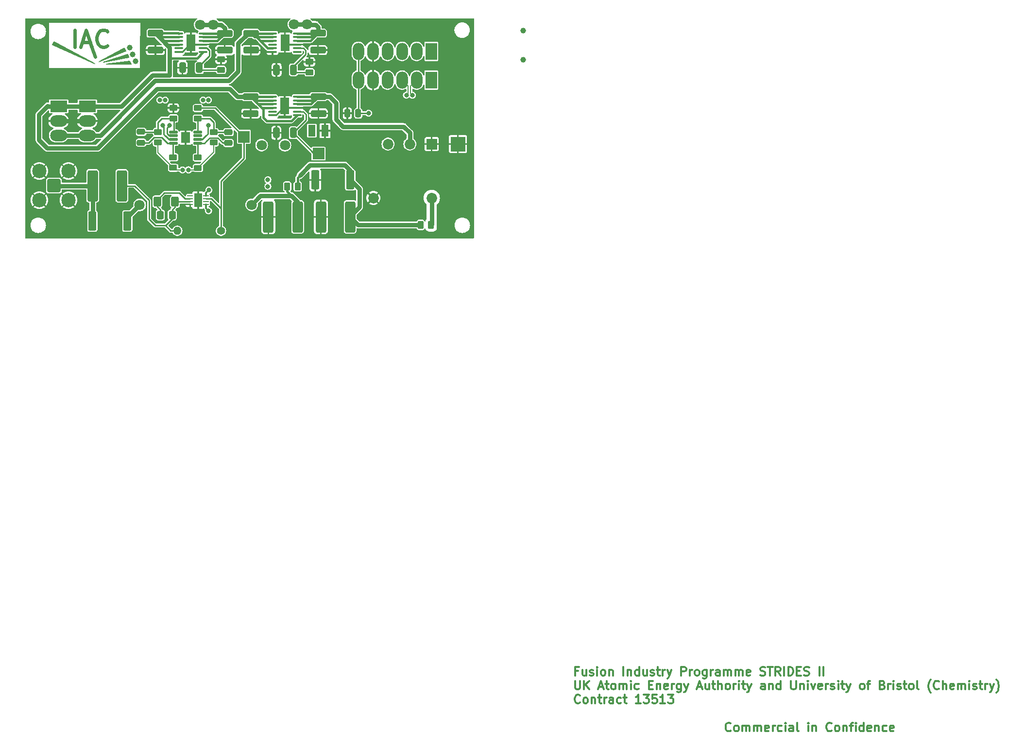
<source format=gbr>
%TF.GenerationSoftware,KiCad,Pcbnew,7.0.1*%
%TF.CreationDate,2024-02-12T12:04:44+00:00*%
%TF.ProjectId,UoB TICSP,556f4220-5449-4435-9350-2e6b69636164,1*%
%TF.SameCoordinates,Original*%
%TF.FileFunction,Copper,L1,Top*%
%TF.FilePolarity,Positive*%
%FSLAX46Y46*%
G04 Gerber Fmt 4.6, Leading zero omitted, Abs format (unit mm)*
G04 Created by KiCad (PCBNEW 7.0.1) date 2024-02-12 12:04:44*
%MOMM*%
%LPD*%
G01*
G04 APERTURE LIST*
G04 Aperture macros list*
%AMRoundRect*
0 Rectangle with rounded corners*
0 $1 Rounding radius*
0 $2 $3 $4 $5 $6 $7 $8 $9 X,Y pos of 4 corners*
0 Add a 4 corners polygon primitive as box body*
4,1,4,$2,$3,$4,$5,$6,$7,$8,$9,$2,$3,0*
0 Add four circle primitives for the rounded corners*
1,1,$1+$1,$2,$3*
1,1,$1+$1,$4,$5*
1,1,$1+$1,$6,$7*
1,1,$1+$1,$8,$9*
0 Add four rect primitives between the rounded corners*
20,1,$1+$1,$2,$3,$4,$5,0*
20,1,$1+$1,$4,$5,$6,$7,0*
20,1,$1+$1,$6,$7,$8,$9,0*
20,1,$1+$1,$8,$9,$2,$3,0*%
G04 Aperture macros list end*
%ADD10C,0.300000*%
%TA.AperFunction,NonConductor*%
%ADD11C,0.300000*%
%TD*%
%ADD12C,0.600000*%
%TA.AperFunction,NonConductor*%
%ADD13C,0.600000*%
%TD*%
%TA.AperFunction,EtchedComponent*%
%ADD14C,0.600000*%
%TD*%
%TA.AperFunction,EtchedComponent*%
%ADD15C,0.200000*%
%TD*%
%TA.AperFunction,SMDPad,CuDef*%
%ADD16RoundRect,0.250000X-1.100000X0.325000X-1.100000X-0.325000X1.100000X-0.325000X1.100000X0.325000X0*%
%TD*%
%TA.AperFunction,ComponentPad*%
%ADD17R,3.000000X2.000000*%
%TD*%
%TA.AperFunction,ComponentPad*%
%ADD18O,3.000000X2.000000*%
%TD*%
%TA.AperFunction,SMDPad,CuDef*%
%ADD19RoundRect,0.250000X0.450000X-0.262500X0.450000X0.262500X-0.450000X0.262500X-0.450000X-0.262500X0*%
%TD*%
%TA.AperFunction,SMDPad,CuDef*%
%ADD20R,1.300000X2.000000*%
%TD*%
%TA.AperFunction,SMDPad,CuDef*%
%ADD21R,2.000000X2.000000*%
%TD*%
%TA.AperFunction,SMDPad,CuDef*%
%ADD22RoundRect,0.100000X-0.625000X-0.100000X0.625000X-0.100000X0.625000X0.100000X-0.625000X0.100000X0*%
%TD*%
%TA.AperFunction,SMDPad,CuDef*%
%ADD23R,1.650000X2.850000*%
%TD*%
%TA.AperFunction,SMDPad,CuDef*%
%ADD24RoundRect,0.250000X0.262500X0.450000X-0.262500X0.450000X-0.262500X-0.450000X0.262500X-0.450000X0*%
%TD*%
%TA.AperFunction,SMDPad,CuDef*%
%ADD25C,1.000000*%
%TD*%
%TA.AperFunction,ComponentPad*%
%ADD26RoundRect,0.200100X0.949900X-0.949900X0.949900X0.949900X-0.949900X0.949900X-0.949900X-0.949900X0*%
%TD*%
%TA.AperFunction,ComponentPad*%
%ADD27C,2.500000*%
%TD*%
%TA.AperFunction,SMDPad,CuDef*%
%ADD28RoundRect,0.250000X0.650000X2.450000X-0.650000X2.450000X-0.650000X-2.450000X0.650000X-2.450000X0*%
%TD*%
%TA.AperFunction,SMDPad,CuDef*%
%ADD29RoundRect,0.250000X1.100000X-0.325000X1.100000X0.325000X-1.100000X0.325000X-1.100000X-0.325000X0*%
%TD*%
%TA.AperFunction,SMDPad,CuDef*%
%ADD30RoundRect,0.250000X-0.400000X-0.625000X0.400000X-0.625000X0.400000X0.625000X-0.400000X0.625000X0*%
%TD*%
%TA.AperFunction,SMDPad,CuDef*%
%ADD31RoundRect,0.250000X-0.325000X-0.650000X0.325000X-0.650000X0.325000X0.650000X-0.325000X0.650000X0*%
%TD*%
%TA.AperFunction,SMDPad,CuDef*%
%ADD32RoundRect,0.250000X-0.250000X-0.475000X0.250000X-0.475000X0.250000X0.475000X-0.250000X0.475000X0*%
%TD*%
%TA.AperFunction,SMDPad,CuDef*%
%ADD33RoundRect,0.125000X-0.600000X-0.125000X0.600000X-0.125000X0.600000X0.125000X-0.600000X0.125000X0*%
%TD*%
%TA.AperFunction,ComponentPad*%
%ADD34C,0.600000*%
%TD*%
%TA.AperFunction,SMDPad,CuDef*%
%ADD35R,1.570000X1.890000*%
%TD*%
%TA.AperFunction,ComponentPad*%
%ADD36C,1.400000*%
%TD*%
%TA.AperFunction,ComponentPad*%
%ADD37O,1.400000X1.400000*%
%TD*%
%TA.AperFunction,SMDPad,CuDef*%
%ADD38RoundRect,0.250000X0.325000X0.650000X-0.325000X0.650000X-0.325000X-0.650000X0.325000X-0.650000X0*%
%TD*%
%TA.AperFunction,ComponentPad*%
%ADD39R,2.000000X3.000000*%
%TD*%
%TA.AperFunction,ComponentPad*%
%ADD40O,2.000000X3.000000*%
%TD*%
%TA.AperFunction,SMDPad,CuDef*%
%ADD41RoundRect,0.250000X-0.262500X-0.450000X0.262500X-0.450000X0.262500X0.450000X-0.262500X0.450000X0*%
%TD*%
%TA.AperFunction,ComponentPad*%
%ADD42C,1.000000*%
%TD*%
%TA.AperFunction,SMDPad,CuDef*%
%ADD43RoundRect,0.250000X-0.450000X0.262500X-0.450000X-0.262500X0.450000X-0.262500X0.450000X0.262500X0*%
%TD*%
%TA.AperFunction,SMDPad,CuDef*%
%ADD44RoundRect,0.250000X-0.337500X-0.475000X0.337500X-0.475000X0.337500X0.475000X-0.337500X0.475000X0*%
%TD*%
%TA.AperFunction,SMDPad,CuDef*%
%ADD45RoundRect,0.062500X-0.412500X-0.062500X0.412500X-0.062500X0.412500X0.062500X-0.412500X0.062500X0*%
%TD*%
%TA.AperFunction,SMDPad,CuDef*%
%ADD46R,1.450000X2.400000*%
%TD*%
%TA.AperFunction,SMDPad,CuDef*%
%ADD47RoundRect,0.249999X0.450001X1.425001X-0.450001X1.425001X-0.450001X-1.425001X0.450001X-1.425001X0*%
%TD*%
%TA.AperFunction,SMDPad,CuDef*%
%ADD48RoundRect,0.249999X-0.450001X-1.425001X0.450001X-1.425001X0.450001X1.425001X-0.450001X1.425001X0*%
%TD*%
%TA.AperFunction,SMDPad,CuDef*%
%ADD49RoundRect,0.250000X-0.475000X0.250000X-0.475000X-0.250000X0.475000X-0.250000X0.475000X0.250000X0*%
%TD*%
%TA.AperFunction,SMDPad,CuDef*%
%ADD50RoundRect,0.250000X-0.650000X-2.450000X0.650000X-2.450000X0.650000X2.450000X-0.650000X2.450000X0*%
%TD*%
%TA.AperFunction,ComponentPad*%
%ADD51R,1.850000X1.850000*%
%TD*%
%TA.AperFunction,ComponentPad*%
%ADD52C,1.850000*%
%TD*%
%TA.AperFunction,SMDPad,CuDef*%
%ADD53R,2.540000X2.540000*%
%TD*%
%TA.AperFunction,ViaPad*%
%ADD54C,1.800000*%
%TD*%
%TA.AperFunction,ViaPad*%
%ADD55C,0.800000*%
%TD*%
%TA.AperFunction,Conductor*%
%ADD56C,0.400000*%
%TD*%
%TA.AperFunction,Conductor*%
%ADD57C,0.800000*%
%TD*%
%TA.AperFunction,Conductor*%
%ADD58C,0.300000*%
%TD*%
%TA.AperFunction,Conductor*%
%ADD59C,0.250000*%
%TD*%
%TA.AperFunction,Conductor*%
%ADD60C,0.200000*%
%TD*%
G04 APERTURE END LIST*
D10*
D11*
X181197142Y-169650714D02*
X180697142Y-169650714D01*
X180697142Y-170436428D02*
X180697142Y-168936428D01*
X180697142Y-168936428D02*
X181411428Y-168936428D01*
X182625714Y-169436428D02*
X182625714Y-170436428D01*
X181982856Y-169436428D02*
X181982856Y-170222142D01*
X181982856Y-170222142D02*
X182054285Y-170365000D01*
X182054285Y-170365000D02*
X182197142Y-170436428D01*
X182197142Y-170436428D02*
X182411428Y-170436428D01*
X182411428Y-170436428D02*
X182554285Y-170365000D01*
X182554285Y-170365000D02*
X182625714Y-170293571D01*
X183268571Y-170365000D02*
X183411428Y-170436428D01*
X183411428Y-170436428D02*
X183697142Y-170436428D01*
X183697142Y-170436428D02*
X183839999Y-170365000D01*
X183839999Y-170365000D02*
X183911428Y-170222142D01*
X183911428Y-170222142D02*
X183911428Y-170150714D01*
X183911428Y-170150714D02*
X183839999Y-170007857D01*
X183839999Y-170007857D02*
X183697142Y-169936428D01*
X183697142Y-169936428D02*
X183482857Y-169936428D01*
X183482857Y-169936428D02*
X183339999Y-169865000D01*
X183339999Y-169865000D02*
X183268571Y-169722142D01*
X183268571Y-169722142D02*
X183268571Y-169650714D01*
X183268571Y-169650714D02*
X183339999Y-169507857D01*
X183339999Y-169507857D02*
X183482857Y-169436428D01*
X183482857Y-169436428D02*
X183697142Y-169436428D01*
X183697142Y-169436428D02*
X183839999Y-169507857D01*
X184554285Y-170436428D02*
X184554285Y-169436428D01*
X184554285Y-168936428D02*
X184482857Y-169007857D01*
X184482857Y-169007857D02*
X184554285Y-169079285D01*
X184554285Y-169079285D02*
X184625714Y-169007857D01*
X184625714Y-169007857D02*
X184554285Y-168936428D01*
X184554285Y-168936428D02*
X184554285Y-169079285D01*
X185482857Y-170436428D02*
X185340000Y-170365000D01*
X185340000Y-170365000D02*
X185268571Y-170293571D01*
X185268571Y-170293571D02*
X185197143Y-170150714D01*
X185197143Y-170150714D02*
X185197143Y-169722142D01*
X185197143Y-169722142D02*
X185268571Y-169579285D01*
X185268571Y-169579285D02*
X185340000Y-169507857D01*
X185340000Y-169507857D02*
X185482857Y-169436428D01*
X185482857Y-169436428D02*
X185697143Y-169436428D01*
X185697143Y-169436428D02*
X185840000Y-169507857D01*
X185840000Y-169507857D02*
X185911429Y-169579285D01*
X185911429Y-169579285D02*
X185982857Y-169722142D01*
X185982857Y-169722142D02*
X185982857Y-170150714D01*
X185982857Y-170150714D02*
X185911429Y-170293571D01*
X185911429Y-170293571D02*
X185840000Y-170365000D01*
X185840000Y-170365000D02*
X185697143Y-170436428D01*
X185697143Y-170436428D02*
X185482857Y-170436428D01*
X186625714Y-169436428D02*
X186625714Y-170436428D01*
X186625714Y-169579285D02*
X186697143Y-169507857D01*
X186697143Y-169507857D02*
X186840000Y-169436428D01*
X186840000Y-169436428D02*
X187054286Y-169436428D01*
X187054286Y-169436428D02*
X187197143Y-169507857D01*
X187197143Y-169507857D02*
X187268572Y-169650714D01*
X187268572Y-169650714D02*
X187268572Y-170436428D01*
X189125714Y-170436428D02*
X189125714Y-168936428D01*
X189840000Y-169436428D02*
X189840000Y-170436428D01*
X189840000Y-169579285D02*
X189911429Y-169507857D01*
X189911429Y-169507857D02*
X190054286Y-169436428D01*
X190054286Y-169436428D02*
X190268572Y-169436428D01*
X190268572Y-169436428D02*
X190411429Y-169507857D01*
X190411429Y-169507857D02*
X190482858Y-169650714D01*
X190482858Y-169650714D02*
X190482858Y-170436428D01*
X191840001Y-170436428D02*
X191840001Y-168936428D01*
X191840001Y-170365000D02*
X191697143Y-170436428D01*
X191697143Y-170436428D02*
X191411429Y-170436428D01*
X191411429Y-170436428D02*
X191268572Y-170365000D01*
X191268572Y-170365000D02*
X191197143Y-170293571D01*
X191197143Y-170293571D02*
X191125715Y-170150714D01*
X191125715Y-170150714D02*
X191125715Y-169722142D01*
X191125715Y-169722142D02*
X191197143Y-169579285D01*
X191197143Y-169579285D02*
X191268572Y-169507857D01*
X191268572Y-169507857D02*
X191411429Y-169436428D01*
X191411429Y-169436428D02*
X191697143Y-169436428D01*
X191697143Y-169436428D02*
X191840001Y-169507857D01*
X193197144Y-169436428D02*
X193197144Y-170436428D01*
X192554286Y-169436428D02*
X192554286Y-170222142D01*
X192554286Y-170222142D02*
X192625715Y-170365000D01*
X192625715Y-170365000D02*
X192768572Y-170436428D01*
X192768572Y-170436428D02*
X192982858Y-170436428D01*
X192982858Y-170436428D02*
X193125715Y-170365000D01*
X193125715Y-170365000D02*
X193197144Y-170293571D01*
X193840001Y-170365000D02*
X193982858Y-170436428D01*
X193982858Y-170436428D02*
X194268572Y-170436428D01*
X194268572Y-170436428D02*
X194411429Y-170365000D01*
X194411429Y-170365000D02*
X194482858Y-170222142D01*
X194482858Y-170222142D02*
X194482858Y-170150714D01*
X194482858Y-170150714D02*
X194411429Y-170007857D01*
X194411429Y-170007857D02*
X194268572Y-169936428D01*
X194268572Y-169936428D02*
X194054287Y-169936428D01*
X194054287Y-169936428D02*
X193911429Y-169865000D01*
X193911429Y-169865000D02*
X193840001Y-169722142D01*
X193840001Y-169722142D02*
X193840001Y-169650714D01*
X193840001Y-169650714D02*
X193911429Y-169507857D01*
X193911429Y-169507857D02*
X194054287Y-169436428D01*
X194054287Y-169436428D02*
X194268572Y-169436428D01*
X194268572Y-169436428D02*
X194411429Y-169507857D01*
X194911430Y-169436428D02*
X195482858Y-169436428D01*
X195125715Y-168936428D02*
X195125715Y-170222142D01*
X195125715Y-170222142D02*
X195197144Y-170365000D01*
X195197144Y-170365000D02*
X195340001Y-170436428D01*
X195340001Y-170436428D02*
X195482858Y-170436428D01*
X195982858Y-170436428D02*
X195982858Y-169436428D01*
X195982858Y-169722142D02*
X196054287Y-169579285D01*
X196054287Y-169579285D02*
X196125716Y-169507857D01*
X196125716Y-169507857D02*
X196268573Y-169436428D01*
X196268573Y-169436428D02*
X196411430Y-169436428D01*
X196768572Y-169436428D02*
X197125715Y-170436428D01*
X197482858Y-169436428D02*
X197125715Y-170436428D01*
X197125715Y-170436428D02*
X196982858Y-170793571D01*
X196982858Y-170793571D02*
X196911429Y-170865000D01*
X196911429Y-170865000D02*
X196768572Y-170936428D01*
X199197143Y-170436428D02*
X199197143Y-168936428D01*
X199197143Y-168936428D02*
X199768572Y-168936428D01*
X199768572Y-168936428D02*
X199911429Y-169007857D01*
X199911429Y-169007857D02*
X199982858Y-169079285D01*
X199982858Y-169079285D02*
X200054286Y-169222142D01*
X200054286Y-169222142D02*
X200054286Y-169436428D01*
X200054286Y-169436428D02*
X199982858Y-169579285D01*
X199982858Y-169579285D02*
X199911429Y-169650714D01*
X199911429Y-169650714D02*
X199768572Y-169722142D01*
X199768572Y-169722142D02*
X199197143Y-169722142D01*
X200697143Y-170436428D02*
X200697143Y-169436428D01*
X200697143Y-169722142D02*
X200768572Y-169579285D01*
X200768572Y-169579285D02*
X200840001Y-169507857D01*
X200840001Y-169507857D02*
X200982858Y-169436428D01*
X200982858Y-169436428D02*
X201125715Y-169436428D01*
X201840000Y-170436428D02*
X201697143Y-170365000D01*
X201697143Y-170365000D02*
X201625714Y-170293571D01*
X201625714Y-170293571D02*
X201554286Y-170150714D01*
X201554286Y-170150714D02*
X201554286Y-169722142D01*
X201554286Y-169722142D02*
X201625714Y-169579285D01*
X201625714Y-169579285D02*
X201697143Y-169507857D01*
X201697143Y-169507857D02*
X201840000Y-169436428D01*
X201840000Y-169436428D02*
X202054286Y-169436428D01*
X202054286Y-169436428D02*
X202197143Y-169507857D01*
X202197143Y-169507857D02*
X202268572Y-169579285D01*
X202268572Y-169579285D02*
X202340000Y-169722142D01*
X202340000Y-169722142D02*
X202340000Y-170150714D01*
X202340000Y-170150714D02*
X202268572Y-170293571D01*
X202268572Y-170293571D02*
X202197143Y-170365000D01*
X202197143Y-170365000D02*
X202054286Y-170436428D01*
X202054286Y-170436428D02*
X201840000Y-170436428D01*
X203625715Y-169436428D02*
X203625715Y-170650714D01*
X203625715Y-170650714D02*
X203554286Y-170793571D01*
X203554286Y-170793571D02*
X203482857Y-170865000D01*
X203482857Y-170865000D02*
X203340000Y-170936428D01*
X203340000Y-170936428D02*
X203125715Y-170936428D01*
X203125715Y-170936428D02*
X202982857Y-170865000D01*
X203625715Y-170365000D02*
X203482857Y-170436428D01*
X203482857Y-170436428D02*
X203197143Y-170436428D01*
X203197143Y-170436428D02*
X203054286Y-170365000D01*
X203054286Y-170365000D02*
X202982857Y-170293571D01*
X202982857Y-170293571D02*
X202911429Y-170150714D01*
X202911429Y-170150714D02*
X202911429Y-169722142D01*
X202911429Y-169722142D02*
X202982857Y-169579285D01*
X202982857Y-169579285D02*
X203054286Y-169507857D01*
X203054286Y-169507857D02*
X203197143Y-169436428D01*
X203197143Y-169436428D02*
X203482857Y-169436428D01*
X203482857Y-169436428D02*
X203625715Y-169507857D01*
X204340000Y-170436428D02*
X204340000Y-169436428D01*
X204340000Y-169722142D02*
X204411429Y-169579285D01*
X204411429Y-169579285D02*
X204482858Y-169507857D01*
X204482858Y-169507857D02*
X204625715Y-169436428D01*
X204625715Y-169436428D02*
X204768572Y-169436428D01*
X205911429Y-170436428D02*
X205911429Y-169650714D01*
X205911429Y-169650714D02*
X205840000Y-169507857D01*
X205840000Y-169507857D02*
X205697143Y-169436428D01*
X205697143Y-169436428D02*
X205411429Y-169436428D01*
X205411429Y-169436428D02*
X205268571Y-169507857D01*
X205911429Y-170365000D02*
X205768571Y-170436428D01*
X205768571Y-170436428D02*
X205411429Y-170436428D01*
X205411429Y-170436428D02*
X205268571Y-170365000D01*
X205268571Y-170365000D02*
X205197143Y-170222142D01*
X205197143Y-170222142D02*
X205197143Y-170079285D01*
X205197143Y-170079285D02*
X205268571Y-169936428D01*
X205268571Y-169936428D02*
X205411429Y-169865000D01*
X205411429Y-169865000D02*
X205768571Y-169865000D01*
X205768571Y-169865000D02*
X205911429Y-169793571D01*
X206625714Y-170436428D02*
X206625714Y-169436428D01*
X206625714Y-169579285D02*
X206697143Y-169507857D01*
X206697143Y-169507857D02*
X206840000Y-169436428D01*
X206840000Y-169436428D02*
X207054286Y-169436428D01*
X207054286Y-169436428D02*
X207197143Y-169507857D01*
X207197143Y-169507857D02*
X207268572Y-169650714D01*
X207268572Y-169650714D02*
X207268572Y-170436428D01*
X207268572Y-169650714D02*
X207340000Y-169507857D01*
X207340000Y-169507857D02*
X207482857Y-169436428D01*
X207482857Y-169436428D02*
X207697143Y-169436428D01*
X207697143Y-169436428D02*
X207840000Y-169507857D01*
X207840000Y-169507857D02*
X207911429Y-169650714D01*
X207911429Y-169650714D02*
X207911429Y-170436428D01*
X208625714Y-170436428D02*
X208625714Y-169436428D01*
X208625714Y-169579285D02*
X208697143Y-169507857D01*
X208697143Y-169507857D02*
X208840000Y-169436428D01*
X208840000Y-169436428D02*
X209054286Y-169436428D01*
X209054286Y-169436428D02*
X209197143Y-169507857D01*
X209197143Y-169507857D02*
X209268572Y-169650714D01*
X209268572Y-169650714D02*
X209268572Y-170436428D01*
X209268572Y-169650714D02*
X209340000Y-169507857D01*
X209340000Y-169507857D02*
X209482857Y-169436428D01*
X209482857Y-169436428D02*
X209697143Y-169436428D01*
X209697143Y-169436428D02*
X209840000Y-169507857D01*
X209840000Y-169507857D02*
X209911429Y-169650714D01*
X209911429Y-169650714D02*
X209911429Y-170436428D01*
X211197143Y-170365000D02*
X211054286Y-170436428D01*
X211054286Y-170436428D02*
X210768572Y-170436428D01*
X210768572Y-170436428D02*
X210625714Y-170365000D01*
X210625714Y-170365000D02*
X210554286Y-170222142D01*
X210554286Y-170222142D02*
X210554286Y-169650714D01*
X210554286Y-169650714D02*
X210625714Y-169507857D01*
X210625714Y-169507857D02*
X210768572Y-169436428D01*
X210768572Y-169436428D02*
X211054286Y-169436428D01*
X211054286Y-169436428D02*
X211197143Y-169507857D01*
X211197143Y-169507857D02*
X211268572Y-169650714D01*
X211268572Y-169650714D02*
X211268572Y-169793571D01*
X211268572Y-169793571D02*
X210554286Y-169936428D01*
X212982857Y-170365000D02*
X213197143Y-170436428D01*
X213197143Y-170436428D02*
X213554285Y-170436428D01*
X213554285Y-170436428D02*
X213697143Y-170365000D01*
X213697143Y-170365000D02*
X213768571Y-170293571D01*
X213768571Y-170293571D02*
X213840000Y-170150714D01*
X213840000Y-170150714D02*
X213840000Y-170007857D01*
X213840000Y-170007857D02*
X213768571Y-169865000D01*
X213768571Y-169865000D02*
X213697143Y-169793571D01*
X213697143Y-169793571D02*
X213554285Y-169722142D01*
X213554285Y-169722142D02*
X213268571Y-169650714D01*
X213268571Y-169650714D02*
X213125714Y-169579285D01*
X213125714Y-169579285D02*
X213054285Y-169507857D01*
X213054285Y-169507857D02*
X212982857Y-169365000D01*
X212982857Y-169365000D02*
X212982857Y-169222142D01*
X212982857Y-169222142D02*
X213054285Y-169079285D01*
X213054285Y-169079285D02*
X213125714Y-169007857D01*
X213125714Y-169007857D02*
X213268571Y-168936428D01*
X213268571Y-168936428D02*
X213625714Y-168936428D01*
X213625714Y-168936428D02*
X213840000Y-169007857D01*
X214268571Y-168936428D02*
X215125714Y-168936428D01*
X214697142Y-170436428D02*
X214697142Y-168936428D01*
X216482856Y-170436428D02*
X215982856Y-169722142D01*
X215625713Y-170436428D02*
X215625713Y-168936428D01*
X215625713Y-168936428D02*
X216197142Y-168936428D01*
X216197142Y-168936428D02*
X216339999Y-169007857D01*
X216339999Y-169007857D02*
X216411428Y-169079285D01*
X216411428Y-169079285D02*
X216482856Y-169222142D01*
X216482856Y-169222142D02*
X216482856Y-169436428D01*
X216482856Y-169436428D02*
X216411428Y-169579285D01*
X216411428Y-169579285D02*
X216339999Y-169650714D01*
X216339999Y-169650714D02*
X216197142Y-169722142D01*
X216197142Y-169722142D02*
X215625713Y-169722142D01*
X217125713Y-170436428D02*
X217125713Y-168936428D01*
X217839999Y-170436428D02*
X217839999Y-168936428D01*
X217839999Y-168936428D02*
X218197142Y-168936428D01*
X218197142Y-168936428D02*
X218411428Y-169007857D01*
X218411428Y-169007857D02*
X218554285Y-169150714D01*
X218554285Y-169150714D02*
X218625714Y-169293571D01*
X218625714Y-169293571D02*
X218697142Y-169579285D01*
X218697142Y-169579285D02*
X218697142Y-169793571D01*
X218697142Y-169793571D02*
X218625714Y-170079285D01*
X218625714Y-170079285D02*
X218554285Y-170222142D01*
X218554285Y-170222142D02*
X218411428Y-170365000D01*
X218411428Y-170365000D02*
X218197142Y-170436428D01*
X218197142Y-170436428D02*
X217839999Y-170436428D01*
X219339999Y-169650714D02*
X219839999Y-169650714D01*
X220054285Y-170436428D02*
X219339999Y-170436428D01*
X219339999Y-170436428D02*
X219339999Y-168936428D01*
X219339999Y-168936428D02*
X220054285Y-168936428D01*
X220625714Y-170365000D02*
X220840000Y-170436428D01*
X220840000Y-170436428D02*
X221197142Y-170436428D01*
X221197142Y-170436428D02*
X221340000Y-170365000D01*
X221340000Y-170365000D02*
X221411428Y-170293571D01*
X221411428Y-170293571D02*
X221482857Y-170150714D01*
X221482857Y-170150714D02*
X221482857Y-170007857D01*
X221482857Y-170007857D02*
X221411428Y-169865000D01*
X221411428Y-169865000D02*
X221340000Y-169793571D01*
X221340000Y-169793571D02*
X221197142Y-169722142D01*
X221197142Y-169722142D02*
X220911428Y-169650714D01*
X220911428Y-169650714D02*
X220768571Y-169579285D01*
X220768571Y-169579285D02*
X220697142Y-169507857D01*
X220697142Y-169507857D02*
X220625714Y-169365000D01*
X220625714Y-169365000D02*
X220625714Y-169222142D01*
X220625714Y-169222142D02*
X220697142Y-169079285D01*
X220697142Y-169079285D02*
X220768571Y-169007857D01*
X220768571Y-169007857D02*
X220911428Y-168936428D01*
X220911428Y-168936428D02*
X221268571Y-168936428D01*
X221268571Y-168936428D02*
X221482857Y-169007857D01*
X223268570Y-170436428D02*
X223268570Y-168936428D01*
X223982856Y-170436428D02*
X223982856Y-168936428D01*
X180697142Y-171366428D02*
X180697142Y-172580714D01*
X180697142Y-172580714D02*
X180768571Y-172723571D01*
X180768571Y-172723571D02*
X180840000Y-172795000D01*
X180840000Y-172795000D02*
X180982857Y-172866428D01*
X180982857Y-172866428D02*
X181268571Y-172866428D01*
X181268571Y-172866428D02*
X181411428Y-172795000D01*
X181411428Y-172795000D02*
X181482857Y-172723571D01*
X181482857Y-172723571D02*
X181554285Y-172580714D01*
X181554285Y-172580714D02*
X181554285Y-171366428D01*
X182268571Y-172866428D02*
X182268571Y-171366428D01*
X183125714Y-172866428D02*
X182482857Y-172009285D01*
X183125714Y-171366428D02*
X182268571Y-172223571D01*
X184840000Y-172437857D02*
X185554286Y-172437857D01*
X184697143Y-172866428D02*
X185197143Y-171366428D01*
X185197143Y-171366428D02*
X185697143Y-172866428D01*
X185982857Y-171866428D02*
X186554285Y-171866428D01*
X186197142Y-171366428D02*
X186197142Y-172652142D01*
X186197142Y-172652142D02*
X186268571Y-172795000D01*
X186268571Y-172795000D02*
X186411428Y-172866428D01*
X186411428Y-172866428D02*
X186554285Y-172866428D01*
X187268571Y-172866428D02*
X187125714Y-172795000D01*
X187125714Y-172795000D02*
X187054285Y-172723571D01*
X187054285Y-172723571D02*
X186982857Y-172580714D01*
X186982857Y-172580714D02*
X186982857Y-172152142D01*
X186982857Y-172152142D02*
X187054285Y-172009285D01*
X187054285Y-172009285D02*
X187125714Y-171937857D01*
X187125714Y-171937857D02*
X187268571Y-171866428D01*
X187268571Y-171866428D02*
X187482857Y-171866428D01*
X187482857Y-171866428D02*
X187625714Y-171937857D01*
X187625714Y-171937857D02*
X187697143Y-172009285D01*
X187697143Y-172009285D02*
X187768571Y-172152142D01*
X187768571Y-172152142D02*
X187768571Y-172580714D01*
X187768571Y-172580714D02*
X187697143Y-172723571D01*
X187697143Y-172723571D02*
X187625714Y-172795000D01*
X187625714Y-172795000D02*
X187482857Y-172866428D01*
X187482857Y-172866428D02*
X187268571Y-172866428D01*
X188411428Y-172866428D02*
X188411428Y-171866428D01*
X188411428Y-172009285D02*
X188482857Y-171937857D01*
X188482857Y-171937857D02*
X188625714Y-171866428D01*
X188625714Y-171866428D02*
X188840000Y-171866428D01*
X188840000Y-171866428D02*
X188982857Y-171937857D01*
X188982857Y-171937857D02*
X189054286Y-172080714D01*
X189054286Y-172080714D02*
X189054286Y-172866428D01*
X189054286Y-172080714D02*
X189125714Y-171937857D01*
X189125714Y-171937857D02*
X189268571Y-171866428D01*
X189268571Y-171866428D02*
X189482857Y-171866428D01*
X189482857Y-171866428D02*
X189625714Y-171937857D01*
X189625714Y-171937857D02*
X189697143Y-172080714D01*
X189697143Y-172080714D02*
X189697143Y-172866428D01*
X190411428Y-172866428D02*
X190411428Y-171866428D01*
X190411428Y-171366428D02*
X190340000Y-171437857D01*
X190340000Y-171437857D02*
X190411428Y-171509285D01*
X190411428Y-171509285D02*
X190482857Y-171437857D01*
X190482857Y-171437857D02*
X190411428Y-171366428D01*
X190411428Y-171366428D02*
X190411428Y-171509285D01*
X191768572Y-172795000D02*
X191625714Y-172866428D01*
X191625714Y-172866428D02*
X191340000Y-172866428D01*
X191340000Y-172866428D02*
X191197143Y-172795000D01*
X191197143Y-172795000D02*
X191125714Y-172723571D01*
X191125714Y-172723571D02*
X191054286Y-172580714D01*
X191054286Y-172580714D02*
X191054286Y-172152142D01*
X191054286Y-172152142D02*
X191125714Y-172009285D01*
X191125714Y-172009285D02*
X191197143Y-171937857D01*
X191197143Y-171937857D02*
X191340000Y-171866428D01*
X191340000Y-171866428D02*
X191625714Y-171866428D01*
X191625714Y-171866428D02*
X191768572Y-171937857D01*
X193554285Y-172080714D02*
X194054285Y-172080714D01*
X194268571Y-172866428D02*
X193554285Y-172866428D01*
X193554285Y-172866428D02*
X193554285Y-171366428D01*
X193554285Y-171366428D02*
X194268571Y-171366428D01*
X194911428Y-171866428D02*
X194911428Y-172866428D01*
X194911428Y-172009285D02*
X194982857Y-171937857D01*
X194982857Y-171937857D02*
X195125714Y-171866428D01*
X195125714Y-171866428D02*
X195340000Y-171866428D01*
X195340000Y-171866428D02*
X195482857Y-171937857D01*
X195482857Y-171937857D02*
X195554286Y-172080714D01*
X195554286Y-172080714D02*
X195554286Y-172866428D01*
X196840000Y-172795000D02*
X196697143Y-172866428D01*
X196697143Y-172866428D02*
X196411429Y-172866428D01*
X196411429Y-172866428D02*
X196268571Y-172795000D01*
X196268571Y-172795000D02*
X196197143Y-172652142D01*
X196197143Y-172652142D02*
X196197143Y-172080714D01*
X196197143Y-172080714D02*
X196268571Y-171937857D01*
X196268571Y-171937857D02*
X196411429Y-171866428D01*
X196411429Y-171866428D02*
X196697143Y-171866428D01*
X196697143Y-171866428D02*
X196840000Y-171937857D01*
X196840000Y-171937857D02*
X196911429Y-172080714D01*
X196911429Y-172080714D02*
X196911429Y-172223571D01*
X196911429Y-172223571D02*
X196197143Y-172366428D01*
X197554285Y-172866428D02*
X197554285Y-171866428D01*
X197554285Y-172152142D02*
X197625714Y-172009285D01*
X197625714Y-172009285D02*
X197697143Y-171937857D01*
X197697143Y-171937857D02*
X197840000Y-171866428D01*
X197840000Y-171866428D02*
X197982857Y-171866428D01*
X199125714Y-171866428D02*
X199125714Y-173080714D01*
X199125714Y-173080714D02*
X199054285Y-173223571D01*
X199054285Y-173223571D02*
X198982856Y-173295000D01*
X198982856Y-173295000D02*
X198839999Y-173366428D01*
X198839999Y-173366428D02*
X198625714Y-173366428D01*
X198625714Y-173366428D02*
X198482856Y-173295000D01*
X199125714Y-172795000D02*
X198982856Y-172866428D01*
X198982856Y-172866428D02*
X198697142Y-172866428D01*
X198697142Y-172866428D02*
X198554285Y-172795000D01*
X198554285Y-172795000D02*
X198482856Y-172723571D01*
X198482856Y-172723571D02*
X198411428Y-172580714D01*
X198411428Y-172580714D02*
X198411428Y-172152142D01*
X198411428Y-172152142D02*
X198482856Y-172009285D01*
X198482856Y-172009285D02*
X198554285Y-171937857D01*
X198554285Y-171937857D02*
X198697142Y-171866428D01*
X198697142Y-171866428D02*
X198982856Y-171866428D01*
X198982856Y-171866428D02*
X199125714Y-171937857D01*
X199697142Y-171866428D02*
X200054285Y-172866428D01*
X200411428Y-171866428D02*
X200054285Y-172866428D01*
X200054285Y-172866428D02*
X199911428Y-173223571D01*
X199911428Y-173223571D02*
X199839999Y-173295000D01*
X199839999Y-173295000D02*
X199697142Y-173366428D01*
X202054285Y-172437857D02*
X202768571Y-172437857D01*
X201911428Y-172866428D02*
X202411428Y-171366428D01*
X202411428Y-171366428D02*
X202911428Y-172866428D01*
X204054285Y-171866428D02*
X204054285Y-172866428D01*
X203411427Y-171866428D02*
X203411427Y-172652142D01*
X203411427Y-172652142D02*
X203482856Y-172795000D01*
X203482856Y-172795000D02*
X203625713Y-172866428D01*
X203625713Y-172866428D02*
X203839999Y-172866428D01*
X203839999Y-172866428D02*
X203982856Y-172795000D01*
X203982856Y-172795000D02*
X204054285Y-172723571D01*
X204554285Y-171866428D02*
X205125713Y-171866428D01*
X204768570Y-171366428D02*
X204768570Y-172652142D01*
X204768570Y-172652142D02*
X204839999Y-172795000D01*
X204839999Y-172795000D02*
X204982856Y-172866428D01*
X204982856Y-172866428D02*
X205125713Y-172866428D01*
X205625713Y-172866428D02*
X205625713Y-171366428D01*
X206268571Y-172866428D02*
X206268571Y-172080714D01*
X206268571Y-172080714D02*
X206197142Y-171937857D01*
X206197142Y-171937857D02*
X206054285Y-171866428D01*
X206054285Y-171866428D02*
X205839999Y-171866428D01*
X205839999Y-171866428D02*
X205697142Y-171937857D01*
X205697142Y-171937857D02*
X205625713Y-172009285D01*
X207197142Y-172866428D02*
X207054285Y-172795000D01*
X207054285Y-172795000D02*
X206982856Y-172723571D01*
X206982856Y-172723571D02*
X206911428Y-172580714D01*
X206911428Y-172580714D02*
X206911428Y-172152142D01*
X206911428Y-172152142D02*
X206982856Y-172009285D01*
X206982856Y-172009285D02*
X207054285Y-171937857D01*
X207054285Y-171937857D02*
X207197142Y-171866428D01*
X207197142Y-171866428D02*
X207411428Y-171866428D01*
X207411428Y-171866428D02*
X207554285Y-171937857D01*
X207554285Y-171937857D02*
X207625714Y-172009285D01*
X207625714Y-172009285D02*
X207697142Y-172152142D01*
X207697142Y-172152142D02*
X207697142Y-172580714D01*
X207697142Y-172580714D02*
X207625714Y-172723571D01*
X207625714Y-172723571D02*
X207554285Y-172795000D01*
X207554285Y-172795000D02*
X207411428Y-172866428D01*
X207411428Y-172866428D02*
X207197142Y-172866428D01*
X208339999Y-172866428D02*
X208339999Y-171866428D01*
X208339999Y-172152142D02*
X208411428Y-172009285D01*
X208411428Y-172009285D02*
X208482857Y-171937857D01*
X208482857Y-171937857D02*
X208625714Y-171866428D01*
X208625714Y-171866428D02*
X208768571Y-171866428D01*
X209268570Y-172866428D02*
X209268570Y-171866428D01*
X209268570Y-171366428D02*
X209197142Y-171437857D01*
X209197142Y-171437857D02*
X209268570Y-171509285D01*
X209268570Y-171509285D02*
X209339999Y-171437857D01*
X209339999Y-171437857D02*
X209268570Y-171366428D01*
X209268570Y-171366428D02*
X209268570Y-171509285D01*
X209768571Y-171866428D02*
X210339999Y-171866428D01*
X209982856Y-171366428D02*
X209982856Y-172652142D01*
X209982856Y-172652142D02*
X210054285Y-172795000D01*
X210054285Y-172795000D02*
X210197142Y-172866428D01*
X210197142Y-172866428D02*
X210339999Y-172866428D01*
X210697142Y-171866428D02*
X211054285Y-172866428D01*
X211411428Y-171866428D02*
X211054285Y-172866428D01*
X211054285Y-172866428D02*
X210911428Y-173223571D01*
X210911428Y-173223571D02*
X210839999Y-173295000D01*
X210839999Y-173295000D02*
X210697142Y-173366428D01*
X213768571Y-172866428D02*
X213768571Y-172080714D01*
X213768571Y-172080714D02*
X213697142Y-171937857D01*
X213697142Y-171937857D02*
X213554285Y-171866428D01*
X213554285Y-171866428D02*
X213268571Y-171866428D01*
X213268571Y-171866428D02*
X213125713Y-171937857D01*
X213768571Y-172795000D02*
X213625713Y-172866428D01*
X213625713Y-172866428D02*
X213268571Y-172866428D01*
X213268571Y-172866428D02*
X213125713Y-172795000D01*
X213125713Y-172795000D02*
X213054285Y-172652142D01*
X213054285Y-172652142D02*
X213054285Y-172509285D01*
X213054285Y-172509285D02*
X213125713Y-172366428D01*
X213125713Y-172366428D02*
X213268571Y-172295000D01*
X213268571Y-172295000D02*
X213625713Y-172295000D01*
X213625713Y-172295000D02*
X213768571Y-172223571D01*
X214482856Y-171866428D02*
X214482856Y-172866428D01*
X214482856Y-172009285D02*
X214554285Y-171937857D01*
X214554285Y-171937857D02*
X214697142Y-171866428D01*
X214697142Y-171866428D02*
X214911428Y-171866428D01*
X214911428Y-171866428D02*
X215054285Y-171937857D01*
X215054285Y-171937857D02*
X215125714Y-172080714D01*
X215125714Y-172080714D02*
X215125714Y-172866428D01*
X216482857Y-172866428D02*
X216482857Y-171366428D01*
X216482857Y-172795000D02*
X216339999Y-172866428D01*
X216339999Y-172866428D02*
X216054285Y-172866428D01*
X216054285Y-172866428D02*
X215911428Y-172795000D01*
X215911428Y-172795000D02*
X215839999Y-172723571D01*
X215839999Y-172723571D02*
X215768571Y-172580714D01*
X215768571Y-172580714D02*
X215768571Y-172152142D01*
X215768571Y-172152142D02*
X215839999Y-172009285D01*
X215839999Y-172009285D02*
X215911428Y-171937857D01*
X215911428Y-171937857D02*
X216054285Y-171866428D01*
X216054285Y-171866428D02*
X216339999Y-171866428D01*
X216339999Y-171866428D02*
X216482857Y-171937857D01*
X218339999Y-171366428D02*
X218339999Y-172580714D01*
X218339999Y-172580714D02*
X218411428Y-172723571D01*
X218411428Y-172723571D02*
X218482857Y-172795000D01*
X218482857Y-172795000D02*
X218625714Y-172866428D01*
X218625714Y-172866428D02*
X218911428Y-172866428D01*
X218911428Y-172866428D02*
X219054285Y-172795000D01*
X219054285Y-172795000D02*
X219125714Y-172723571D01*
X219125714Y-172723571D02*
X219197142Y-172580714D01*
X219197142Y-172580714D02*
X219197142Y-171366428D01*
X219911428Y-171866428D02*
X219911428Y-172866428D01*
X219911428Y-172009285D02*
X219982857Y-171937857D01*
X219982857Y-171937857D02*
X220125714Y-171866428D01*
X220125714Y-171866428D02*
X220340000Y-171866428D01*
X220340000Y-171866428D02*
X220482857Y-171937857D01*
X220482857Y-171937857D02*
X220554286Y-172080714D01*
X220554286Y-172080714D02*
X220554286Y-172866428D01*
X221268571Y-172866428D02*
X221268571Y-171866428D01*
X221268571Y-171366428D02*
X221197143Y-171437857D01*
X221197143Y-171437857D02*
X221268571Y-171509285D01*
X221268571Y-171509285D02*
X221340000Y-171437857D01*
X221340000Y-171437857D02*
X221268571Y-171366428D01*
X221268571Y-171366428D02*
X221268571Y-171509285D01*
X221840000Y-171866428D02*
X222197143Y-172866428D01*
X222197143Y-172866428D02*
X222554286Y-171866428D01*
X223697143Y-172795000D02*
X223554286Y-172866428D01*
X223554286Y-172866428D02*
X223268572Y-172866428D01*
X223268572Y-172866428D02*
X223125714Y-172795000D01*
X223125714Y-172795000D02*
X223054286Y-172652142D01*
X223054286Y-172652142D02*
X223054286Y-172080714D01*
X223054286Y-172080714D02*
X223125714Y-171937857D01*
X223125714Y-171937857D02*
X223268572Y-171866428D01*
X223268572Y-171866428D02*
X223554286Y-171866428D01*
X223554286Y-171866428D02*
X223697143Y-171937857D01*
X223697143Y-171937857D02*
X223768572Y-172080714D01*
X223768572Y-172080714D02*
X223768572Y-172223571D01*
X223768572Y-172223571D02*
X223054286Y-172366428D01*
X224411428Y-172866428D02*
X224411428Y-171866428D01*
X224411428Y-172152142D02*
X224482857Y-172009285D01*
X224482857Y-172009285D02*
X224554286Y-171937857D01*
X224554286Y-171937857D02*
X224697143Y-171866428D01*
X224697143Y-171866428D02*
X224840000Y-171866428D01*
X225268571Y-172795000D02*
X225411428Y-172866428D01*
X225411428Y-172866428D02*
X225697142Y-172866428D01*
X225697142Y-172866428D02*
X225839999Y-172795000D01*
X225839999Y-172795000D02*
X225911428Y-172652142D01*
X225911428Y-172652142D02*
X225911428Y-172580714D01*
X225911428Y-172580714D02*
X225839999Y-172437857D01*
X225839999Y-172437857D02*
X225697142Y-172366428D01*
X225697142Y-172366428D02*
X225482857Y-172366428D01*
X225482857Y-172366428D02*
X225339999Y-172295000D01*
X225339999Y-172295000D02*
X225268571Y-172152142D01*
X225268571Y-172152142D02*
X225268571Y-172080714D01*
X225268571Y-172080714D02*
X225339999Y-171937857D01*
X225339999Y-171937857D02*
X225482857Y-171866428D01*
X225482857Y-171866428D02*
X225697142Y-171866428D01*
X225697142Y-171866428D02*
X225839999Y-171937857D01*
X226554285Y-172866428D02*
X226554285Y-171866428D01*
X226554285Y-171366428D02*
X226482857Y-171437857D01*
X226482857Y-171437857D02*
X226554285Y-171509285D01*
X226554285Y-171509285D02*
X226625714Y-171437857D01*
X226625714Y-171437857D02*
X226554285Y-171366428D01*
X226554285Y-171366428D02*
X226554285Y-171509285D01*
X227054286Y-171866428D02*
X227625714Y-171866428D01*
X227268571Y-171366428D02*
X227268571Y-172652142D01*
X227268571Y-172652142D02*
X227340000Y-172795000D01*
X227340000Y-172795000D02*
X227482857Y-172866428D01*
X227482857Y-172866428D02*
X227625714Y-172866428D01*
X227982857Y-171866428D02*
X228340000Y-172866428D01*
X228697143Y-171866428D02*
X228340000Y-172866428D01*
X228340000Y-172866428D02*
X228197143Y-173223571D01*
X228197143Y-173223571D02*
X228125714Y-173295000D01*
X228125714Y-173295000D02*
X227982857Y-173366428D01*
X230625714Y-172866428D02*
X230482857Y-172795000D01*
X230482857Y-172795000D02*
X230411428Y-172723571D01*
X230411428Y-172723571D02*
X230340000Y-172580714D01*
X230340000Y-172580714D02*
X230340000Y-172152142D01*
X230340000Y-172152142D02*
X230411428Y-172009285D01*
X230411428Y-172009285D02*
X230482857Y-171937857D01*
X230482857Y-171937857D02*
X230625714Y-171866428D01*
X230625714Y-171866428D02*
X230840000Y-171866428D01*
X230840000Y-171866428D02*
X230982857Y-171937857D01*
X230982857Y-171937857D02*
X231054286Y-172009285D01*
X231054286Y-172009285D02*
X231125714Y-172152142D01*
X231125714Y-172152142D02*
X231125714Y-172580714D01*
X231125714Y-172580714D02*
X231054286Y-172723571D01*
X231054286Y-172723571D02*
X230982857Y-172795000D01*
X230982857Y-172795000D02*
X230840000Y-172866428D01*
X230840000Y-172866428D02*
X230625714Y-172866428D01*
X231554286Y-171866428D02*
X232125714Y-171866428D01*
X231768571Y-172866428D02*
X231768571Y-171580714D01*
X231768571Y-171580714D02*
X231840000Y-171437857D01*
X231840000Y-171437857D02*
X231982857Y-171366428D01*
X231982857Y-171366428D02*
X232125714Y-171366428D01*
X234268571Y-172080714D02*
X234482857Y-172152142D01*
X234482857Y-172152142D02*
X234554286Y-172223571D01*
X234554286Y-172223571D02*
X234625714Y-172366428D01*
X234625714Y-172366428D02*
X234625714Y-172580714D01*
X234625714Y-172580714D02*
X234554286Y-172723571D01*
X234554286Y-172723571D02*
X234482857Y-172795000D01*
X234482857Y-172795000D02*
X234340000Y-172866428D01*
X234340000Y-172866428D02*
X233768571Y-172866428D01*
X233768571Y-172866428D02*
X233768571Y-171366428D01*
X233768571Y-171366428D02*
X234268571Y-171366428D01*
X234268571Y-171366428D02*
X234411429Y-171437857D01*
X234411429Y-171437857D02*
X234482857Y-171509285D01*
X234482857Y-171509285D02*
X234554286Y-171652142D01*
X234554286Y-171652142D02*
X234554286Y-171795000D01*
X234554286Y-171795000D02*
X234482857Y-171937857D01*
X234482857Y-171937857D02*
X234411429Y-172009285D01*
X234411429Y-172009285D02*
X234268571Y-172080714D01*
X234268571Y-172080714D02*
X233768571Y-172080714D01*
X235268571Y-172866428D02*
X235268571Y-171866428D01*
X235268571Y-172152142D02*
X235340000Y-172009285D01*
X235340000Y-172009285D02*
X235411429Y-171937857D01*
X235411429Y-171937857D02*
X235554286Y-171866428D01*
X235554286Y-171866428D02*
X235697143Y-171866428D01*
X236197142Y-172866428D02*
X236197142Y-171866428D01*
X236197142Y-171366428D02*
X236125714Y-171437857D01*
X236125714Y-171437857D02*
X236197142Y-171509285D01*
X236197142Y-171509285D02*
X236268571Y-171437857D01*
X236268571Y-171437857D02*
X236197142Y-171366428D01*
X236197142Y-171366428D02*
X236197142Y-171509285D01*
X236840000Y-172795000D02*
X236982857Y-172866428D01*
X236982857Y-172866428D02*
X237268571Y-172866428D01*
X237268571Y-172866428D02*
X237411428Y-172795000D01*
X237411428Y-172795000D02*
X237482857Y-172652142D01*
X237482857Y-172652142D02*
X237482857Y-172580714D01*
X237482857Y-172580714D02*
X237411428Y-172437857D01*
X237411428Y-172437857D02*
X237268571Y-172366428D01*
X237268571Y-172366428D02*
X237054286Y-172366428D01*
X237054286Y-172366428D02*
X236911428Y-172295000D01*
X236911428Y-172295000D02*
X236840000Y-172152142D01*
X236840000Y-172152142D02*
X236840000Y-172080714D01*
X236840000Y-172080714D02*
X236911428Y-171937857D01*
X236911428Y-171937857D02*
X237054286Y-171866428D01*
X237054286Y-171866428D02*
X237268571Y-171866428D01*
X237268571Y-171866428D02*
X237411428Y-171937857D01*
X237911429Y-171866428D02*
X238482857Y-171866428D01*
X238125714Y-171366428D02*
X238125714Y-172652142D01*
X238125714Y-172652142D02*
X238197143Y-172795000D01*
X238197143Y-172795000D02*
X238340000Y-172866428D01*
X238340000Y-172866428D02*
X238482857Y-172866428D01*
X239197143Y-172866428D02*
X239054286Y-172795000D01*
X239054286Y-172795000D02*
X238982857Y-172723571D01*
X238982857Y-172723571D02*
X238911429Y-172580714D01*
X238911429Y-172580714D02*
X238911429Y-172152142D01*
X238911429Y-172152142D02*
X238982857Y-172009285D01*
X238982857Y-172009285D02*
X239054286Y-171937857D01*
X239054286Y-171937857D02*
X239197143Y-171866428D01*
X239197143Y-171866428D02*
X239411429Y-171866428D01*
X239411429Y-171866428D02*
X239554286Y-171937857D01*
X239554286Y-171937857D02*
X239625715Y-172009285D01*
X239625715Y-172009285D02*
X239697143Y-172152142D01*
X239697143Y-172152142D02*
X239697143Y-172580714D01*
X239697143Y-172580714D02*
X239625715Y-172723571D01*
X239625715Y-172723571D02*
X239554286Y-172795000D01*
X239554286Y-172795000D02*
X239411429Y-172866428D01*
X239411429Y-172866428D02*
X239197143Y-172866428D01*
X240554286Y-172866428D02*
X240411429Y-172795000D01*
X240411429Y-172795000D02*
X240340000Y-172652142D01*
X240340000Y-172652142D02*
X240340000Y-171366428D01*
X242697143Y-173437857D02*
X242625714Y-173366428D01*
X242625714Y-173366428D02*
X242482857Y-173152142D01*
X242482857Y-173152142D02*
X242411429Y-173009285D01*
X242411429Y-173009285D02*
X242340000Y-172795000D01*
X242340000Y-172795000D02*
X242268571Y-172437857D01*
X242268571Y-172437857D02*
X242268571Y-172152142D01*
X242268571Y-172152142D02*
X242340000Y-171795000D01*
X242340000Y-171795000D02*
X242411429Y-171580714D01*
X242411429Y-171580714D02*
X242482857Y-171437857D01*
X242482857Y-171437857D02*
X242625714Y-171223571D01*
X242625714Y-171223571D02*
X242697143Y-171152142D01*
X244125714Y-172723571D02*
X244054286Y-172795000D01*
X244054286Y-172795000D02*
X243840000Y-172866428D01*
X243840000Y-172866428D02*
X243697143Y-172866428D01*
X243697143Y-172866428D02*
X243482857Y-172795000D01*
X243482857Y-172795000D02*
X243340000Y-172652142D01*
X243340000Y-172652142D02*
X243268571Y-172509285D01*
X243268571Y-172509285D02*
X243197143Y-172223571D01*
X243197143Y-172223571D02*
X243197143Y-172009285D01*
X243197143Y-172009285D02*
X243268571Y-171723571D01*
X243268571Y-171723571D02*
X243340000Y-171580714D01*
X243340000Y-171580714D02*
X243482857Y-171437857D01*
X243482857Y-171437857D02*
X243697143Y-171366428D01*
X243697143Y-171366428D02*
X243840000Y-171366428D01*
X243840000Y-171366428D02*
X244054286Y-171437857D01*
X244054286Y-171437857D02*
X244125714Y-171509285D01*
X244768571Y-172866428D02*
X244768571Y-171366428D01*
X245411429Y-172866428D02*
X245411429Y-172080714D01*
X245411429Y-172080714D02*
X245340000Y-171937857D01*
X245340000Y-171937857D02*
X245197143Y-171866428D01*
X245197143Y-171866428D02*
X244982857Y-171866428D01*
X244982857Y-171866428D02*
X244840000Y-171937857D01*
X244840000Y-171937857D02*
X244768571Y-172009285D01*
X246697143Y-172795000D02*
X246554286Y-172866428D01*
X246554286Y-172866428D02*
X246268572Y-172866428D01*
X246268572Y-172866428D02*
X246125714Y-172795000D01*
X246125714Y-172795000D02*
X246054286Y-172652142D01*
X246054286Y-172652142D02*
X246054286Y-172080714D01*
X246054286Y-172080714D02*
X246125714Y-171937857D01*
X246125714Y-171937857D02*
X246268572Y-171866428D01*
X246268572Y-171866428D02*
X246554286Y-171866428D01*
X246554286Y-171866428D02*
X246697143Y-171937857D01*
X246697143Y-171937857D02*
X246768572Y-172080714D01*
X246768572Y-172080714D02*
X246768572Y-172223571D01*
X246768572Y-172223571D02*
X246054286Y-172366428D01*
X247411428Y-172866428D02*
X247411428Y-171866428D01*
X247411428Y-172009285D02*
X247482857Y-171937857D01*
X247482857Y-171937857D02*
X247625714Y-171866428D01*
X247625714Y-171866428D02*
X247840000Y-171866428D01*
X247840000Y-171866428D02*
X247982857Y-171937857D01*
X247982857Y-171937857D02*
X248054286Y-172080714D01*
X248054286Y-172080714D02*
X248054286Y-172866428D01*
X248054286Y-172080714D02*
X248125714Y-171937857D01*
X248125714Y-171937857D02*
X248268571Y-171866428D01*
X248268571Y-171866428D02*
X248482857Y-171866428D01*
X248482857Y-171866428D02*
X248625714Y-171937857D01*
X248625714Y-171937857D02*
X248697143Y-172080714D01*
X248697143Y-172080714D02*
X248697143Y-172866428D01*
X249411428Y-172866428D02*
X249411428Y-171866428D01*
X249411428Y-171366428D02*
X249340000Y-171437857D01*
X249340000Y-171437857D02*
X249411428Y-171509285D01*
X249411428Y-171509285D02*
X249482857Y-171437857D01*
X249482857Y-171437857D02*
X249411428Y-171366428D01*
X249411428Y-171366428D02*
X249411428Y-171509285D01*
X250054286Y-172795000D02*
X250197143Y-172866428D01*
X250197143Y-172866428D02*
X250482857Y-172866428D01*
X250482857Y-172866428D02*
X250625714Y-172795000D01*
X250625714Y-172795000D02*
X250697143Y-172652142D01*
X250697143Y-172652142D02*
X250697143Y-172580714D01*
X250697143Y-172580714D02*
X250625714Y-172437857D01*
X250625714Y-172437857D02*
X250482857Y-172366428D01*
X250482857Y-172366428D02*
X250268572Y-172366428D01*
X250268572Y-172366428D02*
X250125714Y-172295000D01*
X250125714Y-172295000D02*
X250054286Y-172152142D01*
X250054286Y-172152142D02*
X250054286Y-172080714D01*
X250054286Y-172080714D02*
X250125714Y-171937857D01*
X250125714Y-171937857D02*
X250268572Y-171866428D01*
X250268572Y-171866428D02*
X250482857Y-171866428D01*
X250482857Y-171866428D02*
X250625714Y-171937857D01*
X251125715Y-171866428D02*
X251697143Y-171866428D01*
X251340000Y-171366428D02*
X251340000Y-172652142D01*
X251340000Y-172652142D02*
X251411429Y-172795000D01*
X251411429Y-172795000D02*
X251554286Y-172866428D01*
X251554286Y-172866428D02*
X251697143Y-172866428D01*
X252197143Y-172866428D02*
X252197143Y-171866428D01*
X252197143Y-172152142D02*
X252268572Y-172009285D01*
X252268572Y-172009285D02*
X252340001Y-171937857D01*
X252340001Y-171937857D02*
X252482858Y-171866428D01*
X252482858Y-171866428D02*
X252625715Y-171866428D01*
X252982857Y-171866428D02*
X253340000Y-172866428D01*
X253697143Y-171866428D02*
X253340000Y-172866428D01*
X253340000Y-172866428D02*
X253197143Y-173223571D01*
X253197143Y-173223571D02*
X253125714Y-173295000D01*
X253125714Y-173295000D02*
X252982857Y-173366428D01*
X254125714Y-173437857D02*
X254197143Y-173366428D01*
X254197143Y-173366428D02*
X254340000Y-173152142D01*
X254340000Y-173152142D02*
X254411429Y-173009285D01*
X254411429Y-173009285D02*
X254482857Y-172795000D01*
X254482857Y-172795000D02*
X254554286Y-172437857D01*
X254554286Y-172437857D02*
X254554286Y-172152142D01*
X254554286Y-172152142D02*
X254482857Y-171795000D01*
X254482857Y-171795000D02*
X254411429Y-171580714D01*
X254411429Y-171580714D02*
X254340000Y-171437857D01*
X254340000Y-171437857D02*
X254197143Y-171223571D01*
X254197143Y-171223571D02*
X254125714Y-171152142D01*
X181554285Y-175153571D02*
X181482857Y-175225000D01*
X181482857Y-175225000D02*
X181268571Y-175296428D01*
X181268571Y-175296428D02*
X181125714Y-175296428D01*
X181125714Y-175296428D02*
X180911428Y-175225000D01*
X180911428Y-175225000D02*
X180768571Y-175082142D01*
X180768571Y-175082142D02*
X180697142Y-174939285D01*
X180697142Y-174939285D02*
X180625714Y-174653571D01*
X180625714Y-174653571D02*
X180625714Y-174439285D01*
X180625714Y-174439285D02*
X180697142Y-174153571D01*
X180697142Y-174153571D02*
X180768571Y-174010714D01*
X180768571Y-174010714D02*
X180911428Y-173867857D01*
X180911428Y-173867857D02*
X181125714Y-173796428D01*
X181125714Y-173796428D02*
X181268571Y-173796428D01*
X181268571Y-173796428D02*
X181482857Y-173867857D01*
X181482857Y-173867857D02*
X181554285Y-173939285D01*
X182411428Y-175296428D02*
X182268571Y-175225000D01*
X182268571Y-175225000D02*
X182197142Y-175153571D01*
X182197142Y-175153571D02*
X182125714Y-175010714D01*
X182125714Y-175010714D02*
X182125714Y-174582142D01*
X182125714Y-174582142D02*
X182197142Y-174439285D01*
X182197142Y-174439285D02*
X182268571Y-174367857D01*
X182268571Y-174367857D02*
X182411428Y-174296428D01*
X182411428Y-174296428D02*
X182625714Y-174296428D01*
X182625714Y-174296428D02*
X182768571Y-174367857D01*
X182768571Y-174367857D02*
X182840000Y-174439285D01*
X182840000Y-174439285D02*
X182911428Y-174582142D01*
X182911428Y-174582142D02*
X182911428Y-175010714D01*
X182911428Y-175010714D02*
X182840000Y-175153571D01*
X182840000Y-175153571D02*
X182768571Y-175225000D01*
X182768571Y-175225000D02*
X182625714Y-175296428D01*
X182625714Y-175296428D02*
X182411428Y-175296428D01*
X183554285Y-174296428D02*
X183554285Y-175296428D01*
X183554285Y-174439285D02*
X183625714Y-174367857D01*
X183625714Y-174367857D02*
X183768571Y-174296428D01*
X183768571Y-174296428D02*
X183982857Y-174296428D01*
X183982857Y-174296428D02*
X184125714Y-174367857D01*
X184125714Y-174367857D02*
X184197143Y-174510714D01*
X184197143Y-174510714D02*
X184197143Y-175296428D01*
X184697143Y-174296428D02*
X185268571Y-174296428D01*
X184911428Y-173796428D02*
X184911428Y-175082142D01*
X184911428Y-175082142D02*
X184982857Y-175225000D01*
X184982857Y-175225000D02*
X185125714Y-175296428D01*
X185125714Y-175296428D02*
X185268571Y-175296428D01*
X185768571Y-175296428D02*
X185768571Y-174296428D01*
X185768571Y-174582142D02*
X185840000Y-174439285D01*
X185840000Y-174439285D02*
X185911429Y-174367857D01*
X185911429Y-174367857D02*
X186054286Y-174296428D01*
X186054286Y-174296428D02*
X186197143Y-174296428D01*
X187340000Y-175296428D02*
X187340000Y-174510714D01*
X187340000Y-174510714D02*
X187268571Y-174367857D01*
X187268571Y-174367857D02*
X187125714Y-174296428D01*
X187125714Y-174296428D02*
X186840000Y-174296428D01*
X186840000Y-174296428D02*
X186697142Y-174367857D01*
X187340000Y-175225000D02*
X187197142Y-175296428D01*
X187197142Y-175296428D02*
X186840000Y-175296428D01*
X186840000Y-175296428D02*
X186697142Y-175225000D01*
X186697142Y-175225000D02*
X186625714Y-175082142D01*
X186625714Y-175082142D02*
X186625714Y-174939285D01*
X186625714Y-174939285D02*
X186697142Y-174796428D01*
X186697142Y-174796428D02*
X186840000Y-174725000D01*
X186840000Y-174725000D02*
X187197142Y-174725000D01*
X187197142Y-174725000D02*
X187340000Y-174653571D01*
X188697143Y-175225000D02*
X188554285Y-175296428D01*
X188554285Y-175296428D02*
X188268571Y-175296428D01*
X188268571Y-175296428D02*
X188125714Y-175225000D01*
X188125714Y-175225000D02*
X188054285Y-175153571D01*
X188054285Y-175153571D02*
X187982857Y-175010714D01*
X187982857Y-175010714D02*
X187982857Y-174582142D01*
X187982857Y-174582142D02*
X188054285Y-174439285D01*
X188054285Y-174439285D02*
X188125714Y-174367857D01*
X188125714Y-174367857D02*
X188268571Y-174296428D01*
X188268571Y-174296428D02*
X188554285Y-174296428D01*
X188554285Y-174296428D02*
X188697143Y-174367857D01*
X189125714Y-174296428D02*
X189697142Y-174296428D01*
X189339999Y-173796428D02*
X189339999Y-175082142D01*
X189339999Y-175082142D02*
X189411428Y-175225000D01*
X189411428Y-175225000D02*
X189554285Y-175296428D01*
X189554285Y-175296428D02*
X189697142Y-175296428D01*
X192125714Y-175296428D02*
X191268571Y-175296428D01*
X191697142Y-175296428D02*
X191697142Y-173796428D01*
X191697142Y-173796428D02*
X191554285Y-174010714D01*
X191554285Y-174010714D02*
X191411428Y-174153571D01*
X191411428Y-174153571D02*
X191268571Y-174225000D01*
X192625713Y-173796428D02*
X193554285Y-173796428D01*
X193554285Y-173796428D02*
X193054285Y-174367857D01*
X193054285Y-174367857D02*
X193268570Y-174367857D01*
X193268570Y-174367857D02*
X193411428Y-174439285D01*
X193411428Y-174439285D02*
X193482856Y-174510714D01*
X193482856Y-174510714D02*
X193554285Y-174653571D01*
X193554285Y-174653571D02*
X193554285Y-175010714D01*
X193554285Y-175010714D02*
X193482856Y-175153571D01*
X193482856Y-175153571D02*
X193411428Y-175225000D01*
X193411428Y-175225000D02*
X193268570Y-175296428D01*
X193268570Y-175296428D02*
X192839999Y-175296428D01*
X192839999Y-175296428D02*
X192697142Y-175225000D01*
X192697142Y-175225000D02*
X192625713Y-175153571D01*
X194911427Y-173796428D02*
X194197141Y-173796428D01*
X194197141Y-173796428D02*
X194125713Y-174510714D01*
X194125713Y-174510714D02*
X194197141Y-174439285D01*
X194197141Y-174439285D02*
X194339999Y-174367857D01*
X194339999Y-174367857D02*
X194697141Y-174367857D01*
X194697141Y-174367857D02*
X194839999Y-174439285D01*
X194839999Y-174439285D02*
X194911427Y-174510714D01*
X194911427Y-174510714D02*
X194982856Y-174653571D01*
X194982856Y-174653571D02*
X194982856Y-175010714D01*
X194982856Y-175010714D02*
X194911427Y-175153571D01*
X194911427Y-175153571D02*
X194839999Y-175225000D01*
X194839999Y-175225000D02*
X194697141Y-175296428D01*
X194697141Y-175296428D02*
X194339999Y-175296428D01*
X194339999Y-175296428D02*
X194197141Y-175225000D01*
X194197141Y-175225000D02*
X194125713Y-175153571D01*
X196411427Y-175296428D02*
X195554284Y-175296428D01*
X195982855Y-175296428D02*
X195982855Y-173796428D01*
X195982855Y-173796428D02*
X195839998Y-174010714D01*
X195839998Y-174010714D02*
X195697141Y-174153571D01*
X195697141Y-174153571D02*
X195554284Y-174225000D01*
X196911426Y-173796428D02*
X197839998Y-173796428D01*
X197839998Y-173796428D02*
X197339998Y-174367857D01*
X197339998Y-174367857D02*
X197554283Y-174367857D01*
X197554283Y-174367857D02*
X197697141Y-174439285D01*
X197697141Y-174439285D02*
X197768569Y-174510714D01*
X197768569Y-174510714D02*
X197839998Y-174653571D01*
X197839998Y-174653571D02*
X197839998Y-175010714D01*
X197839998Y-175010714D02*
X197768569Y-175153571D01*
X197768569Y-175153571D02*
X197697141Y-175225000D01*
X197697141Y-175225000D02*
X197554283Y-175296428D01*
X197554283Y-175296428D02*
X197125712Y-175296428D01*
X197125712Y-175296428D02*
X196982855Y-175225000D01*
X196982855Y-175225000D02*
X196911426Y-175153571D01*
X207839996Y-180013571D02*
X207768568Y-180085000D01*
X207768568Y-180085000D02*
X207554282Y-180156428D01*
X207554282Y-180156428D02*
X207411425Y-180156428D01*
X207411425Y-180156428D02*
X207197139Y-180085000D01*
X207197139Y-180085000D02*
X207054282Y-179942142D01*
X207054282Y-179942142D02*
X206982853Y-179799285D01*
X206982853Y-179799285D02*
X206911425Y-179513571D01*
X206911425Y-179513571D02*
X206911425Y-179299285D01*
X206911425Y-179299285D02*
X206982853Y-179013571D01*
X206982853Y-179013571D02*
X207054282Y-178870714D01*
X207054282Y-178870714D02*
X207197139Y-178727857D01*
X207197139Y-178727857D02*
X207411425Y-178656428D01*
X207411425Y-178656428D02*
X207554282Y-178656428D01*
X207554282Y-178656428D02*
X207768568Y-178727857D01*
X207768568Y-178727857D02*
X207839996Y-178799285D01*
X208697139Y-180156428D02*
X208554282Y-180085000D01*
X208554282Y-180085000D02*
X208482853Y-180013571D01*
X208482853Y-180013571D02*
X208411425Y-179870714D01*
X208411425Y-179870714D02*
X208411425Y-179442142D01*
X208411425Y-179442142D02*
X208482853Y-179299285D01*
X208482853Y-179299285D02*
X208554282Y-179227857D01*
X208554282Y-179227857D02*
X208697139Y-179156428D01*
X208697139Y-179156428D02*
X208911425Y-179156428D01*
X208911425Y-179156428D02*
X209054282Y-179227857D01*
X209054282Y-179227857D02*
X209125711Y-179299285D01*
X209125711Y-179299285D02*
X209197139Y-179442142D01*
X209197139Y-179442142D02*
X209197139Y-179870714D01*
X209197139Y-179870714D02*
X209125711Y-180013571D01*
X209125711Y-180013571D02*
X209054282Y-180085000D01*
X209054282Y-180085000D02*
X208911425Y-180156428D01*
X208911425Y-180156428D02*
X208697139Y-180156428D01*
X209839996Y-180156428D02*
X209839996Y-179156428D01*
X209839996Y-179299285D02*
X209911425Y-179227857D01*
X209911425Y-179227857D02*
X210054282Y-179156428D01*
X210054282Y-179156428D02*
X210268568Y-179156428D01*
X210268568Y-179156428D02*
X210411425Y-179227857D01*
X210411425Y-179227857D02*
X210482854Y-179370714D01*
X210482854Y-179370714D02*
X210482854Y-180156428D01*
X210482854Y-179370714D02*
X210554282Y-179227857D01*
X210554282Y-179227857D02*
X210697139Y-179156428D01*
X210697139Y-179156428D02*
X210911425Y-179156428D01*
X210911425Y-179156428D02*
X211054282Y-179227857D01*
X211054282Y-179227857D02*
X211125711Y-179370714D01*
X211125711Y-179370714D02*
X211125711Y-180156428D01*
X211839996Y-180156428D02*
X211839996Y-179156428D01*
X211839996Y-179299285D02*
X211911425Y-179227857D01*
X211911425Y-179227857D02*
X212054282Y-179156428D01*
X212054282Y-179156428D02*
X212268568Y-179156428D01*
X212268568Y-179156428D02*
X212411425Y-179227857D01*
X212411425Y-179227857D02*
X212482854Y-179370714D01*
X212482854Y-179370714D02*
X212482854Y-180156428D01*
X212482854Y-179370714D02*
X212554282Y-179227857D01*
X212554282Y-179227857D02*
X212697139Y-179156428D01*
X212697139Y-179156428D02*
X212911425Y-179156428D01*
X212911425Y-179156428D02*
X213054282Y-179227857D01*
X213054282Y-179227857D02*
X213125711Y-179370714D01*
X213125711Y-179370714D02*
X213125711Y-180156428D01*
X214411425Y-180085000D02*
X214268568Y-180156428D01*
X214268568Y-180156428D02*
X213982854Y-180156428D01*
X213982854Y-180156428D02*
X213839996Y-180085000D01*
X213839996Y-180085000D02*
X213768568Y-179942142D01*
X213768568Y-179942142D02*
X213768568Y-179370714D01*
X213768568Y-179370714D02*
X213839996Y-179227857D01*
X213839996Y-179227857D02*
X213982854Y-179156428D01*
X213982854Y-179156428D02*
X214268568Y-179156428D01*
X214268568Y-179156428D02*
X214411425Y-179227857D01*
X214411425Y-179227857D02*
X214482854Y-179370714D01*
X214482854Y-179370714D02*
X214482854Y-179513571D01*
X214482854Y-179513571D02*
X213768568Y-179656428D01*
X215125710Y-180156428D02*
X215125710Y-179156428D01*
X215125710Y-179442142D02*
X215197139Y-179299285D01*
X215197139Y-179299285D02*
X215268568Y-179227857D01*
X215268568Y-179227857D02*
X215411425Y-179156428D01*
X215411425Y-179156428D02*
X215554282Y-179156428D01*
X216697139Y-180085000D02*
X216554281Y-180156428D01*
X216554281Y-180156428D02*
X216268567Y-180156428D01*
X216268567Y-180156428D02*
X216125710Y-180085000D01*
X216125710Y-180085000D02*
X216054281Y-180013571D01*
X216054281Y-180013571D02*
X215982853Y-179870714D01*
X215982853Y-179870714D02*
X215982853Y-179442142D01*
X215982853Y-179442142D02*
X216054281Y-179299285D01*
X216054281Y-179299285D02*
X216125710Y-179227857D01*
X216125710Y-179227857D02*
X216268567Y-179156428D01*
X216268567Y-179156428D02*
X216554281Y-179156428D01*
X216554281Y-179156428D02*
X216697139Y-179227857D01*
X217339995Y-180156428D02*
X217339995Y-179156428D01*
X217339995Y-178656428D02*
X217268567Y-178727857D01*
X217268567Y-178727857D02*
X217339995Y-178799285D01*
X217339995Y-178799285D02*
X217411424Y-178727857D01*
X217411424Y-178727857D02*
X217339995Y-178656428D01*
X217339995Y-178656428D02*
X217339995Y-178799285D01*
X218697139Y-180156428D02*
X218697139Y-179370714D01*
X218697139Y-179370714D02*
X218625710Y-179227857D01*
X218625710Y-179227857D02*
X218482853Y-179156428D01*
X218482853Y-179156428D02*
X218197139Y-179156428D01*
X218197139Y-179156428D02*
X218054281Y-179227857D01*
X218697139Y-180085000D02*
X218554281Y-180156428D01*
X218554281Y-180156428D02*
X218197139Y-180156428D01*
X218197139Y-180156428D02*
X218054281Y-180085000D01*
X218054281Y-180085000D02*
X217982853Y-179942142D01*
X217982853Y-179942142D02*
X217982853Y-179799285D01*
X217982853Y-179799285D02*
X218054281Y-179656428D01*
X218054281Y-179656428D02*
X218197139Y-179585000D01*
X218197139Y-179585000D02*
X218554281Y-179585000D01*
X218554281Y-179585000D02*
X218697139Y-179513571D01*
X219625710Y-180156428D02*
X219482853Y-180085000D01*
X219482853Y-180085000D02*
X219411424Y-179942142D01*
X219411424Y-179942142D02*
X219411424Y-178656428D01*
X221339995Y-180156428D02*
X221339995Y-179156428D01*
X221339995Y-178656428D02*
X221268567Y-178727857D01*
X221268567Y-178727857D02*
X221339995Y-178799285D01*
X221339995Y-178799285D02*
X221411424Y-178727857D01*
X221411424Y-178727857D02*
X221339995Y-178656428D01*
X221339995Y-178656428D02*
X221339995Y-178799285D01*
X222054281Y-179156428D02*
X222054281Y-180156428D01*
X222054281Y-179299285D02*
X222125710Y-179227857D01*
X222125710Y-179227857D02*
X222268567Y-179156428D01*
X222268567Y-179156428D02*
X222482853Y-179156428D01*
X222482853Y-179156428D02*
X222625710Y-179227857D01*
X222625710Y-179227857D02*
X222697139Y-179370714D01*
X222697139Y-179370714D02*
X222697139Y-180156428D01*
X225411424Y-180013571D02*
X225339996Y-180085000D01*
X225339996Y-180085000D02*
X225125710Y-180156428D01*
X225125710Y-180156428D02*
X224982853Y-180156428D01*
X224982853Y-180156428D02*
X224768567Y-180085000D01*
X224768567Y-180085000D02*
X224625710Y-179942142D01*
X224625710Y-179942142D02*
X224554281Y-179799285D01*
X224554281Y-179799285D02*
X224482853Y-179513571D01*
X224482853Y-179513571D02*
X224482853Y-179299285D01*
X224482853Y-179299285D02*
X224554281Y-179013571D01*
X224554281Y-179013571D02*
X224625710Y-178870714D01*
X224625710Y-178870714D02*
X224768567Y-178727857D01*
X224768567Y-178727857D02*
X224982853Y-178656428D01*
X224982853Y-178656428D02*
X225125710Y-178656428D01*
X225125710Y-178656428D02*
X225339996Y-178727857D01*
X225339996Y-178727857D02*
X225411424Y-178799285D01*
X226268567Y-180156428D02*
X226125710Y-180085000D01*
X226125710Y-180085000D02*
X226054281Y-180013571D01*
X226054281Y-180013571D02*
X225982853Y-179870714D01*
X225982853Y-179870714D02*
X225982853Y-179442142D01*
X225982853Y-179442142D02*
X226054281Y-179299285D01*
X226054281Y-179299285D02*
X226125710Y-179227857D01*
X226125710Y-179227857D02*
X226268567Y-179156428D01*
X226268567Y-179156428D02*
X226482853Y-179156428D01*
X226482853Y-179156428D02*
X226625710Y-179227857D01*
X226625710Y-179227857D02*
X226697139Y-179299285D01*
X226697139Y-179299285D02*
X226768567Y-179442142D01*
X226768567Y-179442142D02*
X226768567Y-179870714D01*
X226768567Y-179870714D02*
X226697139Y-180013571D01*
X226697139Y-180013571D02*
X226625710Y-180085000D01*
X226625710Y-180085000D02*
X226482853Y-180156428D01*
X226482853Y-180156428D02*
X226268567Y-180156428D01*
X227411424Y-179156428D02*
X227411424Y-180156428D01*
X227411424Y-179299285D02*
X227482853Y-179227857D01*
X227482853Y-179227857D02*
X227625710Y-179156428D01*
X227625710Y-179156428D02*
X227839996Y-179156428D01*
X227839996Y-179156428D02*
X227982853Y-179227857D01*
X227982853Y-179227857D02*
X228054282Y-179370714D01*
X228054282Y-179370714D02*
X228054282Y-180156428D01*
X228554282Y-179156428D02*
X229125710Y-179156428D01*
X228768567Y-180156428D02*
X228768567Y-178870714D01*
X228768567Y-178870714D02*
X228839996Y-178727857D01*
X228839996Y-178727857D02*
X228982853Y-178656428D01*
X228982853Y-178656428D02*
X229125710Y-178656428D01*
X229625710Y-180156428D02*
X229625710Y-179156428D01*
X229625710Y-178656428D02*
X229554282Y-178727857D01*
X229554282Y-178727857D02*
X229625710Y-178799285D01*
X229625710Y-178799285D02*
X229697139Y-178727857D01*
X229697139Y-178727857D02*
X229625710Y-178656428D01*
X229625710Y-178656428D02*
X229625710Y-178799285D01*
X230982854Y-180156428D02*
X230982854Y-178656428D01*
X230982854Y-180085000D02*
X230839996Y-180156428D01*
X230839996Y-180156428D02*
X230554282Y-180156428D01*
X230554282Y-180156428D02*
X230411425Y-180085000D01*
X230411425Y-180085000D02*
X230339996Y-180013571D01*
X230339996Y-180013571D02*
X230268568Y-179870714D01*
X230268568Y-179870714D02*
X230268568Y-179442142D01*
X230268568Y-179442142D02*
X230339996Y-179299285D01*
X230339996Y-179299285D02*
X230411425Y-179227857D01*
X230411425Y-179227857D02*
X230554282Y-179156428D01*
X230554282Y-179156428D02*
X230839996Y-179156428D01*
X230839996Y-179156428D02*
X230982854Y-179227857D01*
X232268568Y-180085000D02*
X232125711Y-180156428D01*
X232125711Y-180156428D02*
X231839997Y-180156428D01*
X231839997Y-180156428D02*
X231697139Y-180085000D01*
X231697139Y-180085000D02*
X231625711Y-179942142D01*
X231625711Y-179942142D02*
X231625711Y-179370714D01*
X231625711Y-179370714D02*
X231697139Y-179227857D01*
X231697139Y-179227857D02*
X231839997Y-179156428D01*
X231839997Y-179156428D02*
X232125711Y-179156428D01*
X232125711Y-179156428D02*
X232268568Y-179227857D01*
X232268568Y-179227857D02*
X232339997Y-179370714D01*
X232339997Y-179370714D02*
X232339997Y-179513571D01*
X232339997Y-179513571D02*
X231625711Y-179656428D01*
X232982853Y-179156428D02*
X232982853Y-180156428D01*
X232982853Y-179299285D02*
X233054282Y-179227857D01*
X233054282Y-179227857D02*
X233197139Y-179156428D01*
X233197139Y-179156428D02*
X233411425Y-179156428D01*
X233411425Y-179156428D02*
X233554282Y-179227857D01*
X233554282Y-179227857D02*
X233625711Y-179370714D01*
X233625711Y-179370714D02*
X233625711Y-180156428D01*
X234982854Y-180085000D02*
X234839996Y-180156428D01*
X234839996Y-180156428D02*
X234554282Y-180156428D01*
X234554282Y-180156428D02*
X234411425Y-180085000D01*
X234411425Y-180085000D02*
X234339996Y-180013571D01*
X234339996Y-180013571D02*
X234268568Y-179870714D01*
X234268568Y-179870714D02*
X234268568Y-179442142D01*
X234268568Y-179442142D02*
X234339996Y-179299285D01*
X234339996Y-179299285D02*
X234411425Y-179227857D01*
X234411425Y-179227857D02*
X234554282Y-179156428D01*
X234554282Y-179156428D02*
X234839996Y-179156428D01*
X234839996Y-179156428D02*
X234982854Y-179227857D01*
X236197139Y-180085000D02*
X236054282Y-180156428D01*
X236054282Y-180156428D02*
X235768568Y-180156428D01*
X235768568Y-180156428D02*
X235625710Y-180085000D01*
X235625710Y-180085000D02*
X235554282Y-179942142D01*
X235554282Y-179942142D02*
X235554282Y-179370714D01*
X235554282Y-179370714D02*
X235625710Y-179227857D01*
X235625710Y-179227857D02*
X235768568Y-179156428D01*
X235768568Y-179156428D02*
X236054282Y-179156428D01*
X236054282Y-179156428D02*
X236197139Y-179227857D01*
X236197139Y-179227857D02*
X236268568Y-179370714D01*
X236268568Y-179370714D02*
X236268568Y-179513571D01*
X236268568Y-179513571D02*
X235554282Y-179656428D01*
D12*
%TO.C,IAC*%
D13*
X93480285Y-60911557D02*
X93480285Y-57911557D01*
X94765999Y-60054414D02*
X96194571Y-60054414D01*
X94480285Y-60911557D02*
X95480285Y-57911557D01*
X95480285Y-57911557D02*
X96480285Y-60911557D01*
X99194571Y-60625842D02*
X99051714Y-60768700D01*
X99051714Y-60768700D02*
X98623142Y-60911557D01*
X98623142Y-60911557D02*
X98337428Y-60911557D01*
X98337428Y-60911557D02*
X97908857Y-60768700D01*
X97908857Y-60768700D02*
X97623142Y-60482985D01*
X97623142Y-60482985D02*
X97480285Y-60197271D01*
X97480285Y-60197271D02*
X97337428Y-59625842D01*
X97337428Y-59625842D02*
X97337428Y-59197271D01*
X97337428Y-59197271D02*
X97480285Y-58625842D01*
X97480285Y-58625842D02*
X97623142Y-58340128D01*
X97623142Y-58340128D02*
X97908857Y-58054414D01*
X97908857Y-58054414D02*
X98337428Y-57911557D01*
X98337428Y-57911557D02*
X98623142Y-57911557D01*
X98623142Y-57911557D02*
X99051714Y-58054414D01*
X99051714Y-58054414D02*
X99194571Y-58197271D01*
D14*
X96064804Y-59777700D02*
X97080804Y-62571700D01*
D15*
X96956196Y-63820303D02*
X89590196Y-60518303D01*
X89844196Y-60010303D01*
X96956196Y-63820303D01*
%TA.AperFunction,EtchedComponent*%
G36*
X96956196Y-63820303D02*
G01*
X89590196Y-60518303D01*
X89844196Y-60010303D01*
X96956196Y-63820303D01*
G37*
%TD.AperFunction*%
X102414804Y-61555700D02*
X97690404Y-63460700D01*
X102160804Y-61047700D01*
X102414804Y-61555700D01*
%TA.AperFunction,EtchedComponent*%
G36*
X102414804Y-61555700D02*
G01*
X97690404Y-63460700D01*
X102160804Y-61047700D01*
X102414804Y-61555700D01*
G37*
%TD.AperFunction*%
X102897404Y-62673300D02*
X98452404Y-63562300D01*
X102694204Y-62216100D01*
X102897404Y-62673300D01*
%TA.AperFunction,EtchedComponent*%
G36*
X102897404Y-62673300D02*
G01*
X98452404Y-63562300D01*
X102694204Y-62216100D01*
X102897404Y-62673300D01*
G37*
%TD.AperFunction*%
X103354604Y-63867100D02*
X99036604Y-63841700D01*
X103100604Y-63333700D01*
X103354604Y-63867100D01*
%TA.AperFunction,EtchedComponent*%
G36*
X103354604Y-63867100D02*
G01*
X99036604Y-63841700D01*
X103100604Y-63333700D01*
X103354604Y-63867100D01*
G37*
%TD.AperFunction*%
%TD*%
D16*
%TO.P,C23,1*%
%TO.N,/+1-5V HiVip*%
X135966200Y-69519800D03*
%TO.P,C23,2*%
%TO.N,GND*%
X135966200Y-72469800D03*
%TD*%
D17*
%TO.P,J1,1,Pin_1*%
%TO.N,/+9V*%
X95678000Y-71221600D03*
X90678000Y-71221600D03*
D18*
%TO.P,J1,2,Pin_2*%
%TO.N,GND*%
X95678000Y-73761600D03*
X90678000Y-73761600D03*
%TO.P,J1,3,Pin_3*%
%TO.N,/-9V*%
X95678000Y-76301600D03*
X90678000Y-76301600D03*
%TD*%
D19*
%TO.P,R4,1*%
%TO.N,Net-(U4-+)*%
X114959000Y-73353300D03*
%TO.P,R4,2*%
%TO.N,Net-(R14-Pad1)*%
X114959000Y-71528300D03*
%TD*%
D20*
%TO.P,RV1,1,1*%
%TO.N,GND*%
X137110000Y-75462000D03*
D21*
%TO.P,RV1,2,2*%
%TO.N,Net-(U5-SET)*%
X135960000Y-79462000D03*
D20*
%TO.P,RV1,3,3*%
%TO.N,unconnected-(RV1-Pad3)*%
X134810000Y-75462000D03*
%TD*%
D22*
%TO.P,U2,1,VIN1*%
%TO.N,/-9V*%
X127970600Y-58495600D03*
%TO.P,U2,2,VIN2*%
X127970600Y-59145600D03*
%TO.P,U2,3,EN/UV*%
X127970600Y-59795600D03*
%TO.P,U2,4,PG*%
%TO.N,unconnected-(U2-PG-Pad4)*%
X127970600Y-60445600D03*
%TO.P,U2,5,PGFB*%
%TO.N,/-9V*%
X127970600Y-61095600D03*
%TO.P,U2,6,ILIM*%
%TO.N,GND*%
X127970600Y-61745600D03*
%TO.P,U2,7,VIOC*%
%TO.N,unconnected-(U2-VIOC-Pad7)*%
X132270600Y-61745600D03*
%TO.P,U2,8,SET*%
%TO.N,Net-(U2-SET)*%
X132270600Y-61095600D03*
%TO.P,U2,9,GND*%
%TO.N,GND*%
X132270600Y-60445600D03*
%TO.P,U2,10,OUTS*%
%TO.N,/-6V*%
X132270600Y-59795600D03*
%TO.P,U2,11,OUT2*%
X132270600Y-59145600D03*
%TO.P,U2,12,OUT1*%
X132270600Y-58495600D03*
D23*
%TO.P,U2,13,GND*%
%TO.N,GND*%
X130120600Y-60120600D03*
%TD*%
D24*
%TO.P,R10,1*%
%TO.N,/Bias 500 - 2500V*%
X132334000Y-85191600D03*
%TO.P,R10,2*%
%TO.N,Net-(C20-Pad1)*%
X130509000Y-85191600D03*
%TD*%
D19*
%TO.P,R7,1*%
%TO.N,/Vo+*%
X110641000Y-81938500D03*
%TO.P,R7,2*%
%TO.N,Net-(C14-Pad2)*%
X110641000Y-80113500D03*
%TD*%
D25*
%TO.P,SPK1,1,1*%
%TO.N,unconnected-(SPK1-Pad1)*%
X171627800Y-63068200D03*
%TD*%
D21*
%TO.P,TP1,1,1*%
%TO.N,Net-(R14-Pad1)*%
X122961400Y-76530200D03*
%TD*%
D26*
%TO.P,J2,1,In*%
%TO.N,Net-(J2-In)*%
X89860000Y-85040000D03*
D27*
%TO.P,J2,2,Ext*%
%TO.N,GND*%
X87320000Y-87580000D03*
X92400000Y-87580000D03*
X87320000Y-82500000D03*
X92400000Y-82500000D03*
%TD*%
D28*
%TO.P,C20,1*%
%TO.N,Net-(C20-Pad1)*%
X132334000Y-90500000D03*
%TO.P,C20,2*%
%TO.N,GND*%
X127234000Y-90500000D03*
%TD*%
D29*
%TO.P,C6,1*%
%TO.N,GND*%
X124196000Y-61446000D03*
%TO.P,C6,2*%
%TO.N,/-9V*%
X124196000Y-58496000D03*
%TD*%
D30*
%TO.P,R13,1*%
%TO.N,Net-(U3-FB)*%
X107877100Y-87833200D03*
%TO.P,R13,2*%
%TO.N,Net-(U3--)*%
X110977100Y-87833200D03*
%TD*%
D19*
%TO.P,R3,1*%
%TO.N,/Vo-*%
X117686400Y-77544300D03*
%TO.P,R3,2*%
%TO.N,Net-(U4-+)*%
X117686400Y-75719300D03*
%TD*%
D29*
%TO.P,C5,1*%
%TO.N,GND*%
X135890000Y-61420800D03*
%TO.P,C5,2*%
%TO.N,/-6V*%
X135890000Y-58470800D03*
%TD*%
D19*
%TO.P,R5,1*%
%TO.N,/Vo-*%
X114959000Y-81962600D03*
%TO.P,R5,2*%
%TO.N,Net-(C11-Pad2)*%
X114959000Y-80137600D03*
%TD*%
D31*
%TO.P,C4,1*%
%TO.N,GND*%
X128651000Y-64871600D03*
%TO.P,C4,2*%
%TO.N,Net-(U2-SET)*%
X131601000Y-64871600D03*
%TD*%
D19*
%TO.P,R6,1*%
%TO.N,Net-(U4--)*%
X110666400Y-73327900D03*
%TO.P,R6,2*%
%TO.N,GND*%
X110666400Y-71502900D03*
%TD*%
D32*
%TO.P,C15,1*%
%TO.N,GND*%
X140995400Y-72440800D03*
%TO.P,C15,2*%
%TO.N,/Vocm*%
X142895400Y-72440800D03*
%TD*%
D33*
%TO.P,U4,1,-*%
%TO.N,Net-(U4--)*%
X110651400Y-75707600D03*
%TO.P,U4,2,Vocm*%
%TO.N,/Vocm*%
X110651400Y-76357600D03*
%TO.P,U4,3,V+*%
%TO.N,/+6V*%
X110651400Y-77007600D03*
%TO.P,U4,4*%
%TO.N,Net-(C14-Pad2)*%
X110651400Y-77657600D03*
%TO.P,U4,5*%
%TO.N,Net-(C11-Pad2)*%
X114951400Y-77657600D03*
%TO.P,U4,6,V-*%
%TO.N,/-6V*%
X114951400Y-77007600D03*
%TO.P,U4,7,Enable*%
%TO.N,unconnected-(U4-Enable-Pad7)*%
X114951400Y-76357600D03*
%TO.P,U4,8,+*%
%TO.N,Net-(U4-+)*%
X114951400Y-75707600D03*
D34*
%TO.P,U4,9,TPad*%
%TO.N,GND*%
X112316400Y-76037600D03*
X112316400Y-77327600D03*
D35*
X112801400Y-76682600D03*
D34*
X113286400Y-76037600D03*
X113286400Y-77327600D03*
%TD*%
D36*
%TO.P,R14,1*%
%TO.N,Net-(R14-Pad1)*%
X118973600Y-92913200D03*
D37*
%TO.P,R14,2*%
%TO.N,Net-(U3--)*%
X111353600Y-92913200D03*
%TD*%
D25*
%TO.P,J3,1*%
%TO.N,unconnected-(J3-Pad1)*%
X171627800Y-57988200D03*
%TD*%
D22*
%TO.P,U5,1,VIN1*%
%TO.N,/+9V*%
X127939800Y-69530200D03*
%TO.P,U5,2,VIN2*%
X127939800Y-70180200D03*
%TO.P,U5,3,VIN3*%
X127939800Y-70830200D03*
%TO.P,U5,4,EN/UV*%
X127939800Y-71480200D03*
%TO.P,U5,5,PG*%
%TO.N,unconnected-(U5-PG-Pad5)*%
X127939800Y-72130200D03*
%TO.P,U5,6,ILIM*%
%TO.N,GND*%
X127939800Y-72780200D03*
%TO.P,U5,7,PGFB*%
%TO.N,/+9V*%
X132239800Y-72780200D03*
%TO.P,U5,8,SET*%
%TO.N,Net-(U5-SET)*%
X132239800Y-72130200D03*
%TO.P,U5,9,GND*%
%TO.N,GND*%
X132239800Y-71480200D03*
%TO.P,U5,10,OUTS*%
%TO.N,/+1-5V HiVip*%
X132239800Y-70830200D03*
%TO.P,U5,11,OUT2*%
X132239800Y-70180200D03*
%TO.P,U5,12,OUT1*%
X132239800Y-69530200D03*
D23*
%TO.P,U5,13,GND*%
%TO.N,GND*%
X130089800Y-71155200D03*
%TD*%
D38*
%TO.P,C2,1*%
%TO.N,Net-(U1-SET)*%
X115214400Y-64490600D03*
%TO.P,C2,2*%
%TO.N,GND*%
X112264400Y-64490600D03*
%TD*%
D16*
%TO.P,C3,1*%
%TO.N,/+6V*%
X119634000Y-58496200D03*
%TO.P,C3,2*%
%TO.N,GND*%
X119634000Y-61446200D03*
%TD*%
D39*
%TO.P,J4,1,Pin_1*%
%TO.N,/Vo-*%
X155625800Y-66649600D03*
X155625800Y-61649600D03*
D40*
%TO.P,J4,2,Pin_2*%
X153085800Y-66649600D03*
X153085800Y-61649600D03*
%TO.P,J4,3,Pin_3*%
%TO.N,/Vo+*%
X150545800Y-66649600D03*
X150545800Y-61649600D03*
%TO.P,J4,4,Pin_4*%
X148005800Y-66649600D03*
X148005800Y-61649600D03*
%TO.P,J4,5,Pin_5*%
%TO.N,GND*%
X145465800Y-66649600D03*
X145465800Y-61649600D03*
%TO.P,J4,6,Pin_6*%
%TO.N,/Vocm*%
X142925800Y-66649600D03*
X142925800Y-61649600D03*
%TD*%
D41*
%TO.P,R11,1*%
%TO.N,/Bias 500 - 2500V*%
X153773500Y-91900000D03*
%TO.P,R11,2*%
%TO.N,Net-(PS1-+HV)*%
X155598500Y-91900000D03*
%TD*%
D42*
%TO.P,IAC,1,1*%
%TO.N,unconnected-(TP2-Pad1)*%
X103100604Y-60971500D03*
%TO.P,IAC,2*%
%TO.N,N/C*%
X103608604Y-62139900D03*
%TO.P,IAC,3*%
X104065804Y-63333700D03*
%TD*%
D28*
%TO.P,C12,1*%
%TO.N,Net-(U3--)*%
X101701600Y-85090000D03*
%TO.P,C12,2*%
%TO.N,Net-(J2-In)*%
X96601600Y-85090000D03*
%TD*%
D43*
%TO.P,R2,1*%
%TO.N,GND*%
X134391400Y-63474600D03*
%TO.P,R2,2*%
%TO.N,Net-(U2-SET)*%
X134391400Y-65299600D03*
%TD*%
D44*
%TO.P,C25,1*%
%TO.N,Net-(U3-FB)*%
X108415000Y-90170000D03*
%TO.P,C25,2*%
%TO.N,Net-(U3--)*%
X110490000Y-90170000D03*
%TD*%
D38*
%TO.P,C22,1*%
%TO.N,Net-(U5-SET)*%
X131575600Y-75844400D03*
%TO.P,C22,2*%
%TO.N,GND*%
X128625600Y-75844400D03*
%TD*%
D45*
%TO.P,U3,1,~{PD}*%
%TO.N,unconnected-(U3-~{PD}-Pad1)*%
X113582800Y-86817200D03*
%TO.P,U3,2,FB*%
%TO.N,Net-(U3-FB)*%
X113582800Y-87317200D03*
%TO.P,U3,3,-*%
%TO.N,Net-(U3--)*%
X113582800Y-87817200D03*
%TO.P,U3,4,+*%
%TO.N,GND*%
X113582800Y-88317200D03*
%TO.P,U3,5,V-*%
%TO.N,/-6V*%
X116382800Y-88317200D03*
%TO.P,U3,6,NC*%
%TO.N,unconnected-(U3-NC-Pad6)*%
X116382800Y-87817200D03*
%TO.P,U3,7*%
%TO.N,Net-(R14-Pad1)*%
X116382800Y-87317200D03*
%TO.P,U3,8,V+*%
%TO.N,/+6V*%
X116382800Y-86817200D03*
D46*
%TO.P,U3,9,EP*%
%TO.N,GND*%
X114982800Y-87567200D03*
%TD*%
D22*
%TO.P,U1,1,VIN1*%
%TO.N,/+9V*%
X111587600Y-58495600D03*
%TO.P,U1,2,VIN2*%
X111587600Y-59145600D03*
%TO.P,U1,3,VIN3*%
X111587600Y-59795600D03*
%TO.P,U1,4,EN/UV*%
X111587600Y-60445600D03*
%TO.P,U1,5,PG*%
%TO.N,unconnected-(U1-PG-Pad5)*%
X111587600Y-61095600D03*
%TO.P,U1,6,ILIM*%
%TO.N,GND*%
X111587600Y-61745600D03*
%TO.P,U1,7,PGFB*%
%TO.N,/+9V*%
X115887600Y-61745600D03*
%TO.P,U1,8,SET*%
%TO.N,Net-(U1-SET)*%
X115887600Y-61095600D03*
%TO.P,U1,9,GND*%
%TO.N,GND*%
X115887600Y-60445600D03*
%TO.P,U1,10,OUTS*%
%TO.N,/+6V*%
X115887600Y-59795600D03*
%TO.P,U1,11,OUT2*%
X115887600Y-59145600D03*
%TO.P,U1,12,OUT1*%
X115887600Y-58495600D03*
D23*
%TO.P,U1,13,GND*%
%TO.N,GND*%
X113737600Y-60120600D03*
%TD*%
D47*
%TO.P,R12,1*%
%TO.N,/Bias 500 - 2500V*%
X141505400Y-84048600D03*
%TO.P,R12,2*%
%TO.N,GND*%
X135405400Y-84048600D03*
%TD*%
D19*
%TO.P,R1,1*%
%TO.N,Net-(U1-SET)*%
X118973600Y-64871600D03*
%TO.P,R1,2*%
%TO.N,GND*%
X118973600Y-63046600D03*
%TD*%
D48*
%TO.P,R8,1*%
%TO.N,Net-(J2-In)*%
X96568800Y-91211400D03*
%TO.P,R8,2*%
%TO.N,Net-(C20-Pad1)*%
X102668800Y-91211400D03*
%TD*%
D49*
%TO.P,C11,1*%
%TO.N,Net-(U4-+)*%
X120286400Y-75717400D03*
%TO.P,C11,2*%
%TO.N,Net-(C11-Pad2)*%
X120286400Y-77617400D03*
%TD*%
D16*
%TO.P,C21,1*%
%TO.N,/+9V*%
X124155200Y-69545200D03*
%TO.P,C21,2*%
%TO.N,GND*%
X124155200Y-72495200D03*
%TD*%
%TO.P,C1,1*%
%TO.N,/+9V*%
X107543600Y-58470800D03*
%TO.P,C1,2*%
%TO.N,GND*%
X107543600Y-61420800D03*
%TD*%
D49*
%TO.P,C14,1*%
%TO.N,Net-(U4--)*%
X105054400Y-75666600D03*
%TO.P,C14,2*%
%TO.N,Net-(C14-Pad2)*%
X105054400Y-77566600D03*
%TD*%
D19*
%TO.P,R9,1*%
%TO.N,/Vo+*%
X107986400Y-77518900D03*
%TO.P,R9,2*%
%TO.N,Net-(U4--)*%
X107986400Y-75693900D03*
%TD*%
D50*
%TO.P,C24,1*%
%TO.N,GND*%
X136388000Y-90500000D03*
%TO.P,C24,2*%
%TO.N,/Bias 500 - 2500V*%
X141488000Y-90500000D03*
%TD*%
D51*
%TO.P,PS1,1,-Vin*%
%TO.N,GND*%
X155702000Y-77800000D03*
D52*
%TO.P,PS1,2,+Vin*%
%TO.N,/+1-5V HiVip*%
X151892000Y-77800000D03*
%TO.P,PS1,3,+HV*%
%TO.N,Net-(PS1-+HV)*%
X155702000Y-87198000D03*
%TO.P,PS1,4,HVrtn*%
%TO.N,GND*%
X145542000Y-87198000D03*
D53*
%TO.P,PS1,5,GndTab*%
X160274000Y-77800000D03*
D52*
%TO.P,PS1,6*%
%TO.N,N/C*%
X148082000Y-77800000D03*
%TD*%
D54*
%TO.N,/+6V*%
X130124200Y-78003400D03*
D55*
X108837600Y-74498200D03*
D54*
X115366800Y-56997600D03*
X117652800Y-56997600D03*
D55*
X116865400Y-85826600D03*
X108331000Y-70129400D03*
X109270800Y-70129400D03*
X127152400Y-85166200D03*
%TO.N,/-6V*%
X115848000Y-70129400D03*
D54*
X133934200Y-56946800D03*
D55*
X127152400Y-84023200D03*
D54*
X131699000Y-56946800D03*
D55*
X116816999Y-89416900D03*
X116789200Y-70129400D03*
D54*
X126060200Y-77978000D03*
D55*
X116813200Y-74498200D03*
%TO.N,/Vo-*%
X113314800Y-82296000D03*
X152340800Y-69291200D03*
%TO.N,/Vo+*%
X151290800Y-69291200D03*
X112264800Y-82296000D03*
%TO.N,/Vocm*%
X110006000Y-74523600D03*
X144703800Y-72415400D03*
D54*
%TO.N,Net-(C20-Pad1)*%
X104800400Y-88417400D03*
X124333000Y-88392000D03*
%TD*%
D56*
%TO.N,/-9V*%
X127135600Y-61095600D02*
X125831600Y-59791600D01*
X127970600Y-61095600D02*
X127135600Y-61095600D01*
X127966600Y-59791600D02*
X127970600Y-59795600D01*
X125831600Y-59791600D02*
X127966600Y-59791600D01*
X124536000Y-58496000D02*
X125831600Y-59791600D01*
X124196000Y-58496000D02*
X124536000Y-58496000D01*
D57*
%TO.N,/+9V*%
X88747600Y-71170800D02*
X88798400Y-71221600D01*
D56*
X111587600Y-59145600D02*
X108218400Y-59145600D01*
X107543600Y-58470800D02*
X111562800Y-58470800D01*
D57*
X88798400Y-71221600D02*
X90678000Y-71221600D01*
X107078586Y-65776600D02*
X110032800Y-65776600D01*
X95678000Y-71221600D02*
X101633586Y-71221600D01*
D56*
X126949200Y-73761600D02*
X131258400Y-73761600D01*
X108868400Y-59795600D02*
X107543600Y-58470800D01*
X127924800Y-69545200D02*
X127939800Y-69530200D01*
X114819000Y-62814200D02*
X115887600Y-61745600D01*
X131258400Y-73761600D02*
X132239800Y-72780200D01*
D57*
X87223600Y-77038200D02*
X87223600Y-72694800D01*
D56*
X111562800Y-58470800D02*
X111587600Y-58495600D01*
D57*
X107823000Y-68173600D02*
X97485200Y-78511400D01*
X124155200Y-69545200D02*
X121843800Y-69545200D01*
D56*
X126090200Y-71480200D02*
X125440200Y-70830200D01*
X126090200Y-71480200D02*
X126390400Y-71780400D01*
X108218400Y-59145600D02*
X107543600Y-58470800D01*
D57*
X101633586Y-71221600D02*
X107078586Y-65776600D01*
X121843800Y-69545200D02*
X120472200Y-68173600D01*
D56*
X127939800Y-70180200D02*
X124790200Y-70180200D01*
X109518400Y-60445600D02*
X109855000Y-60782200D01*
X109855000Y-62331600D02*
X110032800Y-62509400D01*
X110337600Y-62814200D02*
X114819000Y-62814200D01*
X127939800Y-70830200D02*
X125440200Y-70830200D01*
X127939800Y-71480200D02*
X126090200Y-71480200D01*
D57*
X110032800Y-60960000D02*
X107543600Y-58470800D01*
D56*
X124790200Y-70180200D02*
X124155200Y-69545200D01*
X109855000Y-60782200D02*
X109855000Y-62331600D01*
D57*
X107823000Y-68173600D02*
X120472200Y-68173600D01*
D56*
X126390400Y-73202800D02*
X126949200Y-73761600D01*
D57*
X88696800Y-78511400D02*
X87223600Y-77038200D01*
D56*
X124155200Y-69545200D02*
X127924800Y-69545200D01*
D57*
X87223600Y-72694800D02*
X88747600Y-71170800D01*
D56*
X126390400Y-71780400D02*
X126390400Y-73202800D01*
D57*
X97485200Y-78511400D02*
X88696800Y-78511400D01*
D56*
X111587600Y-60445600D02*
X109518400Y-60445600D01*
X109518400Y-60445600D02*
X108868400Y-59795600D01*
D57*
X110032800Y-65776600D02*
X110032800Y-62509400D01*
X110032800Y-62509400D02*
X110032800Y-60960000D01*
D56*
X125440200Y-70830200D02*
X124155200Y-69545200D01*
D57*
X90678000Y-71221600D02*
X95678000Y-71221600D01*
D56*
X110032800Y-62509400D02*
X110337600Y-62814200D01*
X111587600Y-59795600D02*
X108868400Y-59795600D01*
D57*
%TO.N,GND*%
X95678000Y-73761600D02*
X90678000Y-73761600D01*
D58*
X112298996Y-61745600D02*
X113737600Y-60306996D01*
X132270600Y-60445600D02*
X130445600Y-60445600D01*
X127939800Y-72780200D02*
X128651196Y-72780200D01*
X130089800Y-71341596D02*
X130089800Y-71155200D01*
D56*
X113737600Y-60377707D02*
X113737600Y-60120600D01*
D58*
X114062600Y-60445600D02*
X113737600Y-60120600D01*
X113737600Y-60306996D02*
X113737600Y-60120600D01*
X111587600Y-61745600D02*
X112298996Y-61745600D01*
X115887600Y-60445600D02*
X114062600Y-60445600D01*
X130445600Y-60445600D02*
X130120600Y-60120600D01*
X128651196Y-72780200D02*
X130089800Y-71341596D01*
X130414800Y-71480200D02*
X130089800Y-71155200D01*
X132239800Y-71480200D02*
X130414800Y-71480200D01*
D59*
%TO.N,Net-(U1-SET)*%
X115595400Y-64871600D02*
X115214400Y-64490600D01*
X116563641Y-61095600D02*
X115887600Y-61095600D01*
X116967000Y-62433200D02*
X116967000Y-61498959D01*
X115214400Y-64185800D02*
X116967000Y-62433200D01*
X118973600Y-64871600D02*
X115595400Y-64871600D01*
X115214400Y-64490600D02*
X115214400Y-64185800D01*
X116967000Y-61498959D02*
X116563641Y-61095600D01*
D56*
%TO.N,/+6V*%
X118334600Y-59795600D02*
X119634000Y-58496200D01*
X118984600Y-59145600D02*
X119634000Y-58496200D01*
X115887600Y-58495600D02*
X119633400Y-58495600D01*
X115887600Y-59145600D02*
X118984600Y-59145600D01*
D57*
X119634000Y-58496200D02*
X119634000Y-57632600D01*
D59*
X109279396Y-76362396D02*
X109011400Y-76094400D01*
X109011400Y-74672000D02*
X108837600Y-74498200D01*
X109011400Y-76094400D02*
X109011400Y-74672000D01*
D58*
X116382800Y-86817200D02*
X116382800Y-86309200D01*
D57*
X117652800Y-56997600D02*
X115366800Y-56997600D01*
X119634000Y-57632600D02*
X118999000Y-56997600D01*
D59*
X109294800Y-76362396D02*
X109279396Y-76362396D01*
D56*
X119633400Y-58495600D02*
X119634000Y-58496200D01*
D59*
X110651400Y-77007600D02*
X109940004Y-77007600D01*
D56*
X115887600Y-59795600D02*
X118334600Y-59795600D01*
D58*
X116382800Y-86309200D02*
X116865400Y-85826600D01*
D59*
X109940004Y-77007600D02*
X109294800Y-76362396D01*
D57*
X118999000Y-56997600D02*
X117652800Y-56997600D01*
D59*
%TO.N,Net-(U2-SET)*%
X131601000Y-64309200D02*
X131601000Y-64871600D01*
X133358600Y-61095600D02*
X133756400Y-61493400D01*
X134391400Y-65299600D02*
X132029000Y-65299600D01*
X133756400Y-61493400D02*
X133756400Y-62153800D01*
X133756400Y-62153800D02*
X131601000Y-64309200D01*
X132029000Y-65299600D02*
X131601000Y-64871600D01*
X132270600Y-61095600D02*
X133358600Y-61095600D01*
D57*
%TO.N,/-6V*%
X133959600Y-56972200D02*
X133934200Y-56946800D01*
D59*
X116661400Y-76021600D02*
X116661400Y-74650000D01*
D57*
X133934200Y-56946800D02*
X131699000Y-56946800D01*
D59*
X116330600Y-76339796D02*
X116343204Y-76339796D01*
X116661400Y-74650000D02*
X116813200Y-74498200D01*
D57*
X135890000Y-57404000D02*
X135458200Y-56972200D01*
D59*
X115662796Y-77007600D02*
X116330600Y-76339796D01*
D58*
X116382800Y-88982701D02*
X116816999Y-89416900D01*
D57*
X135890000Y-58470800D02*
X135890000Y-57404000D01*
D56*
X135215200Y-59145600D02*
X135890000Y-58470800D01*
D57*
X135458200Y-56972200D02*
X133959600Y-56972200D01*
D58*
X116382800Y-88317200D02*
X116382800Y-88982701D01*
D56*
X135865200Y-58495600D02*
X135890000Y-58470800D01*
X132270600Y-58495600D02*
X135865200Y-58495600D01*
D59*
X114951400Y-77007600D02*
X115662796Y-77007600D01*
X116343204Y-76339796D02*
X116661400Y-76021600D01*
D56*
X132270600Y-59795600D02*
X134565200Y-59795600D01*
X132270600Y-59145600D02*
X135215200Y-59145600D01*
X134565200Y-59795600D02*
X135890000Y-58470800D01*
D57*
%TO.N,/-9V*%
X123698200Y-58496000D02*
X124196000Y-58496000D01*
X97967800Y-76301600D02*
X107492800Y-66776600D01*
D56*
X124845600Y-59145600D02*
X124196000Y-58496000D01*
D57*
X121970800Y-60223400D02*
X123698200Y-58496000D01*
X95678000Y-76301600D02*
X97967800Y-76301600D01*
D56*
X127970600Y-58495600D02*
X124196400Y-58495600D01*
D57*
X107492800Y-66776600D02*
X120370600Y-66776600D01*
D56*
X124196400Y-58495600D02*
X124196000Y-58496000D01*
D57*
X121970800Y-65176400D02*
X121970800Y-60223400D01*
X120370600Y-66776600D02*
X121970800Y-65176400D01*
D56*
X127970600Y-59145600D02*
X124845600Y-59145600D01*
D57*
X95678000Y-76301600D02*
X90678000Y-76301600D01*
D59*
%TO.N,Net-(U4-+)*%
X114951400Y-75707600D02*
X114951400Y-73360900D01*
X120284500Y-75719300D02*
X120286400Y-75717400D01*
X114951400Y-73360900D02*
X114959000Y-73353300D01*
X117686400Y-75719300D02*
X120284500Y-75719300D01*
X117686400Y-75719300D02*
X117686400Y-74025200D01*
X117014500Y-73353300D02*
X114959000Y-73353300D01*
X117686400Y-74025200D02*
X117014500Y-73353300D01*
%TO.N,Net-(C11-Pad2)*%
X114959000Y-77665200D02*
X114951400Y-77657600D01*
X116066800Y-77657600D02*
X114951400Y-77657600D01*
X118374573Y-76706800D02*
X116998227Y-76706800D01*
X120286400Y-77617400D02*
X119285172Y-77617400D01*
X116457600Y-77266800D02*
X116066800Y-77657600D01*
X114959000Y-80137600D02*
X114959000Y-77665200D01*
X118374573Y-76706800D02*
X119285172Y-77617400D01*
X116998227Y-76706800D02*
X116457600Y-77247427D01*
X116457600Y-77247427D02*
X116457600Y-77266800D01*
%TO.N,Net-(U3--)*%
X113566800Y-87833200D02*
X113582800Y-87817200D01*
X106426000Y-90906600D02*
X107518200Y-91998800D01*
X103936800Y-85090000D02*
X106426000Y-87579200D01*
X111353600Y-92913200D02*
X110210600Y-92913200D01*
X110490000Y-89234100D02*
X110977100Y-88747000D01*
X110977100Y-88747000D02*
X110977100Y-87833200D01*
X109296200Y-91998800D02*
X110490000Y-90805000D01*
X110210600Y-92913200D02*
X109296200Y-91998800D01*
X110490000Y-90805000D02*
X110490000Y-90170000D01*
X101701600Y-85090000D02*
X103936800Y-85090000D01*
X106426000Y-87579200D02*
X106426000Y-90906600D01*
X110490000Y-90170000D02*
X110490000Y-89234100D01*
X110977100Y-87833200D02*
X113566800Y-87833200D01*
X107518200Y-91998800D02*
X109296200Y-91998800D01*
D57*
%TO.N,Net-(J2-In)*%
X89910000Y-85090000D02*
X89860000Y-85040000D01*
X96601600Y-85090000D02*
X89910000Y-85090000D01*
X96601600Y-91178600D02*
X96568800Y-91211400D01*
X96601600Y-85090000D02*
X96601600Y-91178600D01*
D60*
%TO.N,/Vo-*%
X153085800Y-66649600D02*
X152040801Y-67694599D01*
X114625600Y-82296000D02*
X114959000Y-81962600D01*
X117686400Y-79235200D02*
X114959000Y-81962600D01*
X113314800Y-82296000D02*
X114625600Y-82296000D01*
X152040801Y-68991201D02*
X152340800Y-69291200D01*
X152040801Y-67694599D02*
X152040801Y-68991201D01*
X117686400Y-77544300D02*
X117686400Y-79235200D01*
%TO.N,/Vo+*%
X107986400Y-79283900D02*
X110641000Y-81938500D01*
X151590799Y-67694599D02*
X151590799Y-68991201D01*
X151590799Y-68991201D02*
X151290800Y-69291200D01*
X150545800Y-66649600D02*
X151590799Y-67694599D01*
X107986400Y-77518900D02*
X107986400Y-79283900D01*
X112264800Y-82296000D02*
X110998500Y-82296000D01*
X110998500Y-82296000D02*
X110641000Y-81938500D01*
D59*
%TO.N,Net-(U4--)*%
X105383200Y-75692000D02*
X107984500Y-75692000D01*
X110666400Y-73327900D02*
X108661700Y-73327900D01*
X110731000Y-75628000D02*
X110731000Y-73392500D01*
X110651400Y-75707600D02*
X110731000Y-75628000D01*
X110731000Y-73392500D02*
X110666400Y-73327900D01*
X107984500Y-75692000D02*
X107986400Y-75693900D01*
X107986400Y-74003200D02*
X107986400Y-75693900D01*
X107986400Y-74003200D02*
X108661700Y-73327900D01*
%TO.N,Net-(C14-Pad2)*%
X109066200Y-77073027D02*
X109066200Y-77089000D01*
X106387627Y-77592000D02*
X107310631Y-76668996D01*
X109066200Y-77089000D02*
X109634800Y-77657600D01*
X107310631Y-76668996D02*
X108662169Y-76668996D01*
X105383200Y-77592000D02*
X106387627Y-77592000D01*
X109634800Y-77657600D02*
X110651400Y-77657600D01*
X108662169Y-76668996D02*
X109066200Y-77073027D01*
X110641000Y-80113500D02*
X110641000Y-77668000D01*
X110641000Y-77668000D02*
X110651400Y-77657600D01*
%TO.N,/Vocm*%
X142895400Y-72440800D02*
X144678400Y-72440800D01*
X142925800Y-72410400D02*
X142925800Y-66649600D01*
X109940004Y-76357600D02*
X109601400Y-76018996D01*
X110651400Y-76357600D02*
X109940004Y-76357600D01*
X109601400Y-76018996D02*
X109601400Y-74928200D01*
X144678400Y-72440800D02*
X144703800Y-72415400D01*
X109601400Y-74928200D02*
X110006000Y-74523600D01*
X142895400Y-72440800D02*
X142925800Y-72410400D01*
X142925800Y-66649600D02*
X142925800Y-61649600D01*
D57*
%TO.N,/Bias 500 - 2500V*%
X141505400Y-82425000D02*
X140589000Y-81508600D01*
X143103600Y-85646800D02*
X141505400Y-84048600D01*
X141505400Y-84048600D02*
X141505400Y-82425000D01*
D56*
X132334000Y-85191600D02*
X132334000Y-83667600D01*
D57*
X153773500Y-91900000D02*
X142888000Y-91900000D01*
X142888000Y-91900000D02*
X141488000Y-90500000D01*
X134493000Y-81508600D02*
X132765800Y-83235800D01*
X143103600Y-88798400D02*
X143103600Y-85646800D01*
X140589000Y-81508600D02*
X134493000Y-81508600D01*
X141488000Y-90500000D02*
X141488000Y-90414000D01*
D56*
X132334000Y-83667600D02*
X132765800Y-83235800D01*
D57*
X141488000Y-90414000D02*
X143103600Y-88798400D01*
D59*
%TO.N,Net-(U5-SET)*%
X131575600Y-75840800D02*
X131575600Y-75844400D01*
X133293400Y-72130200D02*
X132239800Y-72130200D01*
X133781800Y-73634600D02*
X131575600Y-75840800D01*
X133781800Y-72618600D02*
X133781800Y-73634600D01*
X135193200Y-79462000D02*
X131575600Y-75844400D01*
X133781800Y-72618600D02*
X133293400Y-72130200D01*
X135960000Y-79462000D02*
X135193200Y-79462000D01*
D56*
%TO.N,/+1-5V HiVip*%
X132239800Y-70830200D02*
X134655800Y-70830200D01*
X132239800Y-70180200D02*
X135305800Y-70180200D01*
X135955800Y-69530200D02*
X135966200Y-69519800D01*
D57*
X150825200Y-74752200D02*
X151892000Y-75819000D01*
D56*
X134655800Y-70830200D02*
X135966200Y-69519800D01*
X135305800Y-70180200D02*
X135966200Y-69519800D01*
D57*
X140258800Y-74752200D02*
X150825200Y-74752200D01*
X139014200Y-73507600D02*
X140258800Y-74752200D01*
D56*
X132239800Y-69530200D02*
X135955800Y-69530200D01*
D57*
X137922000Y-69519800D02*
X139014200Y-70612000D01*
X151892000Y-75819000D02*
X151892000Y-77800000D01*
X139014200Y-70612000D02*
X139014200Y-73507600D01*
X135966200Y-69519800D02*
X137922000Y-69519800D01*
%TO.N,Net-(PS1-+HV)*%
X155702000Y-87198000D02*
X155702000Y-91796500D01*
X155702000Y-91796500D02*
X155598500Y-91900000D01*
D56*
%TO.N,Net-(C20-Pad1)*%
X130509000Y-85191600D02*
X130509000Y-86059000D01*
D57*
X132334000Y-90500000D02*
X132334000Y-87884000D01*
X102668800Y-91211400D02*
X102668800Y-90549000D01*
X124333000Y-88392000D02*
X125882400Y-86842600D01*
D56*
X130509000Y-86059000D02*
X131292600Y-86842600D01*
D57*
X132334000Y-87884000D02*
X131292600Y-86842600D01*
X125882400Y-86842600D02*
X131292600Y-86842600D01*
X102668800Y-90549000D02*
X104800400Y-88417400D01*
D59*
%TO.N,Net-(U3-FB)*%
X111734600Y-86334600D02*
X109093000Y-86334600D01*
X112717200Y-87317200D02*
X111734600Y-86334600D01*
X113582800Y-87317200D02*
X112717200Y-87317200D01*
X107877100Y-87550500D02*
X107877100Y-87833200D01*
X108415000Y-89234100D02*
X107877100Y-88696200D01*
X107877100Y-88696200D02*
X107877100Y-87833200D01*
X108415000Y-90170000D02*
X108415000Y-89234100D01*
X109093000Y-86334600D02*
X107877100Y-87550500D01*
%TO.N,Net-(R14-Pad1)*%
X118973600Y-89027000D02*
X117263800Y-87317200D01*
X114959000Y-71528300D02*
X117959500Y-71528300D01*
X122961400Y-80289400D02*
X118973600Y-84277200D01*
X117959500Y-71528300D02*
X122961400Y-76530200D01*
X118973600Y-84277200D02*
X118973600Y-89027000D01*
X118973600Y-92913200D02*
X118973600Y-89027000D01*
X122961400Y-76530200D02*
X122961400Y-80289400D01*
X117263800Y-87317200D02*
X116382800Y-87317200D01*
%TD*%
%TA.AperFunction,Conductor*%
%TO.N,GND*%
G36*
X114782319Y-55892960D02*
G01*
X114818468Y-55928447D01*
X114832331Y-55977170D01*
X114820278Y-56026372D01*
X114785465Y-56063171D01*
X114700761Y-56115617D01*
X114550037Y-56253020D01*
X114427125Y-56415781D01*
X114336219Y-56598347D01*
X114280403Y-56794517D01*
X114270731Y-56898902D01*
X114261585Y-56997600D01*
X114280403Y-57200683D01*
X114316866Y-57328837D01*
X114336219Y-57396852D01*
X114427125Y-57579418D01*
X114427126Y-57579419D01*
X114427127Y-57579421D01*
X114550036Y-57742179D01*
X114700759Y-57879581D01*
X114874163Y-57986948D01*
X115000701Y-58035968D01*
X115040365Y-58064161D01*
X115061805Y-58107848D01*
X115059839Y-58156473D01*
X115034942Y-58198286D01*
X115010393Y-58222834D01*
X114965014Y-58325610D01*
X114962100Y-58350733D01*
X114962100Y-58431828D01*
X114945415Y-58486829D01*
X114900986Y-58523292D01*
X114843786Y-58528926D01*
X114793096Y-58501832D01*
X114735076Y-58443812D01*
X114632473Y-58398509D01*
X114607395Y-58395600D01*
X113887601Y-58395600D01*
X113887600Y-58395601D01*
X113887600Y-61845598D01*
X113887601Y-61845599D01*
X114607390Y-61845599D01*
X114632474Y-61842689D01*
X114735078Y-61797386D01*
X114793096Y-61739368D01*
X114843785Y-61712273D01*
X114900985Y-61717907D01*
X114945415Y-61754369D01*
X114962100Y-61809370D01*
X114962100Y-61890462D01*
X114965015Y-61915592D01*
X114994655Y-61982721D01*
X115001404Y-62040900D01*
X114974094Y-62092711D01*
X114682103Y-62384703D01*
X114649985Y-62406164D01*
X114612099Y-62413700D01*
X112391083Y-62413700D01*
X112340688Y-62399913D01*
X112304329Y-62362394D01*
X112292132Y-62311591D01*
X112307494Y-62261653D01*
X112346138Y-62226490D01*
X112450643Y-62173241D01*
X112540241Y-62083643D01*
X112597765Y-61970746D01*
X112612613Y-61876996D01*
X112639108Y-61823785D01*
X112691304Y-61795340D01*
X112750381Y-61801917D01*
X112842725Y-61842690D01*
X112867805Y-61845600D01*
X113587599Y-61845600D01*
X113587600Y-61845599D01*
X113587600Y-58395602D01*
X113587599Y-58395601D01*
X112867810Y-58395601D01*
X112842725Y-58398510D01*
X112740121Y-58443813D01*
X112682102Y-58501832D01*
X112631412Y-58528926D01*
X112574213Y-58523292D01*
X112529783Y-58486829D01*
X112513099Y-58431828D01*
X112513099Y-58350737D01*
X112513099Y-58350733D01*
X112510185Y-58325609D01*
X112464806Y-58222835D01*
X112385365Y-58143394D01*
X112385364Y-58143393D01*
X112282589Y-58098014D01*
X112257468Y-58095100D01*
X112257465Y-58095100D01*
X111731392Y-58095100D01*
X111693575Y-58086020D01*
X111664274Y-58081379D01*
X111649173Y-58077753D01*
X111626233Y-58070300D01*
X111594319Y-58070300D01*
X109164709Y-58070300D01*
X109107420Y-58052040D01*
X109071264Y-58003998D01*
X109046393Y-57932918D01*
X108965750Y-57823650D01*
X108856482Y-57743007D01*
X108728299Y-57698154D01*
X108728297Y-57698153D01*
X108728295Y-57698153D01*
X108697870Y-57695300D01*
X108697866Y-57695300D01*
X106389334Y-57695300D01*
X106389330Y-57695300D01*
X106358904Y-57698153D01*
X106358901Y-57698153D01*
X106358901Y-57698154D01*
X106230718Y-57743007D01*
X106230717Y-57743007D01*
X106230716Y-57743008D01*
X106121450Y-57823650D01*
X106042524Y-57930592D01*
X106040807Y-57932918D01*
X106007258Y-58028797D01*
X105995953Y-58061104D01*
X105993100Y-58091530D01*
X105993100Y-58850070D01*
X105995953Y-58880495D01*
X105995953Y-58880497D01*
X105995954Y-58880499D01*
X106040807Y-59008682D01*
X106121450Y-59117950D01*
X106230718Y-59198593D01*
X106358901Y-59243446D01*
X106371943Y-59244669D01*
X106389330Y-59246300D01*
X106389334Y-59246300D01*
X107428857Y-59246300D01*
X107466743Y-59253836D01*
X107498861Y-59275296D01*
X108600361Y-60376796D01*
X108627455Y-60427486D01*
X108621821Y-60484686D01*
X108585358Y-60529115D01*
X108530357Y-60545800D01*
X107693601Y-60545800D01*
X107693600Y-60545801D01*
X107693600Y-61270799D01*
X107693601Y-61270800D01*
X109193599Y-61270800D01*
X109193600Y-61270799D01*
X109193600Y-61209043D01*
X109210285Y-61154042D01*
X109254714Y-61117579D01*
X109311914Y-61111945D01*
X109362604Y-61139039D01*
X109403304Y-61179739D01*
X109424764Y-61211857D01*
X109432300Y-61249743D01*
X109432300Y-65077100D01*
X109419037Y-65126600D01*
X109382800Y-65162837D01*
X109333300Y-65176100D01*
X107124435Y-65176100D01*
X107111513Y-65175253D01*
X107078586Y-65170918D01*
X106952815Y-65187476D01*
X106921824Y-65191555D01*
X106775744Y-65252064D01*
X106650303Y-65348318D01*
X106630084Y-65374667D01*
X106621548Y-65384401D01*
X101413847Y-70592104D01*
X101381729Y-70613564D01*
X101343843Y-70621100D01*
X97477500Y-70621100D01*
X97428000Y-70607837D01*
X97391763Y-70571600D01*
X97378500Y-70522100D01*
X97378500Y-70201853D01*
X97376610Y-70192350D01*
X97366867Y-70143369D01*
X97351453Y-70120300D01*
X97322552Y-70077047D01*
X97256231Y-70032733D01*
X97227183Y-70026955D01*
X97197748Y-70021100D01*
X94158252Y-70021100D01*
X94129010Y-70026916D01*
X94099768Y-70032733D01*
X94033447Y-70077047D01*
X93989133Y-70143368D01*
X93986556Y-70156323D01*
X93980671Y-70185913D01*
X93977500Y-70201853D01*
X93977500Y-70522100D01*
X93964237Y-70571600D01*
X93928000Y-70607837D01*
X93878500Y-70621100D01*
X92477500Y-70621100D01*
X92428000Y-70607837D01*
X92391763Y-70571600D01*
X92378500Y-70522100D01*
X92378500Y-70201853D01*
X92376610Y-70192350D01*
X92366867Y-70143369D01*
X92351453Y-70120300D01*
X92322552Y-70077047D01*
X92256231Y-70032733D01*
X92227183Y-70026955D01*
X92197748Y-70021100D01*
X89158252Y-70021100D01*
X89129010Y-70026916D01*
X89099768Y-70032733D01*
X89033447Y-70077047D01*
X88989133Y-70143368D01*
X88986556Y-70156323D01*
X88980671Y-70185913D01*
X88977500Y-70201853D01*
X88977500Y-70482497D01*
X88961996Y-70535690D01*
X88920339Y-70572221D01*
X88865578Y-70580650D01*
X88747600Y-70565118D01*
X88747599Y-70565118D01*
X88590838Y-70585755D01*
X88444758Y-70646264D01*
X88355905Y-70714444D01*
X88319317Y-70742518D01*
X88299101Y-70768863D01*
X88290565Y-70778597D01*
X86831401Y-72237762D01*
X86821667Y-72246298D01*
X86795318Y-72266517D01*
X86718866Y-72366152D01*
X86699061Y-72391961D01*
X86638555Y-72538036D01*
X86617918Y-72694800D01*
X86622253Y-72727727D01*
X86623100Y-72740649D01*
X86623100Y-76992351D01*
X86622253Y-77005273D01*
X86619240Y-77028162D01*
X86617918Y-77038200D01*
X86622417Y-77072372D01*
X86627678Y-77112333D01*
X86638555Y-77194961D01*
X86699064Y-77341041D01*
X86795316Y-77466481D01*
X86821662Y-77486696D01*
X86831400Y-77495235D01*
X88239763Y-78903598D01*
X88248302Y-78913336D01*
X88268518Y-78939683D01*
X88316874Y-78976787D01*
X88337675Y-78992748D01*
X88393959Y-79035936D01*
X88540038Y-79096444D01*
X88696800Y-79117082D01*
X88729727Y-79112746D01*
X88742649Y-79111900D01*
X97439351Y-79111900D01*
X97452272Y-79112746D01*
X97485200Y-79117082D01*
X97641962Y-79096444D01*
X97788041Y-79035936D01*
X97844325Y-78992748D01*
X97913482Y-78939682D01*
X97933705Y-78913325D01*
X97942228Y-78903605D01*
X98974963Y-77870870D01*
X104128900Y-77870870D01*
X104131753Y-77901295D01*
X104131753Y-77901297D01*
X104131754Y-77901299D01*
X104176607Y-78029482D01*
X104257250Y-78138750D01*
X104366518Y-78219393D01*
X104494701Y-78264246D01*
X104507743Y-78265469D01*
X104525130Y-78267100D01*
X104525134Y-78267100D01*
X105583666Y-78267100D01*
X105583670Y-78267100D01*
X105598882Y-78265672D01*
X105614099Y-78264246D01*
X105742282Y-78219393D01*
X105851550Y-78138750D01*
X105932193Y-78029482D01*
X105948177Y-77983801D01*
X105984332Y-77935760D01*
X106041621Y-77917500D01*
X106369093Y-77917500D01*
X106377720Y-77917876D01*
X106390984Y-77919037D01*
X106416432Y-77921264D01*
X106416432Y-77921263D01*
X106416434Y-77921264D01*
X106453986Y-77911201D01*
X106462404Y-77909335D01*
X106500672Y-77902588D01*
X106501973Y-77901836D01*
X106525859Y-77891942D01*
X106527311Y-77891554D01*
X106559156Y-77869254D01*
X106566412Y-77864632D01*
X106600082Y-77845194D01*
X106625074Y-77815408D01*
X106630886Y-77809065D01*
X106840189Y-77599762D01*
X106916897Y-77523056D01*
X106967586Y-77495962D01*
X107024786Y-77501596D01*
X107069216Y-77538059D01*
X107085900Y-77593060D01*
X107085900Y-77835670D01*
X107088753Y-77866095D01*
X107088753Y-77866097D01*
X107088754Y-77866099D01*
X107133607Y-77994282D01*
X107214250Y-78103550D01*
X107323518Y-78184193D01*
X107451701Y-78229046D01*
X107464743Y-78230269D01*
X107482130Y-78231900D01*
X107482134Y-78231900D01*
X107586900Y-78231900D01*
X107636400Y-78245163D01*
X107672637Y-78281400D01*
X107685900Y-78330900D01*
X107685900Y-79218735D01*
X107683302Y-79234655D01*
X107685794Y-79288542D01*
X107685900Y-79293114D01*
X107685900Y-79311746D01*
X107685921Y-79311858D01*
X107687501Y-79325478D01*
X107688814Y-79353891D01*
X107692784Y-79362882D01*
X107699532Y-79384673D01*
X107701338Y-79394332D01*
X107716311Y-79418516D01*
X107722700Y-79430636D01*
X107734194Y-79456665D01*
X107734195Y-79456666D01*
X107741143Y-79463615D01*
X107755308Y-79481497D01*
X107757072Y-79484347D01*
X107760481Y-79489853D01*
X107783172Y-79506987D01*
X107793517Y-79515988D01*
X109731892Y-81454363D01*
X109758405Y-81502336D01*
X109755334Y-81557061D01*
X109743353Y-81591302D01*
X109740500Y-81621730D01*
X109740500Y-82255270D01*
X109743353Y-82285695D01*
X109743353Y-82285697D01*
X109743354Y-82285699D01*
X109788207Y-82413882D01*
X109868850Y-82523150D01*
X109978118Y-82603793D01*
X110106301Y-82648646D01*
X110119343Y-82649869D01*
X110136730Y-82651500D01*
X110136734Y-82651500D01*
X111145266Y-82651500D01*
X111145270Y-82651500D01*
X111160482Y-82650072D01*
X111175699Y-82648646D01*
X111303882Y-82603793D01*
X111303883Y-82603791D01*
X111308847Y-82602055D01*
X111341544Y-82596500D01*
X111689646Y-82596500D01*
X111733433Y-82606710D01*
X111768188Y-82635233D01*
X111836517Y-82724282D01*
X111932771Y-82798139D01*
X111961959Y-82820536D01*
X112108038Y-82881044D01*
X112264800Y-82901682D01*
X112421562Y-82881044D01*
X112567641Y-82820536D01*
X112693082Y-82724282D01*
X112711258Y-82700594D01*
X112760030Y-82666444D01*
X112819570Y-82666444D01*
X112868341Y-82700594D01*
X112886518Y-82724282D01*
X112886520Y-82724284D01*
X112970145Y-82788451D01*
X113011959Y-82820536D01*
X113158038Y-82881044D01*
X113314800Y-82901682D01*
X113471562Y-82881044D01*
X113617641Y-82820536D01*
X113743082Y-82724282D01*
X113787463Y-82666444D01*
X113811412Y-82635233D01*
X113846167Y-82606710D01*
X113889954Y-82596500D01*
X114221005Y-82596500D01*
X114251949Y-82601460D01*
X114279793Y-82615845D01*
X114286855Y-82621057D01*
X114296118Y-82627893D01*
X114424301Y-82672746D01*
X114437343Y-82673969D01*
X114454730Y-82675600D01*
X114454734Y-82675600D01*
X115463266Y-82675600D01*
X115463270Y-82675600D01*
X115478482Y-82674172D01*
X115493699Y-82672746D01*
X115621882Y-82627893D01*
X115731150Y-82547250D01*
X115811793Y-82437982D01*
X115856646Y-82309799D01*
X115858906Y-82285699D01*
X115859500Y-82279370D01*
X115859500Y-81645830D01*
X115856646Y-81615402D01*
X115846399Y-81586117D01*
X115844665Y-81581163D01*
X115841592Y-81526437D01*
X115868104Y-81478465D01*
X117852805Y-79493764D01*
X117865896Y-79484347D01*
X117870625Y-79479159D01*
X117870628Y-79479158D01*
X117902277Y-79444439D01*
X117905394Y-79441175D01*
X117918574Y-79427997D01*
X117918638Y-79427902D01*
X117927145Y-79417161D01*
X117946316Y-79396133D01*
X117949866Y-79386966D01*
X117960504Y-79366785D01*
X117966056Y-79358681D01*
X117972569Y-79330985D01*
X117976621Y-79317902D01*
X117986900Y-79291373D01*
X117986900Y-79281548D01*
X117989530Y-79258879D01*
X117991779Y-79249319D01*
X117987848Y-79221146D01*
X117986900Y-79207469D01*
X117986900Y-78356300D01*
X118000163Y-78306800D01*
X118036400Y-78270563D01*
X118085900Y-78257300D01*
X118190670Y-78257300D01*
X118205882Y-78255872D01*
X118221099Y-78254446D01*
X118349282Y-78209593D01*
X118458550Y-78128950D01*
X118539193Y-78019682D01*
X118584046Y-77891499D01*
X118585981Y-77870866D01*
X118586900Y-77861070D01*
X118586900Y-77618461D01*
X118603585Y-77563460D01*
X118648014Y-77526997D01*
X118705214Y-77521363D01*
X118755903Y-77548457D01*
X118926511Y-77719066D01*
X119041908Y-77834463D01*
X119047732Y-77840818D01*
X119072717Y-77870594D01*
X119072719Y-77870595D01*
X119106375Y-77890027D01*
X119113645Y-77894657D01*
X119145488Y-77916954D01*
X119146933Y-77917341D01*
X119146940Y-77917343D01*
X119170822Y-77927234D01*
X119172127Y-77927988D01*
X119172128Y-77927988D01*
X119172130Y-77927989D01*
X119197077Y-77932387D01*
X119210400Y-77934736D01*
X119218810Y-77936599D01*
X119256365Y-77946663D01*
X119256365Y-77946662D01*
X119256366Y-77946663D01*
X119270792Y-77945400D01*
X119282060Y-77944415D01*
X119324935Y-77950150D01*
X119361272Y-77973618D01*
X119384133Y-78010340D01*
X119408606Y-78080281D01*
X119429732Y-78108906D01*
X119489250Y-78189550D01*
X119598518Y-78270193D01*
X119726701Y-78315046D01*
X119739743Y-78316269D01*
X119757130Y-78317900D01*
X119757134Y-78317900D01*
X120815666Y-78317900D01*
X120815670Y-78317900D01*
X120830882Y-78316473D01*
X120846099Y-78315046D01*
X120974282Y-78270193D01*
X121083550Y-78189550D01*
X121164193Y-78080282D01*
X121209046Y-77952099D01*
X121211378Y-77927237D01*
X121211900Y-77921670D01*
X121211900Y-77313130D01*
X121209046Y-77282704D01*
X121209046Y-77282701D01*
X121164193Y-77154518D01*
X121083550Y-77045250D01*
X120974282Y-76964607D01*
X120846099Y-76919754D01*
X120846097Y-76919753D01*
X120846095Y-76919753D01*
X120815670Y-76916900D01*
X120815666Y-76916900D01*
X119757134Y-76916900D01*
X119757130Y-76916900D01*
X119726704Y-76919753D01*
X119726701Y-76919753D01*
X119726701Y-76919754D01*
X119598518Y-76964607D01*
X119598517Y-76964607D01*
X119598516Y-76964608D01*
X119489251Y-77045249D01*
X119489250Y-77045250D01*
X119469233Y-77072372D01*
X119423419Y-77134448D01*
X119378781Y-77168259D01*
X119322939Y-77172444D01*
X119273760Y-77145662D01*
X119173348Y-77045250D01*
X118617841Y-76489741D01*
X118612007Y-76483374D01*
X118587030Y-76453607D01*
X118578851Y-76448885D01*
X118553360Y-76434167D01*
X118546095Y-76429539D01*
X118545541Y-76429151D01*
X118514257Y-76407246D01*
X118514256Y-76407245D01*
X118510412Y-76404554D01*
X118477126Y-76364550D01*
X118468729Y-76313191D01*
X118487539Y-76264670D01*
X118539193Y-76194682D01*
X118562007Y-76129482D01*
X118568439Y-76111102D01*
X118604595Y-76063060D01*
X118661883Y-76044800D01*
X119290956Y-76044800D01*
X119348245Y-76063060D01*
X119384399Y-76111101D01*
X119408607Y-76180282D01*
X119489250Y-76289550D01*
X119598518Y-76370193D01*
X119726701Y-76415046D01*
X119739743Y-76416269D01*
X119757130Y-76417900D01*
X119757134Y-76417900D01*
X120815666Y-76417900D01*
X120815670Y-76417900D01*
X120830882Y-76416473D01*
X120846099Y-76415046D01*
X120974282Y-76370193D01*
X121083550Y-76289550D01*
X121164193Y-76180282D01*
X121209046Y-76052099D01*
X121211900Y-76021666D01*
X121211900Y-75480034D01*
X121228585Y-75425033D01*
X121273014Y-75388570D01*
X121330214Y-75382936D01*
X121380904Y-75410030D01*
X121731904Y-75761030D01*
X121753364Y-75793148D01*
X121760900Y-75831034D01*
X121760900Y-77549948D01*
X121766629Y-77578750D01*
X121772533Y-77608431D01*
X121816847Y-77674752D01*
X121861162Y-77704362D01*
X121883169Y-77719067D01*
X121941652Y-77730700D01*
X122536900Y-77730700D01*
X122586400Y-77743963D01*
X122622637Y-77780200D01*
X122635900Y-77829700D01*
X122635900Y-80113566D01*
X122628364Y-80151452D01*
X122606904Y-80183570D01*
X118756540Y-84033932D01*
X118750174Y-84039765D01*
X118720404Y-84064745D01*
X118700971Y-84098404D01*
X118696334Y-84105684D01*
X118674044Y-84137518D01*
X118673653Y-84138980D01*
X118663768Y-84162845D01*
X118663010Y-84164156D01*
X118656262Y-84202423D01*
X118654394Y-84210849D01*
X118644335Y-84248391D01*
X118647723Y-84287104D01*
X118648100Y-84295734D01*
X118648100Y-88002165D01*
X118631415Y-88057166D01*
X118586986Y-88093629D01*
X118529786Y-88099263D01*
X118479096Y-88072169D01*
X117507068Y-87100142D01*
X117501234Y-87093774D01*
X117476254Y-87064005D01*
X117442594Y-87044570D01*
X117435314Y-87039932D01*
X117403485Y-87017646D01*
X117402025Y-87017255D01*
X117378152Y-87007366D01*
X117376845Y-87006612D01*
X117376843Y-87006611D01*
X117376842Y-87006611D01*
X117338578Y-86999863D01*
X117330150Y-86997995D01*
X117292607Y-86987935D01*
X117257130Y-86991039D01*
X117253893Y-86991323D01*
X117245266Y-86991700D01*
X117157300Y-86991700D01*
X117107800Y-86978437D01*
X117071564Y-86942200D01*
X117058300Y-86892701D01*
X117058299Y-86728800D01*
X117058171Y-86728155D01*
X117043040Y-86652083D01*
X116984912Y-86565088D01*
X116984910Y-86565086D01*
X116979702Y-86557292D01*
X116963018Y-86502291D01*
X116979703Y-86447289D01*
X117024131Y-86410828D01*
X117168241Y-86351136D01*
X117293682Y-86254882D01*
X117389936Y-86129441D01*
X117450444Y-85983362D01*
X117471082Y-85826600D01*
X117450444Y-85669838D01*
X117389936Y-85523759D01*
X117329116Y-85444496D01*
X117293682Y-85398317D01*
X117168241Y-85302064D01*
X117022161Y-85241555D01*
X116865400Y-85220918D01*
X116708638Y-85241555D01*
X116562558Y-85302064D01*
X116437117Y-85398317D01*
X116340864Y-85523758D01*
X116280355Y-85669838D01*
X116259718Y-85826600D01*
X116266141Y-85875400D01*
X116261734Y-85920144D01*
X116237992Y-85958324D01*
X116167917Y-86028399D01*
X116152065Y-86041272D01*
X116142130Y-86047763D01*
X116123346Y-86071896D01*
X116115237Y-86081080D01*
X116114427Y-86081890D01*
X116102934Y-86097986D01*
X116100490Y-86101263D01*
X116066773Y-86144583D01*
X116022081Y-86176960D01*
X115966999Y-86180380D01*
X115918644Y-86153780D01*
X115880276Y-86115412D01*
X115777673Y-86070109D01*
X115752595Y-86067200D01*
X115132801Y-86067200D01*
X115132800Y-86067201D01*
X115132800Y-89067198D01*
X115132801Y-89067199D01*
X115752590Y-89067199D01*
X115777674Y-89064289D01*
X115897207Y-89011512D01*
X115897540Y-89012268D01*
X115921548Y-88998951D01*
X115976008Y-89001764D01*
X116020717Y-89032989D01*
X116042108Y-89083151D01*
X116042900Y-89089504D01*
X116044111Y-89093283D01*
X116046707Y-89098081D01*
X116046708Y-89098082D01*
X116058434Y-89119750D01*
X116070122Y-89141347D01*
X116071994Y-89144985D01*
X116083116Y-89167736D01*
X116095998Y-89194086D01*
X116098368Y-89197265D01*
X116138564Y-89234268D01*
X116141517Y-89237100D01*
X116189592Y-89285175D01*
X116213334Y-89323356D01*
X116217741Y-89368100D01*
X116211317Y-89416899D01*
X116231954Y-89573661D01*
X116292463Y-89719741D01*
X116388716Y-89845182D01*
X116484969Y-89919039D01*
X116514158Y-89941436D01*
X116660237Y-90001944D01*
X116816999Y-90022582D01*
X116973761Y-90001944D01*
X117119840Y-89941436D01*
X117245281Y-89845182D01*
X117341535Y-89719741D01*
X117402043Y-89573662D01*
X117422681Y-89416900D01*
X117402043Y-89260138D01*
X117341535Y-89114059D01*
X117305578Y-89067199D01*
X117245281Y-88988617D01*
X117119840Y-88892364D01*
X116973760Y-88831855D01*
X116904241Y-88822703D01*
X116853859Y-88800664D01*
X116823009Y-88755141D01*
X116821211Y-88700178D01*
X116849020Y-88652735D01*
X116897850Y-88627453D01*
X116897917Y-88627440D01*
X116984912Y-88569312D01*
X117043040Y-88482317D01*
X117058300Y-88405601D01*
X117058299Y-88228800D01*
X117043040Y-88152083D01*
X117023072Y-88122198D01*
X117006388Y-88067200D01*
X117023073Y-88012199D01*
X117043040Y-87982317D01*
X117058300Y-87905601D01*
X117058299Y-87811032D01*
X117074983Y-87756032D01*
X117119413Y-87719569D01*
X117176613Y-87713935D01*
X117227302Y-87741028D01*
X117928473Y-88442200D01*
X118619104Y-89132831D01*
X118640564Y-89164949D01*
X118648100Y-89202835D01*
X118648100Y-92008111D01*
X118632128Y-92062030D01*
X118589367Y-92098552D01*
X118520871Y-92129048D01*
X118367726Y-92240313D01*
X118241068Y-92380981D01*
X118146421Y-92544915D01*
X118105080Y-92672149D01*
X118087926Y-92724944D01*
X118068140Y-92913200D01*
X118087926Y-93101456D01*
X118116042Y-93187987D01*
X118146421Y-93281484D01*
X118241068Y-93445418D01*
X118367726Y-93586086D01*
X118367729Y-93586088D01*
X118520870Y-93697351D01*
X118693797Y-93774344D01*
X118878954Y-93813700D01*
X119068244Y-93813700D01*
X119068246Y-93813700D01*
X119253403Y-93774344D01*
X119426330Y-93697351D01*
X119579471Y-93586088D01*
X119706133Y-93445416D01*
X119800779Y-93281484D01*
X119859274Y-93101456D01*
X119870667Y-92993058D01*
X126034000Y-92993058D01*
X126044614Y-93081445D01*
X126100078Y-93222093D01*
X126191435Y-93342564D01*
X126311906Y-93433921D01*
X126452554Y-93489385D01*
X126540942Y-93500000D01*
X127083999Y-93500000D01*
X127084000Y-93499999D01*
X127384000Y-93499999D01*
X127384001Y-93500000D01*
X127927058Y-93500000D01*
X128015445Y-93489385D01*
X128156093Y-93433921D01*
X128276564Y-93342564D01*
X128367921Y-93222093D01*
X128423385Y-93081445D01*
X128434000Y-92993058D01*
X128434000Y-90650001D01*
X128433999Y-90650000D01*
X127384001Y-90650000D01*
X127384000Y-90650001D01*
X127384000Y-93499999D01*
X127084000Y-93499999D01*
X127084000Y-90650001D01*
X127083999Y-90650000D01*
X126034001Y-90650000D01*
X126034000Y-90650001D01*
X126034000Y-92993058D01*
X119870667Y-92993058D01*
X119879060Y-92913200D01*
X119859274Y-92724944D01*
X119800779Y-92544916D01*
X119706133Y-92380984D01*
X119706132Y-92380983D01*
X119706131Y-92380981D01*
X119579473Y-92240313D01*
X119501145Y-92183405D01*
X119426330Y-92129049D01*
X119357832Y-92098551D01*
X119315072Y-92062030D01*
X119299100Y-92008111D01*
X119299100Y-89045523D01*
X119299477Y-89036893D01*
X119302863Y-88998194D01*
X119302473Y-88996738D01*
X119299100Y-88971115D01*
X119299100Y-88392000D01*
X123227785Y-88392000D01*
X123246603Y-88595083D01*
X123299316Y-88780349D01*
X123302419Y-88791252D01*
X123393325Y-88973818D01*
X123393326Y-88973819D01*
X123393327Y-88973821D01*
X123516236Y-89136579D01*
X123666959Y-89273981D01*
X123840363Y-89381348D01*
X123990254Y-89439415D01*
X124030546Y-89455025D01*
X124231022Y-89492500D01*
X124231024Y-89492500D01*
X124434976Y-89492500D01*
X124434978Y-89492500D01*
X124635453Y-89455025D01*
X124635456Y-89455024D01*
X124825637Y-89381348D01*
X124999041Y-89273981D01*
X125149764Y-89136579D01*
X125272673Y-88973821D01*
X125363582Y-88791250D01*
X125419397Y-88595083D01*
X125438215Y-88392000D01*
X125420794Y-88203998D01*
X125426256Y-88161247D01*
X125449364Y-88124869D01*
X126029760Y-87544474D01*
X126081607Y-87517160D01*
X126139820Y-87523949D01*
X126183993Y-87562466D01*
X126198646Y-87619213D01*
X126178643Y-87674301D01*
X126100079Y-87777904D01*
X126044614Y-87918554D01*
X126034000Y-88006942D01*
X126034000Y-90349999D01*
X126034001Y-90350000D01*
X128433999Y-90350000D01*
X128434000Y-90349999D01*
X128434000Y-88006942D01*
X128423385Y-87918554D01*
X128367921Y-87777906D01*
X128276564Y-87657435D01*
X128228497Y-87620984D01*
X128193703Y-87571242D01*
X128194481Y-87510544D01*
X128230537Y-87461710D01*
X128288317Y-87443100D01*
X131002857Y-87443100D01*
X131040743Y-87450636D01*
X131072861Y-87472096D01*
X131287494Y-87686729D01*
X131311720Y-87726374D01*
X131315193Y-87772706D01*
X131297146Y-87815519D01*
X131281208Y-87837113D01*
X131236353Y-87965304D01*
X131233500Y-87995730D01*
X131233500Y-93004270D01*
X131236353Y-93034695D01*
X131236353Y-93034697D01*
X131236354Y-93034699D01*
X131281207Y-93162882D01*
X131361850Y-93272150D01*
X131471118Y-93352793D01*
X131599301Y-93397646D01*
X131612343Y-93398869D01*
X131629730Y-93400500D01*
X131629734Y-93400500D01*
X133038266Y-93400500D01*
X133038270Y-93400500D01*
X133053482Y-93399072D01*
X133068699Y-93397646D01*
X133196882Y-93352793D01*
X133306150Y-93272150D01*
X133386793Y-93162882D01*
X133431646Y-93034699D01*
X133434500Y-93004266D01*
X133434500Y-92993058D01*
X135188000Y-92993058D01*
X135198614Y-93081445D01*
X135254078Y-93222093D01*
X135345435Y-93342564D01*
X135465906Y-93433921D01*
X135606554Y-93489385D01*
X135694942Y-93500000D01*
X136237999Y-93500000D01*
X136238000Y-93499999D01*
X136538000Y-93499999D01*
X136538001Y-93500000D01*
X137081058Y-93500000D01*
X137169445Y-93489385D01*
X137310093Y-93433921D01*
X137430564Y-93342564D01*
X137521921Y-93222093D01*
X137577385Y-93081445D01*
X137588000Y-92993058D01*
X137588000Y-90650001D01*
X137587999Y-90650000D01*
X136538001Y-90650000D01*
X136538000Y-90650001D01*
X136538000Y-93499999D01*
X136238000Y-93499999D01*
X136238000Y-90650001D01*
X136237999Y-90650000D01*
X135188001Y-90650000D01*
X135188000Y-90650001D01*
X135188000Y-92993058D01*
X133434500Y-92993058D01*
X133434500Y-90349999D01*
X135188000Y-90349999D01*
X135188001Y-90350000D01*
X136237999Y-90350000D01*
X136238000Y-90349999D01*
X136538000Y-90349999D01*
X136538001Y-90350000D01*
X137587999Y-90350000D01*
X137588000Y-90349999D01*
X137588000Y-88006942D01*
X137577385Y-87918554D01*
X137521921Y-87777906D01*
X137430564Y-87657435D01*
X137310093Y-87566078D01*
X137169445Y-87510614D01*
X137081058Y-87500000D01*
X136538001Y-87500000D01*
X136538000Y-87500001D01*
X136538000Y-90349999D01*
X136238000Y-90349999D01*
X136238000Y-87500001D01*
X136237999Y-87500000D01*
X135694942Y-87500000D01*
X135606554Y-87510614D01*
X135465906Y-87566078D01*
X135345435Y-87657435D01*
X135254078Y-87777906D01*
X135198614Y-87918554D01*
X135188000Y-88006942D01*
X135188000Y-90349999D01*
X133434500Y-90349999D01*
X133434500Y-87995734D01*
X133431646Y-87965301D01*
X133386793Y-87837118D01*
X133306150Y-87727850D01*
X133196882Y-87647207D01*
X133068699Y-87602354D01*
X133068697Y-87602353D01*
X133068695Y-87602353D01*
X133038270Y-87599500D01*
X133038266Y-87599500D01*
X132921431Y-87599500D01*
X132877644Y-87589290D01*
X132842889Y-87560767D01*
X132762283Y-87455718D01*
X132735936Y-87435502D01*
X132726198Y-87426963D01*
X131749635Y-86450400D01*
X131741096Y-86440662D01*
X131720881Y-86414316D01*
X131595441Y-86318064D01*
X131449361Y-86257555D01*
X131384790Y-86249055D01*
X131367356Y-86246759D01*
X131280672Y-86235347D01*
X131249808Y-86225984D01*
X131223591Y-86207198D01*
X131105693Y-86089300D01*
X131081466Y-86049654D01*
X131077994Y-86003321D01*
X131096041Y-85960510D01*
X131174293Y-85854482D01*
X131219146Y-85726299D01*
X131220572Y-85711082D01*
X131222000Y-85695870D01*
X131621000Y-85695870D01*
X131623853Y-85726295D01*
X131623853Y-85726297D01*
X131623854Y-85726299D01*
X131668707Y-85854482D01*
X131749350Y-85963750D01*
X131858618Y-86044393D01*
X131986801Y-86089246D01*
X131999843Y-86090469D01*
X132017230Y-86092100D01*
X132017234Y-86092100D01*
X132650766Y-86092100D01*
X132650770Y-86092100D01*
X132665982Y-86090673D01*
X132681199Y-86089246D01*
X132809382Y-86044393D01*
X132918650Y-85963750D01*
X132999293Y-85854482D01*
X133044146Y-85726299D01*
X133045572Y-85711082D01*
X133047000Y-85695870D01*
X133047000Y-85516659D01*
X134405401Y-85516659D01*
X134416014Y-85605044D01*
X134471479Y-85745694D01*
X134562835Y-85866164D01*
X134683305Y-85957520D01*
X134823955Y-86012986D01*
X134912341Y-86023600D01*
X135255399Y-86023600D01*
X135255400Y-86023599D01*
X135255400Y-86023598D01*
X135555400Y-86023598D01*
X135555401Y-86023599D01*
X135898459Y-86023599D01*
X135986844Y-86012985D01*
X136127494Y-85957520D01*
X136247964Y-85866164D01*
X136339320Y-85745694D01*
X136394786Y-85605044D01*
X136405400Y-85516659D01*
X136405400Y-84198601D01*
X136405399Y-84198600D01*
X135555401Y-84198600D01*
X135555400Y-84198601D01*
X135555400Y-86023598D01*
X135255400Y-86023598D01*
X135255400Y-84198601D01*
X135255399Y-84198600D01*
X134405402Y-84198600D01*
X134405401Y-84198601D01*
X134405401Y-85516659D01*
X133047000Y-85516659D01*
X133047000Y-84687330D01*
X133044146Y-84656904D01*
X133044146Y-84656901D01*
X132999293Y-84528718D01*
X132918650Y-84419450D01*
X132809382Y-84338807D01*
X132800800Y-84335804D01*
X132752759Y-84299648D01*
X132734500Y-84242360D01*
X132734500Y-83932423D01*
X132745686Y-83886710D01*
X132776716Y-83851327D01*
X132820576Y-83834270D01*
X132922562Y-83820844D01*
X133068641Y-83760336D01*
X133162585Y-83688250D01*
X134236398Y-82614436D01*
X134287086Y-82587344D01*
X134344286Y-82592978D01*
X134388715Y-82629441D01*
X134405400Y-82684442D01*
X134405400Y-83898599D01*
X134405401Y-83898600D01*
X136405398Y-83898600D01*
X136405399Y-83898599D01*
X136405399Y-82580541D01*
X136394785Y-82492155D01*
X136339320Y-82351503D01*
X136275936Y-82267919D01*
X136256256Y-82217383D01*
X136266155Y-82164061D01*
X136302661Y-82123955D01*
X136354820Y-82109100D01*
X140299257Y-82109100D01*
X140337143Y-82116636D01*
X140369261Y-82138096D01*
X140605840Y-82374675D01*
X140632354Y-82422648D01*
X140629281Y-82477374D01*
X140607753Y-82538899D01*
X140604900Y-82569329D01*
X140604900Y-85527864D01*
X140607754Y-85558301D01*
X140652606Y-85686482D01*
X140655745Y-85690735D01*
X140733250Y-85795750D01*
X140842517Y-85876393D01*
X140970700Y-85921246D01*
X141001133Y-85924100D01*
X142009666Y-85924099D01*
X142040100Y-85921246D01*
X142168283Y-85876393D01*
X142277550Y-85795750D01*
X142277551Y-85795747D01*
X142281360Y-85792937D01*
X142324174Y-85774889D01*
X142370507Y-85778361D01*
X142410153Y-85802588D01*
X142474104Y-85866539D01*
X142495564Y-85898657D01*
X142503100Y-85936543D01*
X142503100Y-87563441D01*
X142488414Y-87615326D01*
X142448715Y-87651818D01*
X142395779Y-87662091D01*
X142365474Y-87650684D01*
X142364967Y-87652136D01*
X142350883Y-87647207D01*
X142350882Y-87647207D01*
X142222699Y-87602354D01*
X142222697Y-87602353D01*
X142222695Y-87602353D01*
X142192270Y-87599500D01*
X142192266Y-87599500D01*
X140783734Y-87599500D01*
X140783730Y-87599500D01*
X140753304Y-87602353D01*
X140753301Y-87602353D01*
X140753301Y-87602354D01*
X140625118Y-87647207D01*
X140625117Y-87647207D01*
X140625116Y-87647208D01*
X140515850Y-87727850D01*
X140435211Y-87837113D01*
X140435207Y-87837118D01*
X140398231Y-87942791D01*
X140390353Y-87965304D01*
X140387500Y-87995730D01*
X140387500Y-93004270D01*
X140390353Y-93034695D01*
X140390353Y-93034697D01*
X140390354Y-93034699D01*
X140435207Y-93162882D01*
X140515850Y-93272150D01*
X140625118Y-93352793D01*
X140753301Y-93397646D01*
X140766343Y-93398869D01*
X140783730Y-93400500D01*
X140783734Y-93400500D01*
X142192266Y-93400500D01*
X142192270Y-93400500D01*
X142207482Y-93399072D01*
X142222699Y-93397646D01*
X142350882Y-93352793D01*
X142460150Y-93272150D01*
X142540793Y-93162882D01*
X142585646Y-93034699D01*
X142588500Y-93004266D01*
X142588500Y-92574084D01*
X142600190Y-92527416D01*
X142632499Y-92491768D01*
X142677797Y-92475561D01*
X142725385Y-92482619D01*
X142731238Y-92485044D01*
X142888000Y-92505682D01*
X142920927Y-92501346D01*
X142933849Y-92500500D01*
X153016134Y-92500500D01*
X153073421Y-92518758D01*
X153098219Y-92551707D01*
X153099346Y-92550876D01*
X153108207Y-92562882D01*
X153188850Y-92672150D01*
X153298118Y-92752793D01*
X153426301Y-92797646D01*
X153439343Y-92798869D01*
X153456730Y-92800500D01*
X153456734Y-92800500D01*
X154090266Y-92800500D01*
X154090270Y-92800500D01*
X154105482Y-92799073D01*
X154120699Y-92797646D01*
X154248882Y-92752793D01*
X154358150Y-92672150D01*
X154438793Y-92562882D01*
X154438793Y-92562881D01*
X154447523Y-92551053D01*
X154489672Y-92518220D01*
X154542746Y-92512073D01*
X154591285Y-92534400D01*
X154621153Y-92578700D01*
X154651186Y-92669335D01*
X154730329Y-92797646D01*
X154743288Y-92818656D01*
X154867344Y-92942712D01*
X155016666Y-93034814D01*
X155183203Y-93089999D01*
X155285991Y-93100500D01*
X155911008Y-93100499D01*
X156013797Y-93089999D01*
X156180334Y-93034814D01*
X156329656Y-92942712D01*
X156453712Y-92818656D01*
X156545814Y-92669334D01*
X156600999Y-92502797D01*
X156611500Y-92400009D01*
X156611500Y-91947999D01*
X159680340Y-91947999D01*
X159700936Y-92183405D01*
X159762098Y-92411667D01*
X159861963Y-92625826D01*
X159861964Y-92625827D01*
X159861965Y-92625829D01*
X159997505Y-92819401D01*
X160164599Y-92986495D01*
X160358171Y-93122035D01*
X160358172Y-93122035D01*
X160358173Y-93122036D01*
X160572332Y-93221901D01*
X160572333Y-93221901D01*
X160572337Y-93221903D01*
X160800592Y-93283063D01*
X160859307Y-93288200D01*
X160977031Y-93298500D01*
X160977034Y-93298500D01*
X161094966Y-93298500D01*
X161094969Y-93298500D01*
X161183186Y-93290781D01*
X161271408Y-93283063D01*
X161499663Y-93221903D01*
X161713829Y-93122035D01*
X161907401Y-92986495D01*
X162074495Y-92819401D01*
X162210035Y-92625830D01*
X162309903Y-92411663D01*
X162371063Y-92183408D01*
X162391659Y-91948000D01*
X162371063Y-91712592D01*
X162309903Y-91484337D01*
X162268586Y-91395734D01*
X162210036Y-91270173D01*
X162195297Y-91249124D01*
X162074495Y-91076599D01*
X161907401Y-90909505D01*
X161882952Y-90892386D01*
X161713826Y-90773963D01*
X161499667Y-90674098D01*
X161271405Y-90612936D01*
X161094969Y-90597500D01*
X161094966Y-90597500D01*
X160977034Y-90597500D01*
X160977031Y-90597500D01*
X160800594Y-90612936D01*
X160572332Y-90674098D01*
X160358173Y-90773963D01*
X160164602Y-90909502D01*
X159997502Y-91076602D01*
X159861963Y-91270172D01*
X159762098Y-91484332D01*
X159700936Y-91712594D01*
X159680340Y-91947999D01*
X156611500Y-91947999D01*
X156611499Y-91399992D01*
X156607955Y-91365301D01*
X156603013Y-91316919D01*
X156602500Y-91306858D01*
X156602500Y-88351905D01*
X156612559Y-88308424D01*
X156640693Y-88273780D01*
X156670773Y-88250368D01*
X156755160Y-88158700D01*
X156830774Y-88076563D01*
X156879380Y-88002165D01*
X156959986Y-87878788D01*
X157054883Y-87662445D01*
X157112876Y-87433434D01*
X157132385Y-87198000D01*
X157112876Y-86962566D01*
X157054883Y-86733555D01*
X157052514Y-86728155D01*
X156959987Y-86517214D01*
X156950237Y-86502291D01*
X156911632Y-86443200D01*
X156830774Y-86319436D01*
X156670775Y-86145634D01*
X156670774Y-86145633D01*
X156670773Y-86145632D01*
X156484346Y-86000530D01*
X156276579Y-85888092D01*
X156276578Y-85888091D01*
X156053138Y-85811383D01*
X155886764Y-85783621D01*
X155820120Y-85772500D01*
X155583880Y-85772500D01*
X155525573Y-85782229D01*
X155350861Y-85811383D01*
X155127420Y-85888092D01*
X154919653Y-86000530D01*
X154733224Y-86145634D01*
X154573225Y-86319436D01*
X154444012Y-86517214D01*
X154349118Y-86733550D01*
X154312547Y-86877969D01*
X154291124Y-86962566D01*
X154271615Y-87198000D01*
X154291124Y-87433434D01*
X154345312Y-87647420D01*
X154349118Y-87662449D01*
X154444012Y-87878785D01*
X154573225Y-88076563D01*
X154694408Y-88208200D01*
X154733227Y-88250368D01*
X154763307Y-88273780D01*
X154791441Y-88308424D01*
X154801500Y-88351905D01*
X154801500Y-90882124D01*
X154793964Y-90920009D01*
X154772505Y-90952127D01*
X154743287Y-90981345D01*
X154651186Y-91130664D01*
X154621153Y-91221300D01*
X154591285Y-91265600D01*
X154542746Y-91287927D01*
X154489672Y-91281780D01*
X154447523Y-91248947D01*
X154427119Y-91221300D01*
X154358150Y-91127850D01*
X154248882Y-91047207D01*
X154120699Y-91002354D01*
X154120697Y-91002353D01*
X154120695Y-91002353D01*
X154090270Y-90999500D01*
X154090266Y-90999500D01*
X153456734Y-90999500D01*
X153456730Y-90999500D01*
X153426304Y-91002353D01*
X153426301Y-91002353D01*
X153426301Y-91002354D01*
X153298118Y-91047207D01*
X153298117Y-91047207D01*
X153298116Y-91047208D01*
X153188850Y-91127850D01*
X153099346Y-91249124D01*
X153098219Y-91248292D01*
X153073421Y-91281242D01*
X153016134Y-91299500D01*
X143177743Y-91299500D01*
X143139857Y-91291964D01*
X143107739Y-91270504D01*
X142617496Y-90780261D01*
X142596036Y-90748143D01*
X142588500Y-90710257D01*
X142588500Y-90203743D01*
X142596036Y-90165857D01*
X142617496Y-90133740D01*
X143495797Y-89255437D01*
X143505525Y-89246905D01*
X143531882Y-89226682D01*
X143628136Y-89101241D01*
X143688644Y-88955162D01*
X143698888Y-88877353D01*
X143709282Y-88798400D01*
X143704946Y-88765472D01*
X143704100Y-88752551D01*
X143704100Y-88164930D01*
X144787199Y-88164930D01*
X144927157Y-88262931D01*
X145121425Y-88353519D01*
X145328470Y-88408997D01*
X145541999Y-88427679D01*
X145755529Y-88408997D01*
X145962574Y-88353519D01*
X146156838Y-88262932D01*
X146296798Y-88164930D01*
X145541999Y-87410132D01*
X144787199Y-88164930D01*
X143704100Y-88164930D01*
X143704100Y-87198000D01*
X144312320Y-87198000D01*
X144331002Y-87411529D01*
X144386480Y-87618574D01*
X144477068Y-87812842D01*
X144575067Y-87952798D01*
X145329865Y-87198000D01*
X145754132Y-87198000D01*
X146508930Y-87952798D01*
X146606932Y-87812838D01*
X146697519Y-87618574D01*
X146752997Y-87411529D01*
X146771679Y-87198000D01*
X146752997Y-86984470D01*
X146697518Y-86777420D01*
X146606934Y-86583163D01*
X146508931Y-86443200D01*
X145754132Y-87198000D01*
X145329865Y-87198000D01*
X145329866Y-87197999D01*
X144575067Y-86443200D01*
X144477065Y-86583162D01*
X144386481Y-86777420D01*
X144331002Y-86984470D01*
X144312320Y-87198000D01*
X143704100Y-87198000D01*
X143704100Y-86231067D01*
X144787200Y-86231067D01*
X145541999Y-86985866D01*
X146296798Y-86231067D01*
X146156842Y-86133068D01*
X145962574Y-86042480D01*
X145755529Y-85987002D01*
X145542000Y-85968320D01*
X145328470Y-85987002D01*
X145121420Y-86042481D01*
X144927162Y-86133065D01*
X144787200Y-86231067D01*
X143704100Y-86231067D01*
X143704100Y-85692649D01*
X143704947Y-85679727D01*
X143706249Y-85669838D01*
X143709282Y-85646800D01*
X143688644Y-85490038D01*
X143628136Y-85343959D01*
X143595989Y-85302064D01*
X143549560Y-85241556D01*
X143531883Y-85218518D01*
X143505536Y-85198302D01*
X143495798Y-85189763D01*
X142434895Y-84128860D01*
X142413435Y-84096742D01*
X142405899Y-84058856D01*
X142405899Y-82569336D01*
X142405899Y-82569333D01*
X142403046Y-82538900D01*
X142358193Y-82410717D01*
X142277550Y-82301450D01*
X142168283Y-82220807D01*
X142096083Y-82195543D01*
X142060769Y-82174038D01*
X142037318Y-82139982D01*
X142029936Y-82122159D01*
X142021577Y-82111265D01*
X141933683Y-81996718D01*
X141907336Y-81976502D01*
X141897598Y-81967963D01*
X141046035Y-81116400D01*
X141037496Y-81106662D01*
X141017281Y-81080316D01*
X140891841Y-80984064D01*
X140745761Y-80923555D01*
X140628361Y-80908100D01*
X140589000Y-80902918D01*
X140556073Y-80907253D01*
X140543151Y-80908100D01*
X134538849Y-80908100D01*
X134525927Y-80907253D01*
X134493000Y-80902918D01*
X134492999Y-80902918D01*
X134453639Y-80908100D01*
X134336238Y-80923555D01*
X134190158Y-80984064D01*
X134064717Y-81080318D01*
X134044498Y-81106667D01*
X134035962Y-81116401D01*
X132313345Y-82839020D01*
X132241264Y-82932958D01*
X132180755Y-83079038D01*
X132158547Y-83247726D01*
X132149185Y-83278590D01*
X132130398Y-83304807D01*
X132028516Y-83406691D01*
X132005949Y-83429258D01*
X131994997Y-83450751D01*
X131986887Y-83463986D01*
X131972704Y-83483508D01*
X131965249Y-83506453D01*
X131959305Y-83520800D01*
X131948352Y-83542295D01*
X131944577Y-83566128D01*
X131940953Y-83581224D01*
X131933500Y-83604165D01*
X131933500Y-84242360D01*
X131915241Y-84299648D01*
X131867200Y-84335804D01*
X131858617Y-84338807D01*
X131749350Y-84419450D01*
X131677977Y-84516158D01*
X131668707Y-84528718D01*
X131656036Y-84564930D01*
X131623853Y-84656904D01*
X131621000Y-84687330D01*
X131621000Y-85695870D01*
X131222000Y-85695870D01*
X131222000Y-84687330D01*
X131219146Y-84656904D01*
X131219146Y-84656901D01*
X131174293Y-84528718D01*
X131093650Y-84419450D01*
X130984382Y-84338807D01*
X130856199Y-84293954D01*
X130856197Y-84293953D01*
X130856195Y-84293953D01*
X130825770Y-84291100D01*
X130825766Y-84291100D01*
X130192234Y-84291100D01*
X130192230Y-84291100D01*
X130161804Y-84293953D01*
X130161801Y-84293953D01*
X130161801Y-84293954D01*
X130033618Y-84338807D01*
X130033617Y-84338807D01*
X130033616Y-84338808D01*
X129924350Y-84419450D01*
X129852977Y-84516158D01*
X129843707Y-84528718D01*
X129831036Y-84564930D01*
X129798853Y-84656904D01*
X129796000Y-84687330D01*
X129796000Y-85695870D01*
X129798853Y-85726295D01*
X129798853Y-85726297D01*
X129798854Y-85726299D01*
X129843707Y-85854482D01*
X129924350Y-85963750D01*
X130033618Y-86044393D01*
X130043197Y-86047744D01*
X130081266Y-86071957D01*
X130104638Y-86110548D01*
X130105260Y-86112459D01*
X130108908Y-86158550D01*
X130091229Y-86201270D01*
X130056077Y-86231304D01*
X130011121Y-86242100D01*
X125928249Y-86242100D01*
X125915327Y-86241253D01*
X125882400Y-86236918D01*
X125725638Y-86257555D01*
X125579558Y-86318064D01*
X125520467Y-86363407D01*
X125454117Y-86414318D01*
X125433901Y-86440663D01*
X125425365Y-86450397D01*
X124597650Y-87278112D01*
X124556931Y-87302678D01*
X124509455Y-87305422D01*
X124434977Y-87291500D01*
X124434976Y-87291500D01*
X124231024Y-87291500D01*
X124231022Y-87291500D01*
X124030546Y-87328974D01*
X123840360Y-87402653D01*
X123666961Y-87510017D01*
X123547880Y-87618574D01*
X123516236Y-87647421D01*
X123497056Y-87672820D01*
X123393325Y-87810181D01*
X123304959Y-87987646D01*
X123302418Y-87992750D01*
X123246603Y-88188917D01*
X123227785Y-88392000D01*
X119299100Y-88392000D01*
X119299100Y-85166200D01*
X126546718Y-85166200D01*
X126567355Y-85322961D01*
X126627864Y-85469041D01*
X126724117Y-85594482D01*
X126792300Y-85646800D01*
X126849559Y-85690736D01*
X126995638Y-85751244D01*
X127152400Y-85771882D01*
X127309162Y-85751244D01*
X127455241Y-85690736D01*
X127580682Y-85594482D01*
X127676936Y-85469041D01*
X127737444Y-85322962D01*
X127758082Y-85166200D01*
X127737444Y-85009438D01*
X127676936Y-84863359D01*
X127644851Y-84821545D01*
X127580684Y-84737920D01*
X127580682Y-84737919D01*
X127580682Y-84737918D01*
X127496392Y-84673240D01*
X127462243Y-84624470D01*
X127462243Y-84564930D01*
X127496392Y-84516159D01*
X127580682Y-84451482D01*
X127676936Y-84326041D01*
X127737444Y-84179962D01*
X127758082Y-84023200D01*
X127737444Y-83866438D01*
X127676936Y-83720359D01*
X127652298Y-83688250D01*
X127580682Y-83594917D01*
X127455241Y-83498664D01*
X127309161Y-83438155D01*
X127152400Y-83417518D01*
X126995638Y-83438155D01*
X126849558Y-83498664D01*
X126724117Y-83594917D01*
X126627864Y-83720358D01*
X126567355Y-83866438D01*
X126546718Y-84023199D01*
X126567355Y-84179961D01*
X126627864Y-84326041D01*
X126724117Y-84451482D01*
X126808405Y-84516158D01*
X126842556Y-84564930D01*
X126842556Y-84624470D01*
X126808405Y-84673242D01*
X126724117Y-84737917D01*
X126627864Y-84863358D01*
X126567355Y-85009438D01*
X126546718Y-85166200D01*
X119299100Y-85166200D01*
X119299100Y-84453034D01*
X119306636Y-84415148D01*
X119328096Y-84383030D01*
X120281868Y-83429258D01*
X123178466Y-80532658D01*
X123184810Y-80526844D01*
X123214594Y-80501855D01*
X123234032Y-80468185D01*
X123238654Y-80460929D01*
X123260954Y-80429084D01*
X123261342Y-80427632D01*
X123271238Y-80403743D01*
X123271988Y-80402445D01*
X123278735Y-80364177D01*
X123280604Y-80355748D01*
X123290664Y-80318206D01*
X123287277Y-80279492D01*
X123286900Y-80270863D01*
X123286900Y-77978000D01*
X124954985Y-77978000D01*
X124973803Y-78181083D01*
X125023657Y-78356300D01*
X125029619Y-78377252D01*
X125120525Y-78559818D01*
X125120526Y-78559819D01*
X125120527Y-78559821D01*
X125243436Y-78722579D01*
X125394159Y-78859981D01*
X125567563Y-78967348D01*
X125708867Y-79022089D01*
X125757746Y-79041025D01*
X125958222Y-79078500D01*
X125958224Y-79078500D01*
X126162176Y-79078500D01*
X126162178Y-79078500D01*
X126362653Y-79041025D01*
X126362656Y-79041024D01*
X126552837Y-78967348D01*
X126726241Y-78859981D01*
X126876964Y-78722579D01*
X126999873Y-78559821D01*
X127090782Y-78377250D01*
X127146597Y-78181083D01*
X127163061Y-78003400D01*
X129018985Y-78003400D01*
X129037803Y-78206483D01*
X129091452Y-78395038D01*
X129093619Y-78402652D01*
X129184525Y-78585218D01*
X129184526Y-78585219D01*
X129184527Y-78585221D01*
X129307436Y-78747979D01*
X129458159Y-78885381D01*
X129631563Y-78992748D01*
X129781454Y-79050815D01*
X129821746Y-79066425D01*
X130022222Y-79103900D01*
X130022224Y-79103900D01*
X130226176Y-79103900D01*
X130226178Y-79103900D01*
X130426653Y-79066425D01*
X130426656Y-79066424D01*
X130616837Y-78992748D01*
X130790241Y-78885381D01*
X130940964Y-78747979D01*
X131063873Y-78585221D01*
X131154782Y-78402650D01*
X131210597Y-78206483D01*
X131229415Y-78003400D01*
X131210597Y-77800317D01*
X131154782Y-77604150D01*
X131063873Y-77421579D01*
X130940964Y-77258821D01*
X130790241Y-77121419D01*
X130749219Y-77096019D01*
X130616839Y-77014053D01*
X130616837Y-77014052D01*
X130560820Y-76992351D01*
X130426653Y-76940374D01*
X130226178Y-76902900D01*
X130226176Y-76902900D01*
X130022224Y-76902900D01*
X130022222Y-76902900D01*
X129821746Y-76940374D01*
X129631560Y-77014053D01*
X129458161Y-77121417D01*
X129330821Y-77237503D01*
X129307436Y-77258821D01*
X129266466Y-77313073D01*
X129184525Y-77421581D01*
X129099140Y-77593060D01*
X129093618Y-77604150D01*
X129073530Y-77674752D01*
X129037803Y-77800317D01*
X129022922Y-77960917D01*
X129018985Y-78003400D01*
X127163061Y-78003400D01*
X127165415Y-77978000D01*
X127146597Y-77774917D01*
X127090782Y-77578750D01*
X126999873Y-77396179D01*
X126876964Y-77233421D01*
X126726241Y-77096019D01*
X126644246Y-77045250D01*
X126552839Y-76988653D01*
X126552837Y-76988652D01*
X126490772Y-76964608D01*
X126362653Y-76914974D01*
X126162178Y-76877500D01*
X126162176Y-76877500D01*
X125958224Y-76877500D01*
X125958222Y-76877500D01*
X125757746Y-76914974D01*
X125567560Y-76988653D01*
X125394161Y-77096017D01*
X125279880Y-77200198D01*
X125243436Y-77233421D01*
X125224256Y-77258820D01*
X125120525Y-77396181D01*
X125029619Y-77578747D01*
X125029618Y-77578750D01*
X125022392Y-77604147D01*
X124973803Y-77774917D01*
X124955200Y-77975685D01*
X124954985Y-77978000D01*
X123286900Y-77978000D01*
X123286900Y-77829700D01*
X123300163Y-77780200D01*
X123336400Y-77743963D01*
X123385900Y-77730700D01*
X123981147Y-77730700D01*
X123981148Y-77730700D01*
X124039631Y-77719067D01*
X124105952Y-77674752D01*
X124150267Y-77608431D01*
X124161900Y-77549948D01*
X124161900Y-76537458D01*
X127750600Y-76537458D01*
X127761214Y-76625845D01*
X127816678Y-76766493D01*
X127908035Y-76886964D01*
X128028506Y-76978321D01*
X128169154Y-77033785D01*
X128257542Y-77044400D01*
X128475599Y-77044400D01*
X128475600Y-77044399D01*
X128775600Y-77044399D01*
X128775601Y-77044400D01*
X128993658Y-77044400D01*
X129082045Y-77033785D01*
X129222693Y-76978321D01*
X129343164Y-76886964D01*
X129434521Y-76766493D01*
X129489985Y-76625845D01*
X129500600Y-76537458D01*
X129500600Y-75994401D01*
X129500599Y-75994400D01*
X128775601Y-75994400D01*
X128775600Y-75994401D01*
X128775600Y-77044399D01*
X128475600Y-77044399D01*
X128475600Y-75994401D01*
X128475599Y-75994400D01*
X127750601Y-75994400D01*
X127750600Y-75994401D01*
X127750600Y-76537458D01*
X124161900Y-76537458D01*
X124161900Y-75694399D01*
X127750600Y-75694399D01*
X127750601Y-75694400D01*
X128475599Y-75694400D01*
X128475600Y-75694399D01*
X128775600Y-75694399D01*
X128775601Y-75694400D01*
X129500599Y-75694400D01*
X129500600Y-75694399D01*
X129500600Y-75151342D01*
X129489985Y-75062954D01*
X129434521Y-74922306D01*
X129343164Y-74801835D01*
X129222693Y-74710478D01*
X129082045Y-74655014D01*
X128993658Y-74644400D01*
X128775601Y-74644400D01*
X128775600Y-74644401D01*
X128775600Y-75694399D01*
X128475600Y-75694399D01*
X128475600Y-74644401D01*
X128475599Y-74644400D01*
X128257542Y-74644400D01*
X128169154Y-74655014D01*
X128028506Y-74710478D01*
X127908035Y-74801835D01*
X127816678Y-74922306D01*
X127761214Y-75062954D01*
X127750600Y-75151342D01*
X127750600Y-75694399D01*
X124161900Y-75694399D01*
X124161900Y-75510452D01*
X124150267Y-75451969D01*
X124122638Y-75410620D01*
X124105952Y-75385647D01*
X124039631Y-75341333D01*
X124019074Y-75337244D01*
X123981148Y-75329700D01*
X123981147Y-75329700D01*
X122262234Y-75329700D01*
X122224348Y-75322164D01*
X122192230Y-75300704D01*
X119754784Y-72863258D01*
X122505200Y-72863258D01*
X122515814Y-72951645D01*
X122571278Y-73092293D01*
X122662635Y-73212764D01*
X122783106Y-73304121D01*
X122923754Y-73359585D01*
X123012142Y-73370200D01*
X124005199Y-73370200D01*
X124005200Y-73370199D01*
X124005200Y-72645201D01*
X124005199Y-72645200D01*
X122505201Y-72645200D01*
X122505200Y-72645201D01*
X122505200Y-72863258D01*
X119754784Y-72863258D01*
X119236725Y-72345199D01*
X122505200Y-72345199D01*
X122505201Y-72345200D01*
X124005199Y-72345200D01*
X124005200Y-72345199D01*
X124005200Y-71620201D01*
X124005199Y-71620200D01*
X123012142Y-71620200D01*
X122923754Y-71630814D01*
X122783106Y-71686278D01*
X122662635Y-71777635D01*
X122571278Y-71898106D01*
X122515814Y-72038754D01*
X122505200Y-72127142D01*
X122505200Y-72345199D01*
X119236725Y-72345199D01*
X118202768Y-71311242D01*
X118196934Y-71304874D01*
X118171954Y-71275105D01*
X118138294Y-71255670D01*
X118131014Y-71251032D01*
X118099185Y-71228746D01*
X118097725Y-71228355D01*
X118073852Y-71218466D01*
X118072545Y-71217712D01*
X118072543Y-71217711D01*
X118072542Y-71217711D01*
X118034278Y-71210963D01*
X118025850Y-71209095D01*
X117988307Y-71199035D01*
X117952830Y-71202139D01*
X117949593Y-71202423D01*
X117940966Y-71202800D01*
X115934483Y-71202800D01*
X115877195Y-71184540D01*
X115841039Y-71136498D01*
X115811793Y-71052918D01*
X115754334Y-70975064D01*
X115731150Y-70943650D01*
X115670620Y-70898977D01*
X115638523Y-70858572D01*
X115631118Y-70807503D01*
X115650420Y-70759645D01*
X115691183Y-70728001D01*
X115742329Y-70721170D01*
X115848000Y-70735082D01*
X116004762Y-70714444D01*
X116150841Y-70653936D01*
X116258336Y-70571451D01*
X116297172Y-70553343D01*
X116340028Y-70553343D01*
X116378863Y-70571451D01*
X116486359Y-70653936D01*
X116632438Y-70714444D01*
X116789200Y-70735082D01*
X116945962Y-70714444D01*
X117092041Y-70653936D01*
X117217482Y-70557682D01*
X117313736Y-70432241D01*
X117374244Y-70286162D01*
X117394882Y-70129400D01*
X117374244Y-69972638D01*
X117313736Y-69826559D01*
X117259800Y-69756268D01*
X117217482Y-69701117D01*
X117092041Y-69604864D01*
X116945961Y-69544355D01*
X116789200Y-69523718D01*
X116632438Y-69544355D01*
X116486358Y-69604864D01*
X116378865Y-69687345D01*
X116340026Y-69705455D01*
X116297171Y-69705455D01*
X116258332Y-69687344D01*
X116150841Y-69604864D01*
X116004761Y-69544355D01*
X115848000Y-69523718D01*
X115691238Y-69544355D01*
X115545158Y-69604864D01*
X115419717Y-69701117D01*
X115323464Y-69826558D01*
X115262955Y-69972638D01*
X115242318Y-70129399D01*
X115262955Y-70286161D01*
X115323464Y-70432241D01*
X115419717Y-70557682D01*
X115524075Y-70637758D01*
X115558545Y-70687561D01*
X115557554Y-70748122D01*
X115521473Y-70796772D01*
X115463808Y-70815300D01*
X114454730Y-70815300D01*
X114424304Y-70818153D01*
X114424301Y-70818153D01*
X114424301Y-70818154D01*
X114296118Y-70863007D01*
X114296117Y-70863007D01*
X114296116Y-70863008D01*
X114186850Y-70943650D01*
X114163666Y-70975064D01*
X114106207Y-71052918D01*
X114088695Y-71102965D01*
X114061353Y-71181104D01*
X114058500Y-71211530D01*
X114058500Y-71845070D01*
X114061353Y-71875495D01*
X114061353Y-71875497D01*
X114061354Y-71875499D01*
X114106207Y-72003682D01*
X114186850Y-72112950D01*
X114296118Y-72193593D01*
X114424301Y-72238446D01*
X114437343Y-72239669D01*
X114454730Y-72241300D01*
X114454734Y-72241300D01*
X115463266Y-72241300D01*
X115463270Y-72241300D01*
X115478482Y-72239872D01*
X115493699Y-72238446D01*
X115621882Y-72193593D01*
X115731150Y-72112950D01*
X115811793Y-72003682D01*
X115834888Y-71937680D01*
X115841039Y-71920102D01*
X115877195Y-71872060D01*
X115934483Y-71853800D01*
X117783666Y-71853800D01*
X117821552Y-71861336D01*
X117853670Y-71882796D01*
X120818770Y-74847896D01*
X120845864Y-74898586D01*
X120840230Y-74955786D01*
X120803767Y-75000215D01*
X120748766Y-75016900D01*
X119757130Y-75016900D01*
X119726704Y-75019753D01*
X119726701Y-75019753D01*
X119726701Y-75019754D01*
X119598518Y-75064607D01*
X119598517Y-75064607D01*
X119598516Y-75064608D01*
X119489250Y-75145250D01*
X119408606Y-75254518D01*
X119383070Y-75327498D01*
X119346914Y-75375541D01*
X119289626Y-75393800D01*
X118661883Y-75393800D01*
X118604595Y-75375540D01*
X118568439Y-75327498D01*
X118539193Y-75243918D01*
X118520447Y-75218518D01*
X118458550Y-75134650D01*
X118349282Y-75054007D01*
X118221099Y-75009154D01*
X118221097Y-75009153D01*
X118221095Y-75009153D01*
X118190670Y-75006300D01*
X118190666Y-75006300D01*
X118110900Y-75006300D01*
X118061400Y-74993037D01*
X118025163Y-74956800D01*
X118011900Y-74907300D01*
X118011900Y-74043734D01*
X118012277Y-74035104D01*
X118015664Y-73996393D01*
X118009768Y-73974391D01*
X118005603Y-73958847D01*
X118003735Y-73950420D01*
X118001342Y-73936849D01*
X117996988Y-73912155D01*
X117996234Y-73910850D01*
X117986343Y-73886968D01*
X117986107Y-73886088D01*
X117985954Y-73885516D01*
X117963660Y-73853677D01*
X117959033Y-73846415D01*
X117939594Y-73812745D01*
X117936848Y-73810441D01*
X117909828Y-73787768D01*
X117903460Y-73781934D01*
X117257768Y-73136242D01*
X117251934Y-73129874D01*
X117226954Y-73100105D01*
X117193294Y-73080670D01*
X117186014Y-73076032D01*
X117154185Y-73053746D01*
X117152725Y-73053355D01*
X117128852Y-73043466D01*
X117127545Y-73042712D01*
X117127543Y-73042711D01*
X117127542Y-73042711D01*
X117089278Y-73035963D01*
X117080850Y-73034095D01*
X117043307Y-73024035D01*
X117007830Y-73027139D01*
X117004593Y-73027423D01*
X116995966Y-73027800D01*
X115934483Y-73027800D01*
X115877195Y-73009540D01*
X115841039Y-72961498D01*
X115811793Y-72877918D01*
X115811329Y-72877289D01*
X115731150Y-72768650D01*
X115621882Y-72688007D01*
X115493699Y-72643154D01*
X115493697Y-72643153D01*
X115493695Y-72643153D01*
X115463270Y-72640300D01*
X115463266Y-72640300D01*
X114454734Y-72640300D01*
X114454730Y-72640300D01*
X114424304Y-72643153D01*
X114424301Y-72643153D01*
X114424301Y-72643154D01*
X114296118Y-72688007D01*
X114296117Y-72688007D01*
X114296116Y-72688008D01*
X114186850Y-72768650D01*
X114117027Y-72863258D01*
X114106207Y-72877918D01*
X114063316Y-73000495D01*
X114061353Y-73006104D01*
X114058500Y-73036530D01*
X114058500Y-73670070D01*
X114061353Y-73700495D01*
X114061353Y-73700497D01*
X114061354Y-73700499D01*
X114106207Y-73828682D01*
X114186850Y-73937950D01*
X114296118Y-74018593D01*
X114424301Y-74063446D01*
X114437343Y-74064669D01*
X114454730Y-74066300D01*
X114454734Y-74066300D01*
X114526900Y-74066300D01*
X114576400Y-74079563D01*
X114612637Y-74115800D01*
X114625900Y-74165300D01*
X114625900Y-75158101D01*
X114612637Y-75207601D01*
X114576400Y-75243838D01*
X114526900Y-75257101D01*
X114313258Y-75257101D01*
X114265854Y-75263340D01*
X114161823Y-75311851D01*
X114080651Y-75393023D01*
X114032141Y-75497053D01*
X114026780Y-75537775D01*
X114007446Y-75584757D01*
X113967355Y-75615963D01*
X113917065Y-75623175D01*
X113869820Y-75604493D01*
X113838705Y-75565641D01*
X113758876Y-75485812D01*
X113656273Y-75440509D01*
X113631195Y-75437600D01*
X113332212Y-75437600D01*
X113319290Y-75436753D01*
X113286399Y-75432423D01*
X113253508Y-75436753D01*
X113240587Y-75437600D01*
X112951401Y-75437600D01*
X112951400Y-75437601D01*
X112951400Y-77927598D01*
X112951401Y-77927599D01*
X113240582Y-77927599D01*
X113253504Y-77928446D01*
X113286400Y-77932776D01*
X113319296Y-77928446D01*
X113332218Y-77927599D01*
X113631190Y-77927599D01*
X113656274Y-77924689D01*
X113758876Y-77879387D01*
X113838703Y-77799560D01*
X113869817Y-77760707D01*
X113917063Y-77742024D01*
X113967355Y-77749235D01*
X114007446Y-77780442D01*
X114026780Y-77827425D01*
X114032140Y-77868145D01*
X114080651Y-77972176D01*
X114080652Y-77972177D01*
X114080653Y-77972179D01*
X114161821Y-78053347D01*
X114265855Y-78101859D01*
X114306072Y-78107153D01*
X114313260Y-78108100D01*
X114313261Y-78108100D01*
X114534500Y-78108100D01*
X114584000Y-78121363D01*
X114620237Y-78157600D01*
X114633500Y-78207100D01*
X114633500Y-79325600D01*
X114620237Y-79375100D01*
X114584000Y-79411337D01*
X114534500Y-79424600D01*
X114454730Y-79424600D01*
X114424304Y-79427453D01*
X114424301Y-79427453D01*
X114424301Y-79427454D01*
X114296118Y-79472307D01*
X114296117Y-79472307D01*
X114296116Y-79472308D01*
X114186850Y-79552950D01*
X114106208Y-79662216D01*
X114061353Y-79790404D01*
X114058500Y-79820830D01*
X114058500Y-80454370D01*
X114061353Y-80484795D01*
X114061353Y-80484797D01*
X114061354Y-80484799D01*
X114106207Y-80612982D01*
X114186850Y-80722250D01*
X114296118Y-80802893D01*
X114424301Y-80847746D01*
X114437343Y-80848969D01*
X114454730Y-80850600D01*
X115407021Y-80850600D01*
X115462022Y-80867285D01*
X115498485Y-80911714D01*
X115504119Y-80968914D01*
X115477025Y-81019604D01*
X115276025Y-81220604D01*
X115243907Y-81242064D01*
X115206021Y-81249600D01*
X114454730Y-81249600D01*
X114424304Y-81252453D01*
X114424301Y-81252453D01*
X114424301Y-81252454D01*
X114296118Y-81297307D01*
X114296117Y-81297307D01*
X114296116Y-81297308D01*
X114186850Y-81377950D01*
X114106208Y-81487216D01*
X114061353Y-81615404D01*
X114058500Y-81645830D01*
X114058500Y-81896500D01*
X114045237Y-81946000D01*
X114009000Y-81982237D01*
X113959500Y-81995500D01*
X113889954Y-81995500D01*
X113846167Y-81985290D01*
X113811412Y-81956767D01*
X113743082Y-81867717D01*
X113617641Y-81771464D01*
X113471561Y-81710955D01*
X113314800Y-81690318D01*
X113158038Y-81710955D01*
X113011958Y-81771464D01*
X112886519Y-81867716D01*
X112868342Y-81891405D01*
X112819570Y-81925555D01*
X112760030Y-81925555D01*
X112711258Y-81891405D01*
X112693080Y-81867716D01*
X112567641Y-81771464D01*
X112421561Y-81710955D01*
X112264800Y-81690318D01*
X112108038Y-81710955D01*
X111961958Y-81771464D01*
X111836517Y-81867717D01*
X111768188Y-81956767D01*
X111733433Y-81985290D01*
X111689646Y-81995500D01*
X111640500Y-81995500D01*
X111591000Y-81982237D01*
X111554763Y-81946000D01*
X111541500Y-81896500D01*
X111541500Y-81621730D01*
X111538646Y-81591304D01*
X111538646Y-81591301D01*
X111493793Y-81463118D01*
X111413150Y-81353850D01*
X111303882Y-81273207D01*
X111175699Y-81228354D01*
X111175697Y-81228353D01*
X111175695Y-81228353D01*
X111145270Y-81225500D01*
X111145266Y-81225500D01*
X110393980Y-81225500D01*
X110356094Y-81217964D01*
X110323976Y-81196504D01*
X110122976Y-80995504D01*
X110095882Y-80944814D01*
X110101516Y-80887614D01*
X110137979Y-80843185D01*
X110192980Y-80826500D01*
X111145270Y-80826500D01*
X111160482Y-80825072D01*
X111175699Y-80823646D01*
X111303882Y-80778793D01*
X111413150Y-80698150D01*
X111493793Y-80588882D01*
X111538646Y-80460699D01*
X111541500Y-80430266D01*
X111541500Y-79796734D01*
X111540906Y-79790404D01*
X111538646Y-79766304D01*
X111538646Y-79766301D01*
X111493793Y-79638118D01*
X111413150Y-79528850D01*
X111303882Y-79448207D01*
X111175699Y-79403354D01*
X111175697Y-79403353D01*
X111175695Y-79403353D01*
X111145270Y-79400500D01*
X111145266Y-79400500D01*
X111065500Y-79400500D01*
X111016000Y-79387237D01*
X110979763Y-79351000D01*
X110966500Y-79301500D01*
X110966500Y-78207099D01*
X110979763Y-78157599D01*
X111016000Y-78121362D01*
X111065500Y-78108099D01*
X111289542Y-78108099D01*
X111336945Y-78101859D01*
X111336947Y-78101858D01*
X111440979Y-78053347D01*
X111522147Y-77972179D01*
X111570659Y-77868145D01*
X111576019Y-77827423D01*
X111595352Y-77780444D01*
X111635442Y-77749237D01*
X111685731Y-77742024D01*
X111732977Y-77760704D01*
X111764100Y-77799564D01*
X111843923Y-77879387D01*
X111946526Y-77924690D01*
X111971604Y-77927599D01*
X112270583Y-77927599D01*
X112283507Y-77928446D01*
X112316399Y-77932777D01*
X112349291Y-77928446D01*
X112362216Y-77927599D01*
X112651399Y-77927599D01*
X112651400Y-77927598D01*
X112651400Y-75437601D01*
X112651399Y-75437600D01*
X112362215Y-75437600D01*
X112349294Y-75436753D01*
X112316399Y-75432422D01*
X112283504Y-75436753D01*
X112270584Y-75437600D01*
X111971610Y-75437600D01*
X111946525Y-75440510D01*
X111843923Y-75485812D01*
X111764100Y-75565635D01*
X111732977Y-75604496D01*
X111685731Y-75623176D01*
X111635441Y-75615962D01*
X111595351Y-75584755D01*
X111576019Y-75537772D01*
X111570659Y-75497054D01*
X111522148Y-75393023D01*
X111522147Y-75393022D01*
X111522147Y-75393021D01*
X111440979Y-75311853D01*
X111440977Y-75311852D01*
X111440976Y-75311851D01*
X111336946Y-75263341D01*
X111289540Y-75257100D01*
X111289539Y-75257100D01*
X111155500Y-75257100D01*
X111106000Y-75243837D01*
X111069763Y-75207600D01*
X111056500Y-75158100D01*
X111056500Y-74139900D01*
X111069763Y-74090400D01*
X111106000Y-74054163D01*
X111155500Y-74040900D01*
X111170670Y-74040900D01*
X111185882Y-74039473D01*
X111201099Y-74038046D01*
X111329282Y-73993193D01*
X111438550Y-73912550D01*
X111519193Y-73803282D01*
X111564046Y-73675099D01*
X111566900Y-73644666D01*
X111566900Y-73011134D01*
X111566846Y-73010560D01*
X111564406Y-72984543D01*
X111564046Y-72980701D01*
X111519193Y-72852518D01*
X111438550Y-72743250D01*
X111329282Y-72662607D01*
X111201099Y-72617754D01*
X111201097Y-72617753D01*
X111201095Y-72617753D01*
X111170670Y-72614900D01*
X111170666Y-72614900D01*
X110162134Y-72614900D01*
X110162130Y-72614900D01*
X110131704Y-72617753D01*
X110131701Y-72617753D01*
X110131701Y-72617754D01*
X110003518Y-72662607D01*
X110003517Y-72662607D01*
X110003516Y-72662608D01*
X109894250Y-72743250D01*
X109813606Y-72852518D01*
X109784361Y-72936098D01*
X109748205Y-72984140D01*
X109690917Y-73002400D01*
X108680222Y-73002400D01*
X108671594Y-73002023D01*
X108667550Y-73001669D01*
X108632891Y-72998636D01*
X108595360Y-73008692D01*
X108586934Y-73010560D01*
X108548655Y-73017311D01*
X108547341Y-73018070D01*
X108523483Y-73027953D01*
X108522015Y-73028346D01*
X108490188Y-73050631D01*
X108482909Y-73055269D01*
X108449243Y-73074707D01*
X108424273Y-73104464D01*
X108418441Y-73110830D01*
X107769340Y-73759932D01*
X107762974Y-73765765D01*
X107733204Y-73790745D01*
X107713771Y-73824404D01*
X107709134Y-73831684D01*
X107686844Y-73863518D01*
X107686453Y-73864980D01*
X107676568Y-73888845D01*
X107675810Y-73890156D01*
X107669062Y-73928423D01*
X107667194Y-73936849D01*
X107657135Y-73974391D01*
X107660523Y-74013104D01*
X107660900Y-74021734D01*
X107660900Y-74881900D01*
X107647637Y-74931400D01*
X107611400Y-74967637D01*
X107561900Y-74980900D01*
X107482130Y-74980900D01*
X107451704Y-74983753D01*
X107451701Y-74983753D01*
X107451701Y-74983754D01*
X107323518Y-75028607D01*
X107323517Y-75028607D01*
X107323516Y-75028608D01*
X107214250Y-75109250D01*
X107141665Y-75207600D01*
X107133607Y-75218518D01*
X107105025Y-75300198D01*
X107068871Y-75348240D01*
X107011582Y-75366500D01*
X106059397Y-75366500D01*
X106002109Y-75348241D01*
X105965953Y-75300198D01*
X105932193Y-75203718D01*
X105908040Y-75170992D01*
X105851550Y-75094450D01*
X105742282Y-75013807D01*
X105614099Y-74968954D01*
X105614097Y-74968953D01*
X105614095Y-74968953D01*
X105583670Y-74966100D01*
X105583666Y-74966100D01*
X104525134Y-74966100D01*
X104525130Y-74966100D01*
X104494704Y-74968953D01*
X104494701Y-74968953D01*
X104494701Y-74968954D01*
X104366518Y-75013807D01*
X104366517Y-75013807D01*
X104366516Y-75013808D01*
X104257250Y-75094450D01*
X104193756Y-75180482D01*
X104176607Y-75203718D01*
X104151057Y-75276736D01*
X104131753Y-75331904D01*
X104128900Y-75362330D01*
X104128900Y-75970870D01*
X104131753Y-76001295D01*
X104131753Y-76001297D01*
X104131754Y-76001299D01*
X104176607Y-76129482D01*
X104257250Y-76238750D01*
X104366518Y-76319393D01*
X104494701Y-76364246D01*
X104507743Y-76365469D01*
X104525130Y-76367100D01*
X104525134Y-76367100D01*
X105583666Y-76367100D01*
X105583670Y-76367100D01*
X105598882Y-76365673D01*
X105614099Y-76364246D01*
X105742282Y-76319393D01*
X105851550Y-76238750D01*
X105932193Y-76129482D01*
X105948177Y-76083801D01*
X105984332Y-76035760D01*
X106041621Y-76017500D01*
X107010252Y-76017500D01*
X107067540Y-76035759D01*
X107103696Y-76083802D01*
X107133606Y-76169281D01*
X107152352Y-76194681D01*
X107178419Y-76230001D01*
X107183450Y-76236817D01*
X107202261Y-76285339D01*
X107193863Y-76336699D01*
X107160577Y-76376703D01*
X107139115Y-76391730D01*
X107131835Y-76396367D01*
X107098175Y-76415801D01*
X107073200Y-76445565D01*
X107067367Y-76451931D01*
X106281797Y-77237503D01*
X106249679Y-77258964D01*
X106211793Y-77266500D01*
X106059397Y-77266500D01*
X106002109Y-77248241D01*
X105965953Y-77200198D01*
X105932193Y-77103718D01*
X105926509Y-77096017D01*
X105851550Y-76994450D01*
X105742282Y-76913807D01*
X105614099Y-76868954D01*
X105614097Y-76868953D01*
X105614095Y-76868953D01*
X105583670Y-76866100D01*
X105583666Y-76866100D01*
X104525134Y-76866100D01*
X104525130Y-76866100D01*
X104494704Y-76868953D01*
X104494701Y-76868953D01*
X104494701Y-76868954D01*
X104366518Y-76913807D01*
X104366517Y-76913807D01*
X104366516Y-76913808D01*
X104257250Y-76994450D01*
X104177859Y-77102022D01*
X104176607Y-77103718D01*
X104133218Y-77227718D01*
X104131753Y-77231904D01*
X104128900Y-77262330D01*
X104128900Y-77870870D01*
X98974963Y-77870870D01*
X105037376Y-71808458D01*
X109666400Y-71808458D01*
X109677014Y-71896845D01*
X109732478Y-72037493D01*
X109823835Y-72157964D01*
X109944306Y-72249321D01*
X110084954Y-72304785D01*
X110173342Y-72315400D01*
X110516399Y-72315400D01*
X110516400Y-72315399D01*
X110816400Y-72315399D01*
X110816401Y-72315400D01*
X111159458Y-72315400D01*
X111247845Y-72304785D01*
X111388493Y-72249321D01*
X111508964Y-72157964D01*
X111600321Y-72037493D01*
X111655785Y-71896845D01*
X111666400Y-71808458D01*
X111666400Y-71652901D01*
X111666399Y-71652900D01*
X110816401Y-71652900D01*
X110816400Y-71652901D01*
X110816400Y-72315399D01*
X110516400Y-72315399D01*
X110516400Y-71652901D01*
X110516399Y-71652900D01*
X109666401Y-71652900D01*
X109666400Y-71652901D01*
X109666400Y-71808458D01*
X105037376Y-71808458D01*
X105492935Y-71352899D01*
X109666400Y-71352899D01*
X109666401Y-71352900D01*
X110516399Y-71352900D01*
X110516400Y-71352899D01*
X110816400Y-71352899D01*
X110816401Y-71352900D01*
X111666399Y-71352900D01*
X111666400Y-71352899D01*
X111666400Y-71197342D01*
X111655785Y-71108954D01*
X111600321Y-70968306D01*
X111508964Y-70847835D01*
X111388493Y-70756478D01*
X111247845Y-70701014D01*
X111159458Y-70690400D01*
X110816401Y-70690400D01*
X110816400Y-70690401D01*
X110816400Y-71352899D01*
X110516400Y-71352899D01*
X110516400Y-70690401D01*
X110516399Y-70690400D01*
X110173342Y-70690400D01*
X110084954Y-70701014D01*
X109944306Y-70756478D01*
X109823835Y-70847835D01*
X109732478Y-70968306D01*
X109677014Y-71108954D01*
X109666400Y-71197342D01*
X109666400Y-71352899D01*
X105492935Y-71352899D01*
X106716435Y-70129399D01*
X107725318Y-70129399D01*
X107745955Y-70286161D01*
X107806464Y-70432241D01*
X107902717Y-70557682D01*
X107968081Y-70607837D01*
X108028159Y-70653936D01*
X108174238Y-70714444D01*
X108331000Y-70735082D01*
X108487762Y-70714444D01*
X108633841Y-70653936D01*
X108729349Y-70580650D01*
X108740633Y-70571992D01*
X108779473Y-70553881D01*
X108822327Y-70553881D01*
X108861167Y-70571992D01*
X108879105Y-70585756D01*
X108967959Y-70653936D01*
X109114038Y-70714444D01*
X109270800Y-70735082D01*
X109427562Y-70714444D01*
X109573641Y-70653936D01*
X109699082Y-70557682D01*
X109795336Y-70432241D01*
X109855844Y-70286162D01*
X109876482Y-70129400D01*
X109855844Y-69972638D01*
X109795336Y-69826559D01*
X109741400Y-69756268D01*
X109699082Y-69701117D01*
X109573641Y-69604864D01*
X109427561Y-69544355D01*
X109270800Y-69523718D01*
X109114038Y-69544355D01*
X108967958Y-69604864D01*
X108861167Y-69686808D01*
X108822327Y-69704919D01*
X108779473Y-69704919D01*
X108740633Y-69686808D01*
X108633841Y-69604864D01*
X108487761Y-69544355D01*
X108331000Y-69523718D01*
X108174238Y-69544355D01*
X108028158Y-69604864D01*
X107902717Y-69701117D01*
X107806464Y-69826558D01*
X107745955Y-69972638D01*
X107725318Y-70129399D01*
X106716435Y-70129399D01*
X108042738Y-68803096D01*
X108074857Y-68781636D01*
X108112743Y-68774100D01*
X120182457Y-68774100D01*
X120220343Y-68781636D01*
X120252461Y-68803096D01*
X121386763Y-69937398D01*
X121395302Y-69947136D01*
X121415518Y-69973482D01*
X121485207Y-70026956D01*
X121540959Y-70069736D01*
X121687038Y-70130244D01*
X121843800Y-70150882D01*
X121876727Y-70146546D01*
X121889649Y-70145700D01*
X122648644Y-70145700D01*
X122693259Y-70156323D01*
X122728298Y-70185911D01*
X122733050Y-70192350D01*
X122842318Y-70272993D01*
X122970501Y-70317846D01*
X122983543Y-70319069D01*
X123000930Y-70320700D01*
X123000934Y-70320700D01*
X124323299Y-70320700D01*
X124361185Y-70328236D01*
X124393303Y-70349696D01*
X124529292Y-70485685D01*
X125112150Y-71068542D01*
X125129738Y-71086130D01*
X125129741Y-71086134D01*
X125524919Y-71481312D01*
X125551100Y-71527876D01*
X125549276Y-71581265D01*
X125519979Y-71625933D01*
X125471737Y-71648876D01*
X125418597Y-71643414D01*
X125386645Y-71630814D01*
X125298258Y-71620200D01*
X124305201Y-71620200D01*
X124305200Y-71620201D01*
X124305200Y-73370199D01*
X124305201Y-73370200D01*
X125298258Y-73370200D01*
X125386645Y-73359585D01*
X125527293Y-73304121D01*
X125647764Y-73212764D01*
X125739121Y-73092293D01*
X125798802Y-72940953D01*
X125831621Y-72897981D01*
X125882122Y-72878661D01*
X125935241Y-72888756D01*
X125975134Y-72925256D01*
X125989900Y-72977271D01*
X125989900Y-73266233D01*
X125997353Y-73289173D01*
X126000979Y-73304274D01*
X126004753Y-73328102D01*
X126004753Y-73328103D01*
X126004754Y-73328104D01*
X126015705Y-73349596D01*
X126021647Y-73363941D01*
X126029104Y-73386890D01*
X126043285Y-73406410D01*
X126051398Y-73419650D01*
X126062349Y-73441142D01*
X126084916Y-73463709D01*
X126688291Y-74067084D01*
X126688294Y-74067086D01*
X126710858Y-74089650D01*
X126732352Y-74100601D01*
X126745586Y-74108711D01*
X126765111Y-74122897D01*
X126788061Y-74130353D01*
X126802399Y-74136292D01*
X126823896Y-74147246D01*
X126847722Y-74151019D01*
X126862822Y-74154645D01*
X126885766Y-74162100D01*
X126885767Y-74162100D01*
X126917681Y-74162100D01*
X127012633Y-74162100D01*
X131194967Y-74162100D01*
X131289919Y-74162100D01*
X131321832Y-74162100D01*
X131321833Y-74162100D01*
X131344782Y-74154643D01*
X131359862Y-74151021D01*
X131383704Y-74147246D01*
X131405198Y-74136293D01*
X131419546Y-74130349D01*
X131442490Y-74122896D01*
X131462006Y-74108715D01*
X131475246Y-74100602D01*
X131496742Y-74089650D01*
X131507943Y-74078448D01*
X131507949Y-74078444D01*
X131722877Y-73863516D01*
X132376695Y-73209695D01*
X132408813Y-73188235D01*
X132446699Y-73180699D01*
X132909662Y-73180699D01*
X132909664Y-73180699D01*
X132934791Y-73177785D01*
X133037565Y-73132406D01*
X133117006Y-73052965D01*
X133162385Y-72950191D01*
X133165300Y-72925065D01*
X133165299Y-72701432D01*
X133181983Y-72646432D01*
X133226413Y-72609969D01*
X133283613Y-72604335D01*
X133334303Y-72631429D01*
X133427304Y-72724430D01*
X133448764Y-72756548D01*
X133456300Y-72794434D01*
X133456300Y-73458766D01*
X133448764Y-73496652D01*
X133427304Y-73528770D01*
X132195236Y-74760836D01*
X132147262Y-74787350D01*
X132092535Y-74784277D01*
X132025543Y-74760836D01*
X131985299Y-74746754D01*
X131985297Y-74746753D01*
X131985295Y-74746753D01*
X131954870Y-74743900D01*
X131954866Y-74743900D01*
X131196334Y-74743900D01*
X131196330Y-74743900D01*
X131165904Y-74746753D01*
X131165901Y-74746753D01*
X131165901Y-74746754D01*
X131037718Y-74791607D01*
X131037717Y-74791607D01*
X131037716Y-74791608D01*
X130928450Y-74872250D01*
X130853380Y-74973967D01*
X130847807Y-74981518D01*
X130818733Y-75064607D01*
X130802953Y-75109704D01*
X130800100Y-75140130D01*
X130800100Y-76548670D01*
X130802953Y-76579095D01*
X130802953Y-76579097D01*
X130802954Y-76579099D01*
X130847807Y-76707282D01*
X130928450Y-76816550D01*
X131037718Y-76897193D01*
X131165901Y-76942046D01*
X131178943Y-76943269D01*
X131196330Y-76944900D01*
X131196334Y-76944900D01*
X131954866Y-76944900D01*
X131954870Y-76944900D01*
X131975154Y-76942997D01*
X131985299Y-76942046D01*
X132095203Y-76903588D01*
X132149928Y-76900515D01*
X132197903Y-76927029D01*
X134730504Y-79459630D01*
X134751964Y-79491748D01*
X134759500Y-79529634D01*
X134759500Y-80481747D01*
X134771133Y-80540231D01*
X134815447Y-80606552D01*
X134859761Y-80636162D01*
X134881769Y-80650867D01*
X134940252Y-80662500D01*
X136979747Y-80662500D01*
X136979748Y-80662500D01*
X137038231Y-80650867D01*
X137104552Y-80606552D01*
X137148867Y-80540231D01*
X137160500Y-80481748D01*
X137160500Y-79114790D01*
X158704001Y-79114790D01*
X158706910Y-79139874D01*
X158752212Y-79242476D01*
X158831523Y-79321787D01*
X158934126Y-79367090D01*
X158959205Y-79370000D01*
X160123999Y-79370000D01*
X160124000Y-79369999D01*
X160124000Y-79369998D01*
X160424000Y-79369998D01*
X160424001Y-79369999D01*
X161588790Y-79369999D01*
X161613874Y-79367089D01*
X161716476Y-79321787D01*
X161795787Y-79242476D01*
X161841090Y-79139873D01*
X161844000Y-79114795D01*
X161844000Y-77950001D01*
X161843999Y-77950000D01*
X160424001Y-77950000D01*
X160424000Y-77950001D01*
X160424000Y-79369998D01*
X160124000Y-79369998D01*
X160124000Y-77950001D01*
X160123999Y-77950000D01*
X158704002Y-77950000D01*
X158704001Y-77950001D01*
X158704001Y-79114790D01*
X137160500Y-79114790D01*
X137160500Y-78442252D01*
X137148867Y-78383769D01*
X137130513Y-78356300D01*
X137104552Y-78317447D01*
X137038231Y-78273133D01*
X137025311Y-78270563D01*
X136979748Y-78261500D01*
X134940252Y-78261500D01*
X134926447Y-78264246D01*
X134881768Y-78273133D01*
X134815447Y-78317447D01*
X134760192Y-78400143D01*
X134758035Y-78398702D01*
X134750998Y-78412664D01*
X134706384Y-78440890D01*
X134653606Y-78442172D01*
X134607673Y-78416147D01*
X133991526Y-77800000D01*
X146951678Y-77800000D01*
X146970924Y-78007696D01*
X147027659Y-78207100D01*
X147028007Y-78208321D01*
X147120979Y-78395035D01*
X147120980Y-78395036D01*
X147120981Y-78395038D01*
X147246682Y-78561493D01*
X147400829Y-78702016D01*
X147578172Y-78811823D01*
X147702485Y-78859982D01*
X147772675Y-78887174D01*
X147977705Y-78925500D01*
X147977707Y-78925500D01*
X148186293Y-78925500D01*
X148186295Y-78925500D01*
X148391324Y-78887174D01*
X148395950Y-78885382D01*
X148585828Y-78811823D01*
X148763171Y-78702016D01*
X148917318Y-78561493D01*
X149043019Y-78395038D01*
X149135994Y-78208319D01*
X149193076Y-78007696D01*
X149212322Y-77800000D01*
X149193076Y-77592304D01*
X149135994Y-77391681D01*
X149043019Y-77204962D01*
X148917318Y-77038507D01*
X148763171Y-76897984D01*
X148761894Y-76897193D01*
X148585830Y-76788178D01*
X148585828Y-76788177D01*
X148529855Y-76766493D01*
X148391324Y-76712825D01*
X148186295Y-76674500D01*
X148186293Y-76674500D01*
X147977707Y-76674500D01*
X147977705Y-76674500D01*
X147772675Y-76712825D01*
X147578169Y-76788178D01*
X147400831Y-76897982D01*
X147246682Y-77038506D01*
X147120979Y-77204964D01*
X147034094Y-77379454D01*
X147028006Y-77391681D01*
X146970924Y-77592304D01*
X146951678Y-77800000D01*
X133991526Y-77800000D01*
X132673274Y-76481748D01*
X133959500Y-76481748D01*
X133969471Y-76531874D01*
X133971133Y-76540231D01*
X134015447Y-76606552D01*
X134059761Y-76636162D01*
X134081769Y-76650867D01*
X134140252Y-76662500D01*
X135479747Y-76662500D01*
X135479748Y-76662500D01*
X135538231Y-76650867D01*
X135604552Y-76606552D01*
X135648867Y-76540231D01*
X135655519Y-76506790D01*
X136160001Y-76506790D01*
X136162910Y-76531874D01*
X136208212Y-76634476D01*
X136287523Y-76713787D01*
X136390126Y-76759090D01*
X136415205Y-76762000D01*
X136959999Y-76762000D01*
X136960000Y-76761999D01*
X136960000Y-76761998D01*
X137260000Y-76761998D01*
X137260001Y-76761999D01*
X137804790Y-76761999D01*
X137829874Y-76759089D01*
X137932476Y-76713787D01*
X138011787Y-76634476D01*
X138057090Y-76531873D01*
X138060000Y-76506795D01*
X138060000Y-75612001D01*
X138059999Y-75612000D01*
X137260001Y-75612000D01*
X137260000Y-75612001D01*
X137260000Y-76761998D01*
X136960000Y-76761998D01*
X136960000Y-75612001D01*
X136959999Y-75612000D01*
X136160002Y-75612000D01*
X136160001Y-75612001D01*
X136160001Y-76506790D01*
X135655519Y-76506790D01*
X135660500Y-76481748D01*
X135660500Y-75311999D01*
X136160000Y-75311999D01*
X136160001Y-75312000D01*
X136959999Y-75312000D01*
X136960000Y-75311999D01*
X137260000Y-75311999D01*
X137260001Y-75312000D01*
X138059998Y-75312000D01*
X138059999Y-75311999D01*
X138059999Y-74417210D01*
X138057089Y-74392125D01*
X138011787Y-74289523D01*
X137932476Y-74210212D01*
X137829873Y-74164909D01*
X137804795Y-74162000D01*
X137260001Y-74162000D01*
X137260000Y-74162001D01*
X137260000Y-75311999D01*
X136960000Y-75311999D01*
X136960000Y-74162002D01*
X136959999Y-74162001D01*
X136415210Y-74162001D01*
X136390125Y-74164910D01*
X136287523Y-74210212D01*
X136208212Y-74289523D01*
X136162909Y-74392126D01*
X136160000Y-74417205D01*
X136160000Y-75311999D01*
X135660500Y-75311999D01*
X135660500Y-74442252D01*
X135648867Y-74383769D01*
X135620582Y-74341438D01*
X135604552Y-74317447D01*
X135538231Y-74273133D01*
X135479748Y-74261500D01*
X134140252Y-74261500D01*
X134111010Y-74267316D01*
X134081768Y-74273133D01*
X134015447Y-74317447D01*
X133971133Y-74383768D01*
X133971132Y-74383769D01*
X133971133Y-74383769D01*
X133959500Y-74442252D01*
X133959500Y-76481748D01*
X132673274Y-76481748D01*
X132380096Y-76188570D01*
X132358636Y-76156452D01*
X132351100Y-76118566D01*
X132351100Y-75566634D01*
X132358636Y-75528748D01*
X132380096Y-75496630D01*
X132782276Y-75094450D01*
X133998866Y-73877858D01*
X134005210Y-73872044D01*
X134034994Y-73847055D01*
X134054432Y-73813385D01*
X134059054Y-73806129D01*
X134081354Y-73774284D01*
X134081742Y-73772832D01*
X134091638Y-73748943D01*
X134092388Y-73747645D01*
X134099135Y-73709377D01*
X134101001Y-73700959D01*
X134111064Y-73663407D01*
X134110188Y-73653400D01*
X134107677Y-73624696D01*
X134107300Y-73616066D01*
X134107300Y-72837858D01*
X134316200Y-72837858D01*
X134326814Y-72926245D01*
X134382278Y-73066893D01*
X134473635Y-73187364D01*
X134594106Y-73278721D01*
X134734754Y-73334185D01*
X134823142Y-73344800D01*
X135816199Y-73344800D01*
X135816200Y-73344799D01*
X136116200Y-73344799D01*
X136116201Y-73344800D01*
X137109258Y-73344800D01*
X137197645Y-73334185D01*
X137338293Y-73278721D01*
X137458764Y-73187364D01*
X137550121Y-73066893D01*
X137605585Y-72926245D01*
X137616200Y-72837858D01*
X137616200Y-72619801D01*
X137616199Y-72619800D01*
X136116201Y-72619800D01*
X136116200Y-72619801D01*
X136116200Y-73344799D01*
X135816200Y-73344799D01*
X135816200Y-72619801D01*
X135816199Y-72619800D01*
X134316201Y-72619800D01*
X134316200Y-72619801D01*
X134316200Y-72837858D01*
X134107300Y-72837858D01*
X134107300Y-72637134D01*
X134107677Y-72628504D01*
X134108439Y-72619801D01*
X134111064Y-72589793D01*
X134101003Y-72552247D01*
X134099135Y-72543820D01*
X134098115Y-72538036D01*
X134092388Y-72505555D01*
X134091634Y-72504250D01*
X134081743Y-72480368D01*
X134081742Y-72480365D01*
X134081354Y-72478916D01*
X134059060Y-72447077D01*
X134054433Y-72439815D01*
X134034994Y-72406145D01*
X134031204Y-72402965D01*
X134005228Y-72381168D01*
X133998860Y-72375334D01*
X133943325Y-72319799D01*
X134316200Y-72319799D01*
X134316201Y-72319800D01*
X135816199Y-72319800D01*
X135816200Y-72319799D01*
X136116200Y-72319799D01*
X136116201Y-72319800D01*
X137616199Y-72319800D01*
X137616200Y-72319799D01*
X137616200Y-72101742D01*
X137605585Y-72013354D01*
X137550121Y-71872706D01*
X137458764Y-71752235D01*
X137338293Y-71660878D01*
X137197645Y-71605414D01*
X137109258Y-71594800D01*
X136116201Y-71594800D01*
X136116200Y-71594801D01*
X136116200Y-72319799D01*
X135816200Y-72319799D01*
X135816200Y-71594801D01*
X135816199Y-71594800D01*
X134823142Y-71594800D01*
X134734754Y-71605414D01*
X134594106Y-71660878D01*
X134473635Y-71752235D01*
X134382278Y-71872706D01*
X134326814Y-72013354D01*
X134316200Y-72101742D01*
X134316200Y-72319799D01*
X133943325Y-72319799D01*
X133536668Y-71913142D01*
X133530834Y-71906774D01*
X133505854Y-71877005D01*
X133472194Y-71857570D01*
X133464914Y-71852932D01*
X133433085Y-71830646D01*
X133431625Y-71830255D01*
X133407752Y-71820366D01*
X133406445Y-71819612D01*
X133406443Y-71819611D01*
X133406442Y-71819611D01*
X133368178Y-71812863D01*
X133359749Y-71810995D01*
X133324485Y-71801546D01*
X133282590Y-71778323D01*
X133256502Y-71738150D01*
X133252327Y-71690432D01*
X133261867Y-71630200D01*
X132188800Y-71630200D01*
X132139300Y-71616937D01*
X132103063Y-71580700D01*
X132089800Y-71531200D01*
X132089800Y-71429200D01*
X132103063Y-71379700D01*
X132139300Y-71343463D01*
X132188800Y-71330200D01*
X133261865Y-71330200D01*
X133267004Y-71324183D01*
X133271581Y-71289431D01*
X133308103Y-71246671D01*
X133362021Y-71230700D01*
X134719232Y-71230700D01*
X134719233Y-71230700D01*
X134742182Y-71223243D01*
X134757262Y-71219621D01*
X134781104Y-71215846D01*
X134802598Y-71204893D01*
X134816946Y-71198949D01*
X134839890Y-71191496D01*
X134859406Y-71177315D01*
X134872646Y-71169202D01*
X134894142Y-71158250D01*
X134905343Y-71147048D01*
X134905349Y-71147044D01*
X135728097Y-70324296D01*
X135760215Y-70302836D01*
X135798101Y-70295300D01*
X137120470Y-70295300D01*
X137135682Y-70293873D01*
X137150899Y-70292446D01*
X137279082Y-70247593D01*
X137388350Y-70166950D01*
X137393101Y-70160511D01*
X137428141Y-70130923D01*
X137472756Y-70120300D01*
X137632257Y-70120300D01*
X137670143Y-70127836D01*
X137702261Y-70149296D01*
X138384704Y-70831739D01*
X138406164Y-70863857D01*
X138413700Y-70901743D01*
X138413700Y-73461751D01*
X138412853Y-73474673D01*
X138408518Y-73507600D01*
X138413700Y-73546961D01*
X138429155Y-73664361D01*
X138489664Y-73810441D01*
X138585916Y-73935881D01*
X138604096Y-73949830D01*
X138610408Y-73954674D01*
X138612262Y-73956096D01*
X138622000Y-73964635D01*
X139801763Y-75144398D01*
X139810302Y-75154136D01*
X139830518Y-75180483D01*
X139913084Y-75243837D01*
X139927004Y-75254518D01*
X139955959Y-75276736D01*
X140102038Y-75337244D01*
X140258800Y-75357882D01*
X140291727Y-75353546D01*
X140304649Y-75352700D01*
X150535457Y-75352700D01*
X150573343Y-75360236D01*
X150605461Y-75381696D01*
X151262504Y-76038739D01*
X151283964Y-76070857D01*
X151291500Y-76108743D01*
X151291500Y-76792892D01*
X151278989Y-76841066D01*
X151244616Y-76877063D01*
X151239495Y-76880234D01*
X151210828Y-76897983D01*
X151056683Y-77038506D01*
X150930979Y-77204964D01*
X150844094Y-77379454D01*
X150838006Y-77391681D01*
X150780924Y-77592304D01*
X150761678Y-77800000D01*
X150780924Y-78007696D01*
X150837659Y-78207100D01*
X150838007Y-78208321D01*
X150930979Y-78395035D01*
X150930980Y-78395036D01*
X150930981Y-78395038D01*
X151056682Y-78561493D01*
X151210829Y-78702016D01*
X151388172Y-78811823D01*
X151512485Y-78859982D01*
X151582675Y-78887174D01*
X151787705Y-78925500D01*
X151787707Y-78925500D01*
X151996293Y-78925500D01*
X151996295Y-78925500D01*
X152201324Y-78887174D01*
X152205950Y-78885382D01*
X152395828Y-78811823D01*
X152463713Y-78769790D01*
X154477001Y-78769790D01*
X154479910Y-78794874D01*
X154525212Y-78897476D01*
X154604523Y-78976787D01*
X154707126Y-79022090D01*
X154732205Y-79025000D01*
X155551999Y-79025000D01*
X155552000Y-79024999D01*
X155552000Y-79024998D01*
X155852000Y-79024998D01*
X155852001Y-79024999D01*
X156671790Y-79024999D01*
X156696874Y-79022089D01*
X156799476Y-78976787D01*
X156878787Y-78897476D01*
X156924090Y-78794873D01*
X156927000Y-78769795D01*
X156927000Y-77950001D01*
X156926999Y-77950000D01*
X155852001Y-77950000D01*
X155852000Y-77950001D01*
X155852000Y-79024998D01*
X155552000Y-79024998D01*
X155552000Y-77950001D01*
X155551999Y-77950000D01*
X154477002Y-77950000D01*
X154477001Y-77950001D01*
X154477001Y-78769790D01*
X152463713Y-78769790D01*
X152573171Y-78702016D01*
X152727318Y-78561493D01*
X152853019Y-78395038D01*
X152945994Y-78208319D01*
X153003076Y-78007696D01*
X153022322Y-77800000D01*
X153008422Y-77649999D01*
X154477000Y-77649999D01*
X154477001Y-77650000D01*
X155551999Y-77650000D01*
X155552000Y-77649999D01*
X155852000Y-77649999D01*
X155852001Y-77650000D01*
X156926998Y-77650000D01*
X156926999Y-77649999D01*
X158704000Y-77649999D01*
X158704001Y-77650000D01*
X160123999Y-77650000D01*
X160124000Y-77649999D01*
X160424000Y-77649999D01*
X160424001Y-77650000D01*
X161843998Y-77650000D01*
X161843999Y-77649999D01*
X161843999Y-76485210D01*
X161841089Y-76460125D01*
X161795787Y-76357523D01*
X161716476Y-76278212D01*
X161613873Y-76232909D01*
X161588795Y-76230000D01*
X160424001Y-76230000D01*
X160424000Y-76230001D01*
X160424000Y-77649999D01*
X160124000Y-77649999D01*
X160124000Y-76230002D01*
X160123999Y-76230001D01*
X158959210Y-76230001D01*
X158934125Y-76232910D01*
X158831523Y-76278212D01*
X158752212Y-76357523D01*
X158706909Y-76460126D01*
X158704000Y-76485205D01*
X158704000Y-77649999D01*
X156926999Y-77649999D01*
X156926999Y-76830210D01*
X156924089Y-76805125D01*
X156878787Y-76702523D01*
X156799476Y-76623212D01*
X156696873Y-76577909D01*
X156671795Y-76575000D01*
X155852001Y-76575000D01*
X155852000Y-76575001D01*
X155852000Y-77649999D01*
X155552000Y-77649999D01*
X155552000Y-76575002D01*
X155551999Y-76575001D01*
X154732210Y-76575001D01*
X154707125Y-76577910D01*
X154604523Y-76623212D01*
X154525212Y-76702523D01*
X154479909Y-76805126D01*
X154477000Y-76830205D01*
X154477000Y-77649999D01*
X153008422Y-77649999D01*
X153003076Y-77592304D01*
X152945994Y-77391681D01*
X152853019Y-77204962D01*
X152727318Y-77038507D01*
X152639481Y-76958433D01*
X152573171Y-76897983D01*
X152546963Y-76881756D01*
X152539383Y-76877063D01*
X152505011Y-76841066D01*
X152492500Y-76792892D01*
X152492500Y-75864849D01*
X152493347Y-75851927D01*
X152494158Y-75845767D01*
X152497682Y-75819000D01*
X152477044Y-75662238D01*
X152416536Y-75516159D01*
X152401877Y-75497055D01*
X152393250Y-75485812D01*
X152320283Y-75390718D01*
X152293936Y-75370502D01*
X152284198Y-75361963D01*
X151282237Y-74360002D01*
X151273699Y-74350265D01*
X151253482Y-74323918D01*
X151128041Y-74227664D01*
X150981961Y-74167155D01*
X150943558Y-74162100D01*
X150927804Y-74160026D01*
X150825200Y-74146518D01*
X150825199Y-74146518D01*
X150792273Y-74150853D01*
X150779351Y-74151700D01*
X140548543Y-74151700D01*
X140510657Y-74144164D01*
X140478539Y-74122704D01*
X139643696Y-73287861D01*
X139622236Y-73255743D01*
X139614700Y-73217857D01*
X139614700Y-72958858D01*
X140195400Y-72958858D01*
X140206014Y-73047245D01*
X140261478Y-73187893D01*
X140352835Y-73308364D01*
X140473306Y-73399721D01*
X140613954Y-73455185D01*
X140702342Y-73465800D01*
X140845399Y-73465800D01*
X140845400Y-73465799D01*
X141145400Y-73465799D01*
X141145401Y-73465800D01*
X141288458Y-73465800D01*
X141376845Y-73455185D01*
X141517493Y-73399721D01*
X141637964Y-73308364D01*
X141729321Y-73187893D01*
X141784785Y-73047245D01*
X141795400Y-72958858D01*
X141795400Y-72590801D01*
X141795399Y-72590800D01*
X141145401Y-72590800D01*
X141145400Y-72590801D01*
X141145400Y-73465799D01*
X140845400Y-73465799D01*
X140845400Y-72590801D01*
X140845399Y-72590800D01*
X140195401Y-72590800D01*
X140195400Y-72590801D01*
X140195400Y-72958858D01*
X139614700Y-72958858D01*
X139614700Y-72290799D01*
X140195400Y-72290799D01*
X140195401Y-72290800D01*
X140845399Y-72290800D01*
X140845400Y-72290799D01*
X141145400Y-72290799D01*
X141145401Y-72290800D01*
X141795399Y-72290800D01*
X141795400Y-72290799D01*
X141795400Y-71922742D01*
X141784785Y-71834354D01*
X141729321Y-71693706D01*
X141637964Y-71573235D01*
X141517493Y-71481878D01*
X141376845Y-71426414D01*
X141288458Y-71415800D01*
X141145401Y-71415800D01*
X141145400Y-71415801D01*
X141145400Y-72290799D01*
X140845400Y-72290799D01*
X140845400Y-71415801D01*
X140845399Y-71415800D01*
X140702342Y-71415800D01*
X140613954Y-71426414D01*
X140473306Y-71481878D01*
X140352835Y-71573235D01*
X140261478Y-71693706D01*
X140206014Y-71834354D01*
X140195400Y-71922742D01*
X140195400Y-72290799D01*
X139614700Y-72290799D01*
X139614700Y-70657849D01*
X139615547Y-70644927D01*
X139616491Y-70637758D01*
X139619882Y-70612000D01*
X139599244Y-70455238D01*
X139538736Y-70309159D01*
X139491495Y-70247593D01*
X139466651Y-70215215D01*
X139466651Y-70215216D01*
X139449105Y-70192350D01*
X139442482Y-70183718D01*
X139416136Y-70163502D01*
X139406399Y-70154964D01*
X138379035Y-69127600D01*
X138370496Y-69117862D01*
X138365568Y-69111440D01*
X138364230Y-69109696D01*
X138350281Y-69091516D01*
X138224841Y-68995264D01*
X138078761Y-68934755D01*
X137961361Y-68919300D01*
X137922000Y-68914118D01*
X137889073Y-68918453D01*
X137876151Y-68919300D01*
X137472756Y-68919300D01*
X137428141Y-68908677D01*
X137393101Y-68879088D01*
X137388350Y-68872650D01*
X137279082Y-68792007D01*
X137150899Y-68747154D01*
X137150897Y-68747153D01*
X137150895Y-68747153D01*
X137120470Y-68744300D01*
X137120466Y-68744300D01*
X134811934Y-68744300D01*
X134811930Y-68744300D01*
X134781504Y-68747153D01*
X134781501Y-68747153D01*
X134781501Y-68747154D01*
X134653318Y-68792007D01*
X134653317Y-68792007D01*
X134653316Y-68792008D01*
X134544050Y-68872650D01*
X134496437Y-68937164D01*
X134463407Y-68981918D01*
X134434895Y-69063398D01*
X134398741Y-69111440D01*
X134341452Y-69129700D01*
X131569937Y-69129700D01*
X131544809Y-69132615D01*
X131442035Y-69177993D01*
X131362593Y-69257435D01*
X131317214Y-69360210D01*
X131314300Y-69385333D01*
X131314300Y-69466428D01*
X131297615Y-69521429D01*
X131253186Y-69557892D01*
X131195986Y-69563526D01*
X131145296Y-69536432D01*
X131087276Y-69478412D01*
X130984673Y-69433109D01*
X130959595Y-69430200D01*
X130239801Y-69430200D01*
X130239800Y-69430201D01*
X130239800Y-72880198D01*
X130239801Y-72880199D01*
X130959590Y-72880199D01*
X130984674Y-72877289D01*
X131087278Y-72831986D01*
X131145296Y-72773968D01*
X131195985Y-72746873D01*
X131253185Y-72752507D01*
X131297615Y-72788969D01*
X131314300Y-72843970D01*
X131314300Y-72925062D01*
X131317215Y-72950192D01*
X131346855Y-73017321D01*
X131353604Y-73075499D01*
X131326294Y-73127311D01*
X131121503Y-73332103D01*
X131089385Y-73353564D01*
X131051499Y-73361100D01*
X128888593Y-73361100D01*
X128833592Y-73344415D01*
X128797129Y-73299986D01*
X128791495Y-73242786D01*
X128818589Y-73192096D01*
X128892441Y-73118243D01*
X128949965Y-73005346D01*
X128964813Y-72911596D01*
X128991308Y-72858385D01*
X129043504Y-72829940D01*
X129102581Y-72836517D01*
X129194925Y-72877290D01*
X129220005Y-72880200D01*
X129939799Y-72880200D01*
X129939800Y-72880199D01*
X129939800Y-69430202D01*
X129939799Y-69430201D01*
X129220010Y-69430201D01*
X129194925Y-69433110D01*
X129092321Y-69478413D01*
X129034302Y-69536432D01*
X128983612Y-69563526D01*
X128926413Y-69557892D01*
X128881983Y-69521429D01*
X128865299Y-69466428D01*
X128865299Y-69385337D01*
X128865299Y-69385333D01*
X128862385Y-69360209D01*
X128817006Y-69257435D01*
X128737565Y-69177994D01*
X128737564Y-69177993D01*
X128634789Y-69132614D01*
X128609667Y-69129700D01*
X127269937Y-69129700D01*
X127244807Y-69132615D01*
X127236542Y-69136265D01*
X127196555Y-69144700D01*
X125776309Y-69144700D01*
X125719020Y-69126440D01*
X125682864Y-69078398D01*
X125657993Y-69007318D01*
X125577350Y-68898050D01*
X125468082Y-68817407D01*
X125339899Y-68772554D01*
X125339897Y-68772553D01*
X125339895Y-68772553D01*
X125309470Y-68769700D01*
X125309466Y-68769700D01*
X123000934Y-68769700D01*
X123000930Y-68769700D01*
X122970504Y-68772553D01*
X122970501Y-68772553D01*
X122970501Y-68772554D01*
X122842318Y-68817407D01*
X122842317Y-68817407D01*
X122842316Y-68817408D01*
X122780652Y-68862918D01*
X122733050Y-68898050D01*
X122728298Y-68904488D01*
X122693259Y-68934077D01*
X122648644Y-68944700D01*
X122133543Y-68944700D01*
X122095657Y-68937164D01*
X122063539Y-68915704D01*
X120929235Y-67781400D01*
X120920696Y-67771662D01*
X120900481Y-67745316D01*
X120775041Y-67649064D01*
X120628961Y-67588555D01*
X120511561Y-67573100D01*
X120472199Y-67567918D01*
X120461922Y-67566565D01*
X120410549Y-67543692D01*
X120379921Y-67496529D01*
X120379921Y-67440294D01*
X120410549Y-67393131D01*
X120461922Y-67370259D01*
X120527362Y-67361644D01*
X120673441Y-67301136D01*
X120713106Y-67270700D01*
X120798594Y-67205103D01*
X141725300Y-67205103D01*
X141740685Y-67371136D01*
X141799559Y-67578058D01*
X141801572Y-67585130D01*
X141900740Y-67784286D01*
X141900741Y-67784287D01*
X141900742Y-67784289D01*
X142034819Y-67961836D01*
X142199238Y-68111724D01*
X142388399Y-68228847D01*
X142499649Y-68271945D01*
X142537063Y-68286440D01*
X142582975Y-68322807D01*
X142600300Y-68378755D01*
X142600300Y-71434054D01*
X142582040Y-71491343D01*
X142533999Y-71527497D01*
X142432518Y-71563007D01*
X142432517Y-71563007D01*
X142432516Y-71563008D01*
X142323250Y-71643650D01*
X142259742Y-71729701D01*
X142242607Y-71752918D01*
X142213758Y-71835363D01*
X142197753Y-71881104D01*
X142194900Y-71911530D01*
X142194900Y-72970070D01*
X142197753Y-73000495D01*
X142197753Y-73000497D01*
X142197754Y-73000499D01*
X142242607Y-73128682D01*
X142323250Y-73237950D01*
X142432518Y-73318593D01*
X142560701Y-73363446D01*
X142573743Y-73364669D01*
X142591130Y-73366300D01*
X142591134Y-73366300D01*
X143199666Y-73366300D01*
X143199670Y-73366300D01*
X143214882Y-73364873D01*
X143230099Y-73363446D01*
X143358282Y-73318593D01*
X143467550Y-73237950D01*
X143548193Y-73128682D01*
X143593046Y-73000499D01*
X143594903Y-72980701D01*
X143595900Y-72970070D01*
X143595900Y-72865300D01*
X143609163Y-72815800D01*
X143645400Y-72779563D01*
X143694900Y-72766300D01*
X144167319Y-72766300D01*
X144211106Y-72776510D01*
X144245861Y-72805033D01*
X144275517Y-72843682D01*
X144346282Y-72897981D01*
X144400959Y-72939936D01*
X144547038Y-73000444D01*
X144703800Y-73021082D01*
X144860562Y-73000444D01*
X145006641Y-72939936D01*
X145132082Y-72843682D01*
X145228336Y-72718241D01*
X145288844Y-72572162D01*
X145309482Y-72415400D01*
X145288844Y-72258638D01*
X145228336Y-72112559D01*
X145164330Y-72029144D01*
X145132082Y-71987117D01*
X145006641Y-71890864D01*
X144860561Y-71830355D01*
X144703800Y-71809718D01*
X144547038Y-71830355D01*
X144400958Y-71890864D01*
X144275517Y-71987117D01*
X144206881Y-72076567D01*
X144172126Y-72105090D01*
X144128339Y-72115300D01*
X143694900Y-72115300D01*
X143645400Y-72102037D01*
X143609163Y-72065800D01*
X143595900Y-72016300D01*
X143595900Y-71911530D01*
X143593046Y-71881104D01*
X143593046Y-71881101D01*
X143548193Y-71752918D01*
X143467550Y-71643650D01*
X143372141Y-71573235D01*
X143358281Y-71563006D01*
X143317602Y-71548772D01*
X143269559Y-71512616D01*
X143251300Y-71455328D01*
X143251300Y-68378755D01*
X143268625Y-68322807D01*
X143314537Y-68286440D01*
X143335936Y-68278149D01*
X143463201Y-68228847D01*
X143652362Y-68111724D01*
X143816781Y-67961836D01*
X143950858Y-67784289D01*
X144050029Y-67585128D01*
X144050029Y-67585127D01*
X144054118Y-67576916D01*
X144056412Y-67578058D01*
X144074112Y-67548336D01*
X144118508Y-67523322D01*
X144169465Y-67523703D01*
X144213481Y-67549380D01*
X144235773Y-67588121D01*
X144235872Y-67588075D01*
X144236407Y-67589222D01*
X144238896Y-67593548D01*
X144239533Y-67595927D01*
X144335664Y-67802080D01*
X144466135Y-67988412D01*
X144626987Y-68149264D01*
X144813319Y-68279735D01*
X145019470Y-68375865D01*
X145239197Y-68434741D01*
X145315799Y-68441443D01*
X145315800Y-68441443D01*
X145315800Y-64857757D01*
X145315799Y-64857756D01*
X145615800Y-64857756D01*
X145615800Y-68441443D01*
X145692402Y-68434741D01*
X145912129Y-68375865D01*
X146118280Y-68279735D01*
X146304612Y-68149264D01*
X146465464Y-67988412D01*
X146595935Y-67802080D01*
X146692064Y-67595930D01*
X146692701Y-67593556D01*
X146695189Y-67589230D01*
X146695728Y-67588075D01*
X146695827Y-67588121D01*
X146718106Y-67549391D01*
X146762111Y-67523710D01*
X146813059Y-67523314D01*
X146857458Y-67548308D01*
X146875191Y-67578056D01*
X146877482Y-67576916D01*
X146881570Y-67585127D01*
X146881571Y-67585128D01*
X146883278Y-67588556D01*
X146980740Y-67784286D01*
X146980741Y-67784287D01*
X146980742Y-67784289D01*
X147114819Y-67961836D01*
X147279238Y-68111724D01*
X147468399Y-68228847D01*
X147675860Y-68309218D01*
X147675863Y-68309219D01*
X147894555Y-68350100D01*
X147894557Y-68350100D01*
X148117043Y-68350100D01*
X148117045Y-68350100D01*
X148335736Y-68309219D01*
X148335737Y-68309218D01*
X148335740Y-68309218D01*
X148543201Y-68228847D01*
X148732362Y-68111724D01*
X148896781Y-67961836D01*
X149030858Y-67784289D01*
X149130029Y-67585128D01*
X149180580Y-67407457D01*
X149206446Y-67363906D01*
X149250472Y-67338848D01*
X149301128Y-67338848D01*
X149345154Y-67363906D01*
X149371019Y-67407457D01*
X149421571Y-67585128D01*
X149421572Y-67585130D01*
X149520740Y-67784286D01*
X149520741Y-67784287D01*
X149520742Y-67784289D01*
X149654819Y-67961836D01*
X149819238Y-68111724D01*
X150008399Y-68228847D01*
X150215860Y-68309218D01*
X150215863Y-68309219D01*
X150434555Y-68350100D01*
X150434557Y-68350100D01*
X150657043Y-68350100D01*
X150657045Y-68350100D01*
X150875736Y-68309219D01*
X150875737Y-68309218D01*
X150875740Y-68309218D01*
X151083201Y-68228847D01*
X151109518Y-68212552D01*
X151139183Y-68194185D01*
X151189013Y-68179383D01*
X151239473Y-68191869D01*
X151276652Y-68228198D01*
X151290299Y-68278357D01*
X151290299Y-68598763D01*
X151279113Y-68644476D01*
X151248083Y-68679859D01*
X151204221Y-68696916D01*
X151134038Y-68706155D01*
X150987958Y-68766664D01*
X150862517Y-68862917D01*
X150766264Y-68988358D01*
X150705755Y-69134438D01*
X150685118Y-69291200D01*
X150705755Y-69447961D01*
X150766264Y-69594041D01*
X150862517Y-69719482D01*
X150958771Y-69793339D01*
X150987959Y-69815736D01*
X151134038Y-69876244D01*
X151290800Y-69896882D01*
X151447562Y-69876244D01*
X151593641Y-69815736D01*
X151719082Y-69719482D01*
X151737258Y-69695794D01*
X151786030Y-69661644D01*
X151845570Y-69661644D01*
X151894341Y-69695794D01*
X151901755Y-69705455D01*
X151912520Y-69719484D01*
X151996145Y-69783651D01*
X152037959Y-69815736D01*
X152184038Y-69876244D01*
X152340800Y-69896882D01*
X152497562Y-69876244D01*
X152643641Y-69815736D01*
X152769082Y-69719482D01*
X152865336Y-69594041D01*
X152925844Y-69447962D01*
X152946482Y-69291200D01*
X152925844Y-69134438D01*
X152865336Y-68988359D01*
X152824205Y-68934756D01*
X152769082Y-68862917D01*
X152643641Y-68766664D01*
X152497561Y-68706155D01*
X152427379Y-68696916D01*
X152383517Y-68679859D01*
X152352487Y-68644476D01*
X152341301Y-68598763D01*
X152341301Y-68278357D01*
X152354948Y-68228198D01*
X152392127Y-68191869D01*
X152442587Y-68179383D01*
X152492417Y-68194185D01*
X152548397Y-68228846D01*
X152548399Y-68228847D01*
X152755860Y-68309218D01*
X152755863Y-68309219D01*
X152974555Y-68350100D01*
X152974557Y-68350100D01*
X153197043Y-68350100D01*
X153197045Y-68350100D01*
X153415736Y-68309219D01*
X153415737Y-68309218D01*
X153415740Y-68309218D01*
X153623201Y-68228847D01*
X153812362Y-68111724D01*
X153976781Y-67961836D01*
X154110858Y-67784289D01*
X154210029Y-67585128D01*
X154231080Y-67511141D01*
X154260968Y-67463854D01*
X154311717Y-67440316D01*
X154367123Y-67448045D01*
X154409494Y-67484573D01*
X154425300Y-67538236D01*
X154425300Y-68169348D01*
X154436932Y-68227830D01*
X154436933Y-68227831D01*
X154481247Y-68294152D01*
X154524133Y-68322807D01*
X154547569Y-68338467D01*
X154606052Y-68350100D01*
X156645547Y-68350100D01*
X156645548Y-68350100D01*
X156704031Y-68338467D01*
X156770352Y-68294152D01*
X156814667Y-68227831D01*
X156826300Y-68169348D01*
X156826300Y-65129852D01*
X156814667Y-65071369D01*
X156779985Y-65019464D01*
X156770352Y-65005047D01*
X156704031Y-64960733D01*
X156704030Y-64960732D01*
X156645548Y-64949100D01*
X154606052Y-64949100D01*
X154589457Y-64952401D01*
X154547568Y-64960733D01*
X154481247Y-65005047D01*
X154436933Y-65071368D01*
X154425300Y-65129853D01*
X154425300Y-65760964D01*
X154409494Y-65814627D01*
X154367123Y-65851155D01*
X154311717Y-65858884D01*
X154260968Y-65835346D01*
X154231080Y-65788058D01*
X154210029Y-65714072D01*
X154110858Y-65514911D01*
X153976781Y-65337364D01*
X153812362Y-65187476D01*
X153623201Y-65070353D01*
X153623199Y-65070352D01*
X153415736Y-64989980D01*
X153197045Y-64949100D01*
X153197043Y-64949100D01*
X152974557Y-64949100D01*
X152974555Y-64949100D01*
X152755863Y-64989980D01*
X152548400Y-65070352D01*
X152359236Y-65187477D01*
X152194820Y-65337363D01*
X152060740Y-65514913D01*
X151963038Y-65711125D01*
X151961571Y-65714072D01*
X151911019Y-65891741D01*
X151885154Y-65935293D01*
X151841128Y-65960351D01*
X151790472Y-65960351D01*
X151746446Y-65935293D01*
X151720580Y-65891741D01*
X151670029Y-65714072D01*
X151570858Y-65514911D01*
X151436781Y-65337364D01*
X151272362Y-65187476D01*
X151083201Y-65070353D01*
X151083199Y-65070352D01*
X150875736Y-64989980D01*
X150657045Y-64949100D01*
X150657043Y-64949100D01*
X150434557Y-64949100D01*
X150434555Y-64949100D01*
X150215863Y-64989980D01*
X150008400Y-65070352D01*
X149819236Y-65187477D01*
X149654820Y-65337363D01*
X149520740Y-65514913D01*
X149423038Y-65711125D01*
X149421571Y-65714072D01*
X149371019Y-65891741D01*
X149345154Y-65935293D01*
X149301128Y-65960351D01*
X149250472Y-65960351D01*
X149206446Y-65935293D01*
X149180580Y-65891741D01*
X149130029Y-65714072D01*
X149030858Y-65514911D01*
X148896781Y-65337364D01*
X148732362Y-65187476D01*
X148543201Y-65070353D01*
X148543199Y-65070352D01*
X148335736Y-64989980D01*
X148117045Y-64949100D01*
X148117043Y-64949100D01*
X147894557Y-64949100D01*
X147894555Y-64949100D01*
X147675863Y-64989980D01*
X147468400Y-65070352D01*
X147279236Y-65187477D01*
X147114820Y-65337363D01*
X146980740Y-65514913D01*
X146915071Y-65646795D01*
X146881573Y-65714069D01*
X146877482Y-65722284D01*
X146875192Y-65721144D01*
X146857450Y-65750899D01*
X146813052Y-65775887D01*
X146762107Y-65775488D01*
X146718105Y-65749807D01*
X146695827Y-65711078D01*
X146695728Y-65711125D01*
X146695187Y-65709966D01*
X146692702Y-65705645D01*
X146692066Y-65703272D01*
X146595935Y-65497119D01*
X146465464Y-65310787D01*
X146304612Y-65149935D01*
X146118280Y-65019464D01*
X145912129Y-64923334D01*
X145692402Y-64864458D01*
X145615800Y-64857756D01*
X145315799Y-64857756D01*
X145239197Y-64864458D01*
X145019470Y-64923334D01*
X144813319Y-65019464D01*
X144626987Y-65149935D01*
X144466135Y-65310787D01*
X144335664Y-65497119D01*
X144239532Y-65703275D01*
X144238895Y-65705653D01*
X144236408Y-65709973D01*
X144235872Y-65711125D01*
X144235772Y-65711078D01*
X144213482Y-65749819D01*
X144169469Y-65775495D01*
X144118515Y-65775879D01*
X144074119Y-65750870D01*
X144056411Y-65721142D01*
X144054118Y-65722284D01*
X144050027Y-65714069D01*
X143950858Y-65514911D01*
X143816781Y-65337364D01*
X143652362Y-65187476D01*
X143463201Y-65070353D01*
X143463199Y-65070352D01*
X143314537Y-65012760D01*
X143268625Y-64976393D01*
X143251300Y-64920445D01*
X143251300Y-63378755D01*
X143268625Y-63322807D01*
X143314537Y-63286440D01*
X143355047Y-63270746D01*
X143463201Y-63228847D01*
X143652362Y-63111724D01*
X143816781Y-62961836D01*
X143950858Y-62784289D01*
X144050029Y-62585128D01*
X144050029Y-62585127D01*
X144054118Y-62576916D01*
X144056412Y-62578058D01*
X144074112Y-62548336D01*
X144118508Y-62523322D01*
X144169465Y-62523703D01*
X144213481Y-62549380D01*
X144235773Y-62588121D01*
X144235872Y-62588075D01*
X144236407Y-62589222D01*
X144238896Y-62593548D01*
X144239533Y-62595927D01*
X144335664Y-62802080D01*
X144466135Y-62988412D01*
X144626987Y-63149264D01*
X144813319Y-63279735D01*
X145019470Y-63375865D01*
X145239197Y-63434741D01*
X145315799Y-63441443D01*
X145315800Y-63441443D01*
X145315800Y-59857757D01*
X145315799Y-59857756D01*
X145615800Y-59857756D01*
X145615800Y-63441443D01*
X145692402Y-63434741D01*
X145912129Y-63375865D01*
X146118280Y-63279735D01*
X146304612Y-63149264D01*
X146465464Y-62988412D01*
X146595935Y-62802080D01*
X146692064Y-62595930D01*
X146692701Y-62593556D01*
X146695189Y-62589230D01*
X146695728Y-62588075D01*
X146695827Y-62588121D01*
X146718106Y-62549391D01*
X146762111Y-62523710D01*
X146813059Y-62523314D01*
X146857458Y-62548308D01*
X146875191Y-62578056D01*
X146877482Y-62576916D01*
X146881570Y-62585127D01*
X146881571Y-62585128D01*
X146883061Y-62588121D01*
X146980740Y-62784286D01*
X146980741Y-62784287D01*
X146980742Y-62784289D01*
X147114819Y-62961836D01*
X147279238Y-63111724D01*
X147468399Y-63228847D01*
X147675860Y-63309218D01*
X147675863Y-63309219D01*
X147894555Y-63350100D01*
X147894557Y-63350100D01*
X148117043Y-63350100D01*
X148117045Y-63350100D01*
X148335736Y-63309219D01*
X148335737Y-63309218D01*
X148335740Y-63309218D01*
X148543201Y-63228847D01*
X148732362Y-63111724D01*
X148896781Y-62961836D01*
X149030858Y-62784289D01*
X149130029Y-62585128D01*
X149180580Y-62407457D01*
X149206446Y-62363906D01*
X149250472Y-62338848D01*
X149301128Y-62338848D01*
X149345154Y-62363906D01*
X149371019Y-62407457D01*
X149421571Y-62585128D01*
X149421572Y-62585130D01*
X149520740Y-62784286D01*
X149520741Y-62784287D01*
X149520742Y-62784289D01*
X149654819Y-62961836D01*
X149819238Y-63111724D01*
X150008399Y-63228847D01*
X150215860Y-63309218D01*
X150215863Y-63309219D01*
X150434555Y-63350100D01*
X150434557Y-63350100D01*
X150657043Y-63350100D01*
X150657045Y-63350100D01*
X150875736Y-63309219D01*
X150875737Y-63309218D01*
X150875740Y-63309218D01*
X151083201Y-63228847D01*
X151272362Y-63111724D01*
X151436781Y-62961836D01*
X151570858Y-62784289D01*
X151670029Y-62585128D01*
X151720580Y-62407457D01*
X151746446Y-62363906D01*
X151790472Y-62338848D01*
X151841128Y-62338848D01*
X151885154Y-62363906D01*
X151911019Y-62407457D01*
X151961571Y-62585128D01*
X151961572Y-62585130D01*
X152060740Y-62784286D01*
X152060741Y-62784287D01*
X152060742Y-62784289D01*
X152194819Y-62961836D01*
X152359238Y-63111724D01*
X152548399Y-63228847D01*
X152755860Y-63309218D01*
X152755863Y-63309219D01*
X152974555Y-63350100D01*
X152974557Y-63350100D01*
X153197043Y-63350100D01*
X153197045Y-63350100D01*
X153415736Y-63309219D01*
X153415737Y-63309218D01*
X153415740Y-63309218D01*
X153623201Y-63228847D01*
X153812362Y-63111724D01*
X153976781Y-62961836D01*
X154110858Y-62784289D01*
X154210029Y-62585128D01*
X154231080Y-62511141D01*
X154260968Y-62463854D01*
X154311717Y-62440316D01*
X154367123Y-62448045D01*
X154409494Y-62484573D01*
X154425300Y-62538236D01*
X154425300Y-63169348D01*
X154431972Y-63202892D01*
X154436933Y-63227831D01*
X154481247Y-63294152D01*
X154510503Y-63313700D01*
X154547569Y-63338467D01*
X154606052Y-63350100D01*
X156645547Y-63350100D01*
X156645548Y-63350100D01*
X156704031Y-63338467D01*
X156770352Y-63294152D01*
X156814667Y-63227831D01*
X156826300Y-63169348D01*
X156826300Y-60129852D01*
X156814667Y-60071369D01*
X156779985Y-60019464D01*
X156770352Y-60005047D01*
X156704031Y-59960733D01*
X156645548Y-59949100D01*
X154606052Y-59949100D01*
X154576810Y-59954916D01*
X154547568Y-59960733D01*
X154481247Y-60005047D01*
X154436933Y-60071368D01*
X154436932Y-60071369D01*
X154436933Y-60071369D01*
X154428762Y-60112450D01*
X154425300Y-60129853D01*
X154425300Y-60760964D01*
X154409494Y-60814627D01*
X154367123Y-60851155D01*
X154311717Y-60858884D01*
X154260968Y-60835346D01*
X154231080Y-60788058D01*
X154210029Y-60714072D01*
X154110858Y-60514911D01*
X153976781Y-60337364D01*
X153812362Y-60187476D01*
X153623201Y-60070353D01*
X153623199Y-60070352D01*
X153415736Y-59989980D01*
X153197045Y-59949100D01*
X153197043Y-59949100D01*
X152974557Y-59949100D01*
X152974555Y-59949100D01*
X152755863Y-59989980D01*
X152548400Y-60070352D01*
X152359236Y-60187477D01*
X152194820Y-60337363D01*
X152060740Y-60514913D01*
X151963038Y-60711125D01*
X151961571Y-60714072D01*
X151911019Y-60891741D01*
X151885154Y-60935293D01*
X151841128Y-60960351D01*
X151790472Y-60960351D01*
X151746446Y-60935293D01*
X151720580Y-60891741D01*
X151670029Y-60714072D01*
X151570858Y-60514911D01*
X151436781Y-60337364D01*
X151272362Y-60187476D01*
X151083201Y-60070353D01*
X151083199Y-60070352D01*
X150875736Y-59989980D01*
X150657045Y-59949100D01*
X150657043Y-59949100D01*
X150434557Y-59949100D01*
X150434555Y-59949100D01*
X150215863Y-59989980D01*
X150008400Y-60070352D01*
X149819236Y-60187477D01*
X149654820Y-60337363D01*
X149520740Y-60514913D01*
X149423038Y-60711125D01*
X149421571Y-60714072D01*
X149371019Y-60891741D01*
X149345154Y-60935293D01*
X149301128Y-60960351D01*
X149250472Y-60960351D01*
X149206446Y-60935293D01*
X149180580Y-60891741D01*
X149130029Y-60714072D01*
X149030858Y-60514911D01*
X148896781Y-60337364D01*
X148732362Y-60187476D01*
X148543201Y-60070353D01*
X148543199Y-60070352D01*
X148335736Y-59989980D01*
X148117045Y-59949100D01*
X148117043Y-59949100D01*
X147894557Y-59949100D01*
X147894555Y-59949100D01*
X147675863Y-59989980D01*
X147468400Y-60070352D01*
X147279236Y-60187477D01*
X147114820Y-60337363D01*
X146980740Y-60514913D01*
X146919909Y-60637079D01*
X146881573Y-60714069D01*
X146877482Y-60722284D01*
X146875192Y-60721144D01*
X146857450Y-60750899D01*
X146813052Y-60775887D01*
X146762107Y-60775488D01*
X146718105Y-60749807D01*
X146695827Y-60711078D01*
X146695728Y-60711125D01*
X146695187Y-60709966D01*
X146692702Y-60705645D01*
X146692066Y-60703272D01*
X146595935Y-60497119D01*
X146465464Y-60310787D01*
X146304612Y-60149935D01*
X146118280Y-60019464D01*
X145912129Y-59923334D01*
X145692402Y-59864458D01*
X145615800Y-59857756D01*
X145315799Y-59857756D01*
X145239197Y-59864458D01*
X145019470Y-59923334D01*
X144813319Y-60019464D01*
X144626987Y-60149935D01*
X144466135Y-60310787D01*
X144335664Y-60497119D01*
X144239532Y-60703275D01*
X144238895Y-60705653D01*
X144236408Y-60709973D01*
X144235872Y-60711125D01*
X144235772Y-60711078D01*
X144213482Y-60749819D01*
X144169469Y-60775495D01*
X144118515Y-60775879D01*
X144074119Y-60750870D01*
X144056411Y-60721142D01*
X144054118Y-60722284D01*
X144050027Y-60714069D01*
X143950858Y-60514911D01*
X143816781Y-60337364D01*
X143652362Y-60187476D01*
X143463201Y-60070353D01*
X143463199Y-60070352D01*
X143255736Y-59989980D01*
X143037045Y-59949100D01*
X143037043Y-59949100D01*
X142814557Y-59949100D01*
X142814555Y-59949100D01*
X142595863Y-59989980D01*
X142388400Y-60070352D01*
X142199236Y-60187477D01*
X142034820Y-60337363D01*
X141900740Y-60514913D01*
X141803038Y-60711125D01*
X141801571Y-60714072D01*
X141740685Y-60928064D01*
X141725300Y-61094097D01*
X141725300Y-62205103D01*
X141740685Y-62371136D01*
X141799559Y-62578058D01*
X141801572Y-62585130D01*
X141900740Y-62784286D01*
X141900741Y-62784287D01*
X141900742Y-62784289D01*
X142034819Y-62961836D01*
X142199238Y-63111724D01*
X142388399Y-63228847D01*
X142496553Y-63270746D01*
X142537063Y-63286440D01*
X142582975Y-63322807D01*
X142600300Y-63378755D01*
X142600300Y-64920445D01*
X142582975Y-64976393D01*
X142537063Y-65012760D01*
X142388400Y-65070352D01*
X142199236Y-65187477D01*
X142034820Y-65337363D01*
X141900740Y-65514913D01*
X141803038Y-65711125D01*
X141801571Y-65714072D01*
X141740685Y-65928064D01*
X141725300Y-66094097D01*
X141725300Y-67205103D01*
X120798594Y-67205103D01*
X120798882Y-67204882D01*
X120819105Y-67178525D01*
X120827628Y-67168805D01*
X122363005Y-65633428D01*
X122372725Y-65624905D01*
X122399082Y-65604682D01*
X122429793Y-65564658D01*
X127776000Y-65564658D01*
X127786614Y-65653045D01*
X127842078Y-65793693D01*
X127933435Y-65914164D01*
X128053906Y-66005521D01*
X128194554Y-66060985D01*
X128282942Y-66071600D01*
X128500999Y-66071600D01*
X128501000Y-66071599D01*
X128801000Y-66071599D01*
X128801001Y-66071600D01*
X129019058Y-66071600D01*
X129107445Y-66060985D01*
X129248093Y-66005521D01*
X129368564Y-65914164D01*
X129459921Y-65793693D01*
X129515385Y-65653045D01*
X129526000Y-65564658D01*
X129526000Y-65021601D01*
X129525999Y-65021600D01*
X128801001Y-65021600D01*
X128801000Y-65021601D01*
X128801000Y-66071599D01*
X128501000Y-66071599D01*
X128501000Y-65021601D01*
X128500999Y-65021600D01*
X127776001Y-65021600D01*
X127776000Y-65021601D01*
X127776000Y-65564658D01*
X122429793Y-65564658D01*
X122495336Y-65479241D01*
X122555844Y-65333162D01*
X122555844Y-65333161D01*
X122555844Y-65333159D01*
X122556349Y-65331941D01*
X122556691Y-65326729D01*
X122566521Y-65252064D01*
X122576483Y-65176400D01*
X122572147Y-65143466D01*
X122571300Y-65130544D01*
X122571300Y-64721599D01*
X127776000Y-64721599D01*
X127776001Y-64721600D01*
X128500999Y-64721600D01*
X128501000Y-64721599D01*
X128801000Y-64721599D01*
X128801001Y-64721600D01*
X129525999Y-64721600D01*
X129526000Y-64721599D01*
X129526000Y-64178542D01*
X129515385Y-64090154D01*
X129459921Y-63949506D01*
X129368564Y-63829035D01*
X129248093Y-63737678D01*
X129107445Y-63682214D01*
X129019058Y-63671600D01*
X128801001Y-63671600D01*
X128801000Y-63671601D01*
X128801000Y-64721599D01*
X128501000Y-64721599D01*
X128501000Y-63671601D01*
X128500999Y-63671600D01*
X128282942Y-63671600D01*
X128194554Y-63682214D01*
X128053906Y-63737678D01*
X127933435Y-63829035D01*
X127842078Y-63949506D01*
X127786614Y-64090154D01*
X127776000Y-64178542D01*
X127776000Y-64721599D01*
X122571300Y-64721599D01*
X122571300Y-62262685D01*
X122586155Y-62210526D01*
X122626261Y-62174020D01*
X122679583Y-62164121D01*
X122730119Y-62183801D01*
X122823904Y-62254920D01*
X122964554Y-62310385D01*
X123052942Y-62321000D01*
X124045999Y-62321000D01*
X124046000Y-62320999D01*
X124346000Y-62320999D01*
X124346001Y-62321000D01*
X125339058Y-62321000D01*
X125427445Y-62310385D01*
X125568093Y-62254921D01*
X125688564Y-62163564D01*
X125779921Y-62043093D01*
X125835385Y-61902445D01*
X125836207Y-61895600D01*
X126948534Y-61895600D01*
X126960433Y-61970745D01*
X127017958Y-62083643D01*
X127107556Y-62173241D01*
X127220453Y-62230765D01*
X127314118Y-62245600D01*
X127820599Y-62245600D01*
X127820600Y-62245599D01*
X127820600Y-61895601D01*
X127820599Y-61895600D01*
X126948534Y-61895600D01*
X125836207Y-61895600D01*
X125846000Y-61814058D01*
X125846000Y-61596001D01*
X125845999Y-61596000D01*
X124346001Y-61596000D01*
X124346000Y-61596001D01*
X124346000Y-62320999D01*
X124046000Y-62320999D01*
X124046000Y-61295999D01*
X124346000Y-61295999D01*
X124346001Y-61296000D01*
X125845999Y-61296000D01*
X125846000Y-61295999D01*
X125846000Y-61077942D01*
X125835385Y-60989554D01*
X125779921Y-60848906D01*
X125688564Y-60728435D01*
X125568093Y-60637078D01*
X125427445Y-60581614D01*
X125339058Y-60571000D01*
X124346001Y-60571000D01*
X124346000Y-60571001D01*
X124346000Y-61295999D01*
X124046000Y-61295999D01*
X124046000Y-60571001D01*
X124045999Y-60571000D01*
X123052942Y-60571000D01*
X122964554Y-60581614D01*
X122823904Y-60637079D01*
X122730119Y-60708199D01*
X122679583Y-60727879D01*
X122626261Y-60717980D01*
X122586155Y-60681474D01*
X122571300Y-60629315D01*
X122571300Y-60513143D01*
X122578836Y-60475257D01*
X122600296Y-60443139D01*
X123742939Y-59300496D01*
X123775057Y-59279036D01*
X123812943Y-59271500D01*
X124364100Y-59271500D01*
X124401986Y-59279036D01*
X124434104Y-59300496D01*
X124517550Y-59383942D01*
X124517549Y-59383942D01*
X124607259Y-59473651D01*
X124628748Y-59484600D01*
X124641997Y-59492719D01*
X124661508Y-59506895D01*
X124661509Y-59506895D01*
X124661510Y-59506896D01*
X124678456Y-59512401D01*
X124684446Y-59514348D01*
X124698800Y-59520294D01*
X124720293Y-59531245D01*
X124720294Y-59531245D01*
X124720296Y-59531246D01*
X124744117Y-59535018D01*
X124759222Y-59538645D01*
X124782166Y-59546100D01*
X124782167Y-59546100D01*
X124814081Y-59546100D01*
X124909033Y-59546100D01*
X124978700Y-59546100
... [58373 chars truncated]
</source>
